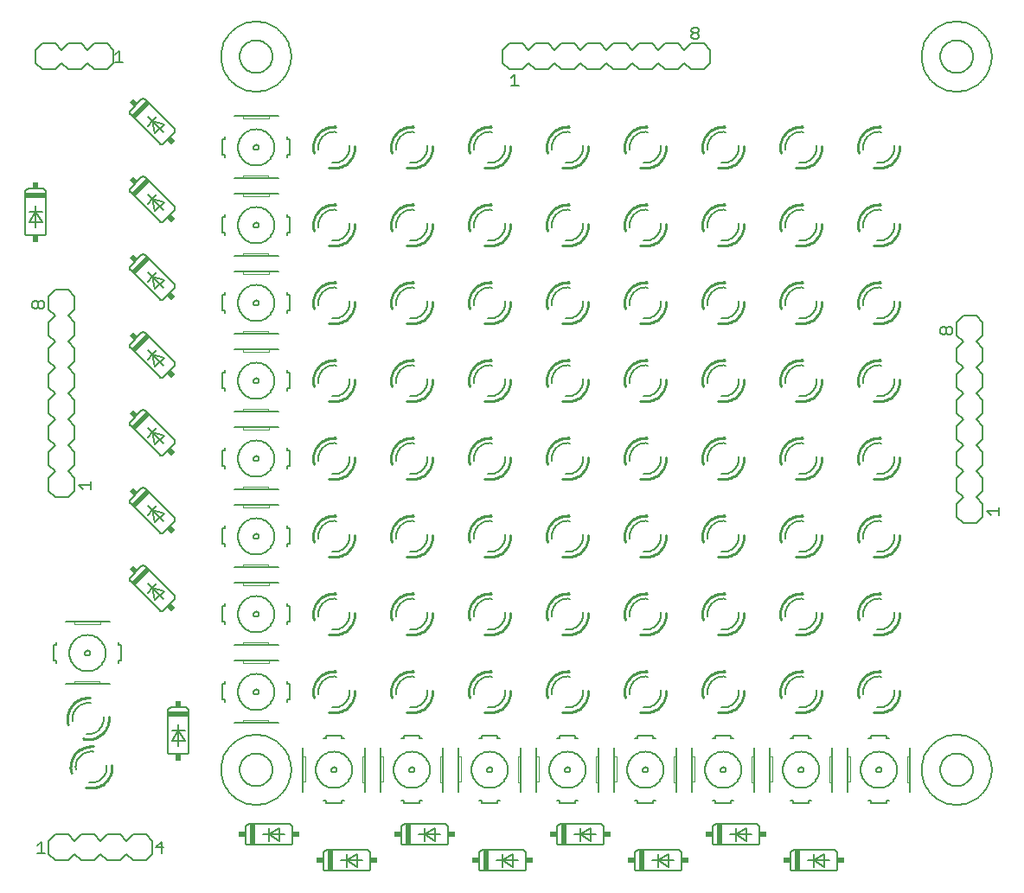
<source format=gto>
G75*
G70*
%OFA0B0*%
%FSLAX24Y24*%
%IPPOS*%
%LPD*%
%AMOC8*
5,1,8,0,0,1.08239X$1,22.5*
%
%ADD10C,0.0060*%
%ADD11C,0.0100*%
%ADD12C,0.0050*%
%ADD13C,0.0020*%
%ADD14C,0.0080*%
%ADD15R,0.0200X0.0800*%
%ADD16R,0.0250X0.0200*%
%ADD17R,0.0800X0.0200*%
%ADD18R,0.0200X0.0250*%
D10*
X001863Y001613D02*
X002113Y001363D01*
X002613Y001363D01*
X002863Y001613D01*
X003113Y001363D01*
X003613Y001363D01*
X003863Y001613D01*
X004113Y001363D01*
X004613Y001363D01*
X004863Y001613D01*
X005113Y001363D01*
X005613Y001363D01*
X005863Y001613D01*
X005863Y002113D01*
X005613Y002363D01*
X005113Y002363D01*
X004863Y002113D01*
X004613Y002363D01*
X004113Y002363D01*
X003863Y002113D01*
X003613Y002363D01*
X003113Y002363D01*
X002863Y002113D01*
X002613Y002363D01*
X002113Y002363D01*
X001863Y002113D01*
X001863Y001613D01*
X003933Y004542D02*
X003964Y004575D01*
X003992Y004611D01*
X004018Y004648D01*
X004041Y004688D01*
X004060Y004729D01*
X004077Y004771D01*
X004090Y004815D01*
X004099Y004859D01*
X004106Y004904D01*
X004109Y004950D01*
X004108Y004995D01*
X004104Y005040D01*
X003085Y005390D02*
X003053Y005356D01*
X003024Y005320D01*
X002999Y005281D01*
X002976Y005241D01*
X002956Y005199D01*
X002940Y005156D01*
X002927Y005111D01*
X002917Y005066D01*
X002911Y005020D01*
X002909Y004974D01*
X002910Y004927D01*
X002915Y004881D01*
X003435Y004371D02*
X003480Y004367D01*
X003525Y004366D01*
X003571Y004369D01*
X003616Y004376D01*
X003660Y004385D01*
X003704Y004398D01*
X003746Y004415D01*
X003787Y004434D01*
X003827Y004457D01*
X003864Y004483D01*
X003900Y004511D01*
X003933Y004542D01*
X003608Y005558D02*
X003561Y005564D01*
X003513Y005566D01*
X003466Y005564D01*
X003418Y005559D01*
X003372Y005550D01*
X003326Y005537D01*
X003281Y005521D01*
X003238Y005501D01*
X003197Y005478D01*
X003157Y005452D01*
X003120Y005423D01*
X003085Y005390D01*
X003812Y006414D02*
X003843Y006447D01*
X003871Y006483D01*
X003897Y006520D01*
X003920Y006560D01*
X003939Y006601D01*
X003956Y006643D01*
X003969Y006687D01*
X003978Y006731D01*
X003985Y006776D01*
X003988Y006822D01*
X003987Y006867D01*
X003983Y006912D01*
X002964Y007262D02*
X002932Y007228D01*
X002903Y007192D01*
X002878Y007153D01*
X002855Y007113D01*
X002835Y007071D01*
X002819Y007028D01*
X002806Y006983D01*
X002796Y006938D01*
X002790Y006892D01*
X002788Y006846D01*
X002789Y006799D01*
X002794Y006753D01*
X003314Y006243D02*
X003359Y006239D01*
X003404Y006238D01*
X003450Y006241D01*
X003495Y006248D01*
X003539Y006257D01*
X003583Y006270D01*
X003625Y006287D01*
X003666Y006306D01*
X003706Y006329D01*
X003743Y006355D01*
X003779Y006383D01*
X003812Y006414D01*
X003487Y007430D02*
X003440Y007436D01*
X003392Y007438D01*
X003345Y007436D01*
X003297Y007431D01*
X003251Y007422D01*
X003205Y007409D01*
X003160Y007393D01*
X003117Y007373D01*
X003076Y007350D01*
X003036Y007324D01*
X002999Y007295D01*
X002964Y007262D01*
X002863Y008163D02*
X002513Y008163D01*
X002863Y008163D02*
X003813Y008163D01*
X004213Y008163D01*
X004563Y008963D02*
X004563Y009063D01*
X004663Y009063D01*
X004663Y009663D01*
X004563Y009663D01*
X004563Y009763D01*
X004213Y010563D02*
X003863Y010563D01*
X002863Y010563D01*
X002513Y010563D01*
X002163Y009763D02*
X002163Y009663D01*
X002063Y009663D01*
X002063Y009063D01*
X002163Y009063D01*
X002163Y008963D01*
X003263Y009363D02*
X003265Y009383D01*
X003271Y009401D01*
X003280Y009419D01*
X003292Y009434D01*
X003307Y009446D01*
X003325Y009455D01*
X003343Y009461D01*
X003363Y009463D01*
X003383Y009461D01*
X003401Y009455D01*
X003419Y009446D01*
X003434Y009434D01*
X003446Y009419D01*
X003455Y009401D01*
X003461Y009383D01*
X003463Y009363D01*
X003461Y009343D01*
X003455Y009325D01*
X003446Y009307D01*
X003434Y009292D01*
X003419Y009280D01*
X003401Y009271D01*
X003383Y009265D01*
X003363Y009263D01*
X003343Y009265D01*
X003325Y009271D01*
X003307Y009280D01*
X003292Y009292D01*
X003280Y009307D01*
X003271Y009325D01*
X003265Y009343D01*
X003263Y009363D01*
X002663Y009363D02*
X002665Y009415D01*
X002671Y009467D01*
X002681Y009519D01*
X002694Y009569D01*
X002711Y009619D01*
X002732Y009667D01*
X002757Y009713D01*
X002785Y009757D01*
X002816Y009799D01*
X002850Y009839D01*
X002887Y009876D01*
X002927Y009910D01*
X002969Y009941D01*
X003013Y009969D01*
X003059Y009994D01*
X003107Y010015D01*
X003157Y010032D01*
X003207Y010045D01*
X003259Y010055D01*
X003311Y010061D01*
X003363Y010063D01*
X003415Y010061D01*
X003467Y010055D01*
X003519Y010045D01*
X003569Y010032D01*
X003619Y010015D01*
X003667Y009994D01*
X003713Y009969D01*
X003757Y009941D01*
X003799Y009910D01*
X003839Y009876D01*
X003876Y009839D01*
X003910Y009799D01*
X003941Y009757D01*
X003969Y009713D01*
X003994Y009667D01*
X004015Y009619D01*
X004032Y009569D01*
X004045Y009519D01*
X004055Y009467D01*
X004061Y009415D01*
X004063Y009363D01*
X004061Y009311D01*
X004055Y009259D01*
X004045Y009207D01*
X004032Y009157D01*
X004015Y009107D01*
X003994Y009059D01*
X003969Y009013D01*
X003941Y008969D01*
X003910Y008927D01*
X003876Y008887D01*
X003839Y008850D01*
X003799Y008816D01*
X003757Y008785D01*
X003713Y008757D01*
X003667Y008732D01*
X003619Y008711D01*
X003569Y008694D01*
X003519Y008681D01*
X003467Y008671D01*
X003415Y008665D01*
X003363Y008663D01*
X003311Y008665D01*
X003259Y008671D01*
X003207Y008681D01*
X003157Y008694D01*
X003107Y008711D01*
X003059Y008732D01*
X003013Y008757D01*
X002969Y008785D01*
X002927Y008816D01*
X002887Y008850D01*
X002850Y008887D01*
X002816Y008927D01*
X002785Y008969D01*
X002757Y009013D01*
X002732Y009059D01*
X002711Y009107D01*
X002694Y009157D01*
X002681Y009207D01*
X002671Y009259D01*
X002665Y009311D01*
X002663Y009363D01*
X005014Y012146D02*
X006146Y011014D01*
X006145Y011014D02*
X006159Y011003D01*
X006174Y010994D01*
X006190Y010988D01*
X006207Y010985D01*
X006225Y010985D01*
X006242Y010988D01*
X006258Y010994D01*
X006273Y011003D01*
X006287Y011014D01*
X006711Y011439D01*
X006712Y011438D02*
X006723Y011452D01*
X006732Y011467D01*
X006738Y011483D01*
X006741Y011500D01*
X006741Y011518D01*
X006738Y011535D01*
X006732Y011551D01*
X006723Y011566D01*
X006712Y011580D01*
X006711Y011580D02*
X005580Y012711D01*
X005580Y012712D02*
X005566Y012723D01*
X005551Y012732D01*
X005535Y012738D01*
X005518Y012741D01*
X005500Y012741D01*
X005483Y012738D01*
X005467Y012732D01*
X005452Y012723D01*
X005438Y012712D01*
X005439Y012711D02*
X005014Y012287D01*
X005003Y012273D01*
X004994Y012258D01*
X004988Y012242D01*
X004985Y012225D01*
X004985Y012207D01*
X004988Y012190D01*
X004994Y012174D01*
X005003Y012159D01*
X005014Y012145D01*
X005686Y012040D02*
X005863Y011863D01*
X005686Y011686D01*
X005863Y011863D02*
X006040Y012040D01*
X005863Y011863D02*
X006322Y011757D01*
X005969Y011403D01*
X005863Y011863D01*
X006287Y011439D01*
X008563Y011163D02*
X008563Y010563D01*
X008663Y010563D01*
X008663Y010463D01*
X008663Y011163D02*
X008663Y011263D01*
X008663Y011163D02*
X008563Y011163D01*
X009013Y012063D02*
X009363Y012063D01*
X010363Y012063D01*
X010713Y012063D01*
X010713Y012663D02*
X010313Y012663D01*
X009363Y012663D01*
X009013Y012663D01*
X008663Y013463D02*
X008663Y013563D01*
X008563Y013563D01*
X008563Y014163D01*
X008663Y014163D01*
X008663Y014263D01*
X009013Y015063D02*
X009363Y015063D01*
X010363Y015063D01*
X010713Y015063D01*
X010713Y015663D02*
X010313Y015663D01*
X009363Y015663D01*
X009013Y015663D01*
X008663Y016463D02*
X008663Y016563D01*
X008563Y016563D01*
X008563Y017163D01*
X008663Y017163D01*
X008663Y017263D01*
X009013Y018063D02*
X009363Y018063D01*
X010363Y018063D01*
X010713Y018063D01*
X010713Y018663D02*
X010313Y018663D01*
X009363Y018663D01*
X009013Y018663D01*
X008663Y019463D02*
X008663Y019563D01*
X008563Y019563D01*
X008563Y020163D01*
X008663Y020163D01*
X008663Y020263D01*
X009013Y021063D02*
X009363Y021063D01*
X010363Y021063D01*
X010713Y021063D01*
X010713Y021663D02*
X010313Y021663D01*
X009363Y021663D01*
X009013Y021663D01*
X008663Y022463D02*
X008663Y022563D01*
X008563Y022563D01*
X008563Y023163D01*
X008663Y023163D01*
X008663Y023263D01*
X009013Y024063D02*
X009363Y024063D01*
X010363Y024063D01*
X010713Y024063D01*
X010713Y024663D02*
X010313Y024663D01*
X009363Y024663D01*
X009013Y024663D01*
X008663Y025463D02*
X008663Y025563D01*
X008563Y025563D01*
X008563Y026163D01*
X008663Y026163D01*
X008663Y026263D01*
X009013Y027063D02*
X009363Y027063D01*
X010363Y027063D01*
X010713Y027063D01*
X010713Y027663D02*
X010313Y027663D01*
X009363Y027663D01*
X009013Y027663D01*
X008663Y028463D02*
X008663Y028563D01*
X008563Y028563D01*
X008563Y029163D01*
X008663Y029163D01*
X008663Y029263D01*
X009013Y030063D02*
X009363Y030063D01*
X010363Y030063D01*
X010713Y030063D01*
X011063Y029263D02*
X011063Y029163D01*
X011163Y029163D01*
X011163Y028563D01*
X011063Y028563D01*
X011063Y028463D01*
X009763Y028863D02*
X009765Y028883D01*
X009771Y028901D01*
X009780Y028919D01*
X009792Y028934D01*
X009807Y028946D01*
X009825Y028955D01*
X009843Y028961D01*
X009863Y028963D01*
X009883Y028961D01*
X009901Y028955D01*
X009919Y028946D01*
X009934Y028934D01*
X009946Y028919D01*
X009955Y028901D01*
X009961Y028883D01*
X009963Y028863D01*
X009961Y028843D01*
X009955Y028825D01*
X009946Y028807D01*
X009934Y028792D01*
X009919Y028780D01*
X009901Y028771D01*
X009883Y028765D01*
X009863Y028763D01*
X009843Y028765D01*
X009825Y028771D01*
X009807Y028780D01*
X009792Y028792D01*
X009780Y028807D01*
X009771Y028825D01*
X009765Y028843D01*
X009763Y028863D01*
X009163Y028863D02*
X009165Y028915D01*
X009171Y028967D01*
X009181Y029019D01*
X009194Y029069D01*
X009211Y029119D01*
X009232Y029167D01*
X009257Y029213D01*
X009285Y029257D01*
X009316Y029299D01*
X009350Y029339D01*
X009387Y029376D01*
X009427Y029410D01*
X009469Y029441D01*
X009513Y029469D01*
X009559Y029494D01*
X009607Y029515D01*
X009657Y029532D01*
X009707Y029545D01*
X009759Y029555D01*
X009811Y029561D01*
X009863Y029563D01*
X009915Y029561D01*
X009967Y029555D01*
X010019Y029545D01*
X010069Y029532D01*
X010119Y029515D01*
X010167Y029494D01*
X010213Y029469D01*
X010257Y029441D01*
X010299Y029410D01*
X010339Y029376D01*
X010376Y029339D01*
X010410Y029299D01*
X010441Y029257D01*
X010469Y029213D01*
X010494Y029167D01*
X010515Y029119D01*
X010532Y029069D01*
X010545Y029019D01*
X010555Y028967D01*
X010561Y028915D01*
X010563Y028863D01*
X010561Y028811D01*
X010555Y028759D01*
X010545Y028707D01*
X010532Y028657D01*
X010515Y028607D01*
X010494Y028559D01*
X010469Y028513D01*
X010441Y028469D01*
X010410Y028427D01*
X010376Y028387D01*
X010339Y028350D01*
X010299Y028316D01*
X010257Y028285D01*
X010213Y028257D01*
X010167Y028232D01*
X010119Y028211D01*
X010069Y028194D01*
X010019Y028181D01*
X009967Y028171D01*
X009915Y028165D01*
X009863Y028163D01*
X009811Y028165D01*
X009759Y028171D01*
X009707Y028181D01*
X009657Y028194D01*
X009607Y028211D01*
X009559Y028232D01*
X009513Y028257D01*
X009469Y028285D01*
X009427Y028316D01*
X009387Y028350D01*
X009350Y028387D01*
X009316Y028427D01*
X009285Y028469D01*
X009257Y028513D01*
X009232Y028559D01*
X009211Y028607D01*
X009194Y028657D01*
X009181Y028707D01*
X009171Y028759D01*
X009165Y028811D01*
X009163Y028863D01*
X006711Y029439D02*
X006287Y029014D01*
X006273Y029003D01*
X006258Y028994D01*
X006242Y028988D01*
X006225Y028985D01*
X006207Y028985D01*
X006190Y028988D01*
X006174Y028994D01*
X006159Y029003D01*
X006145Y029014D01*
X006146Y029014D02*
X005014Y030146D01*
X005014Y030145D02*
X005003Y030159D01*
X004994Y030174D01*
X004988Y030190D01*
X004985Y030207D01*
X004985Y030225D01*
X004988Y030242D01*
X004994Y030258D01*
X005003Y030273D01*
X005014Y030287D01*
X005439Y030711D01*
X005438Y030712D02*
X005452Y030723D01*
X005467Y030732D01*
X005483Y030738D01*
X005500Y030741D01*
X005518Y030741D01*
X005535Y030738D01*
X005551Y030732D01*
X005566Y030723D01*
X005580Y030712D01*
X005580Y030711D02*
X006711Y029580D01*
X006712Y029580D02*
X006723Y029566D01*
X006732Y029551D01*
X006738Y029535D01*
X006741Y029518D01*
X006741Y029500D01*
X006738Y029483D01*
X006732Y029467D01*
X006723Y029452D01*
X006712Y029438D01*
X006287Y029439D02*
X005863Y029863D01*
X005686Y029686D01*
X005863Y029863D02*
X005686Y030040D01*
X005863Y029863D02*
X006040Y030040D01*
X005863Y029863D02*
X006322Y029757D01*
X005969Y029403D01*
X005863Y029863D01*
X005580Y027711D02*
X006711Y026580D01*
X006712Y026580D02*
X006723Y026566D01*
X006732Y026551D01*
X006738Y026535D01*
X006741Y026518D01*
X006741Y026500D01*
X006738Y026483D01*
X006732Y026467D01*
X006723Y026452D01*
X006712Y026438D01*
X006711Y026439D02*
X006287Y026014D01*
X006273Y026003D01*
X006258Y025994D01*
X006242Y025988D01*
X006225Y025985D01*
X006207Y025985D01*
X006190Y025988D01*
X006174Y025994D01*
X006159Y026003D01*
X006145Y026014D01*
X006146Y026014D02*
X005014Y027146D01*
X005014Y027145D02*
X005003Y027159D01*
X004994Y027174D01*
X004988Y027190D01*
X004985Y027207D01*
X004985Y027225D01*
X004988Y027242D01*
X004994Y027258D01*
X005003Y027273D01*
X005014Y027287D01*
X005439Y027711D01*
X005438Y027712D02*
X005452Y027723D01*
X005467Y027732D01*
X005483Y027738D01*
X005500Y027741D01*
X005518Y027741D01*
X005535Y027738D01*
X005551Y027732D01*
X005566Y027723D01*
X005580Y027712D01*
X005686Y027040D02*
X005863Y026863D01*
X005686Y026686D01*
X005863Y026863D02*
X005969Y026403D01*
X006322Y026757D01*
X005863Y026863D01*
X006040Y027040D01*
X005863Y026863D02*
X006287Y026439D01*
X005580Y024711D02*
X006711Y023580D01*
X006712Y023580D02*
X006723Y023566D01*
X006732Y023551D01*
X006738Y023535D01*
X006741Y023518D01*
X006741Y023500D01*
X006738Y023483D01*
X006732Y023467D01*
X006723Y023452D01*
X006712Y023438D01*
X006711Y023439D02*
X006287Y023014D01*
X006273Y023003D01*
X006258Y022994D01*
X006242Y022988D01*
X006225Y022985D01*
X006207Y022985D01*
X006190Y022988D01*
X006174Y022994D01*
X006159Y023003D01*
X006145Y023014D01*
X006146Y023014D02*
X005014Y024146D01*
X005014Y024145D02*
X005003Y024159D01*
X004994Y024174D01*
X004988Y024190D01*
X004985Y024207D01*
X004985Y024225D01*
X004988Y024242D01*
X004994Y024258D01*
X005003Y024273D01*
X005014Y024287D01*
X005439Y024711D01*
X005438Y024712D02*
X005452Y024723D01*
X005467Y024732D01*
X005483Y024738D01*
X005500Y024741D01*
X005518Y024741D01*
X005535Y024738D01*
X005551Y024732D01*
X005566Y024723D01*
X005580Y024712D01*
X005686Y024040D02*
X005863Y023863D01*
X005686Y023686D01*
X005863Y023863D02*
X005969Y023403D01*
X006322Y023757D01*
X005863Y023863D01*
X006040Y024040D01*
X005863Y023863D02*
X006287Y023439D01*
X005580Y021711D02*
X006711Y020580D01*
X006712Y020580D02*
X006723Y020566D01*
X006732Y020551D01*
X006738Y020535D01*
X006741Y020518D01*
X006741Y020500D01*
X006738Y020483D01*
X006732Y020467D01*
X006723Y020452D01*
X006712Y020438D01*
X006711Y020439D02*
X006287Y020014D01*
X006273Y020003D01*
X006258Y019994D01*
X006242Y019988D01*
X006225Y019985D01*
X006207Y019985D01*
X006190Y019988D01*
X006174Y019994D01*
X006159Y020003D01*
X006145Y020014D01*
X006146Y020014D02*
X005014Y021146D01*
X005014Y021145D02*
X005003Y021159D01*
X004994Y021174D01*
X004988Y021190D01*
X004985Y021207D01*
X004985Y021225D01*
X004988Y021242D01*
X004994Y021258D01*
X005003Y021273D01*
X005014Y021287D01*
X005439Y021711D01*
X005438Y021712D02*
X005452Y021723D01*
X005467Y021732D01*
X005483Y021738D01*
X005500Y021741D01*
X005518Y021741D01*
X005535Y021738D01*
X005551Y021732D01*
X005566Y021723D01*
X005580Y021712D01*
X005686Y021040D02*
X005863Y020863D01*
X005686Y020686D01*
X005863Y020863D02*
X005969Y020403D01*
X006322Y020757D01*
X005863Y020863D01*
X006040Y021040D01*
X005863Y020863D02*
X006287Y020439D01*
X005580Y018711D02*
X006711Y017580D01*
X006712Y017580D02*
X006723Y017566D01*
X006732Y017551D01*
X006738Y017535D01*
X006741Y017518D01*
X006741Y017500D01*
X006738Y017483D01*
X006732Y017467D01*
X006723Y017452D01*
X006712Y017438D01*
X006711Y017439D02*
X006287Y017014D01*
X006273Y017003D01*
X006258Y016994D01*
X006242Y016988D01*
X006225Y016985D01*
X006207Y016985D01*
X006190Y016988D01*
X006174Y016994D01*
X006159Y017003D01*
X006145Y017014D01*
X006146Y017014D02*
X005014Y018146D01*
X005014Y018145D02*
X005003Y018159D01*
X004994Y018174D01*
X004988Y018190D01*
X004985Y018207D01*
X004985Y018225D01*
X004988Y018242D01*
X004994Y018258D01*
X005003Y018273D01*
X005014Y018287D01*
X005439Y018711D01*
X005438Y018712D02*
X005452Y018723D01*
X005467Y018732D01*
X005483Y018738D01*
X005500Y018741D01*
X005518Y018741D01*
X005535Y018738D01*
X005551Y018732D01*
X005566Y018723D01*
X005580Y018712D01*
X005686Y018040D02*
X005863Y017863D01*
X005686Y017686D01*
X005863Y017863D02*
X005969Y017403D01*
X006322Y017757D01*
X005863Y017863D01*
X006040Y018040D01*
X005863Y017863D02*
X006287Y017439D01*
X005580Y015711D02*
X006711Y014580D01*
X006712Y014580D02*
X006723Y014566D01*
X006732Y014551D01*
X006738Y014535D01*
X006741Y014518D01*
X006741Y014500D01*
X006738Y014483D01*
X006732Y014467D01*
X006723Y014452D01*
X006712Y014438D01*
X006711Y014439D02*
X006287Y014014D01*
X006273Y014003D01*
X006258Y013994D01*
X006242Y013988D01*
X006225Y013985D01*
X006207Y013985D01*
X006190Y013988D01*
X006174Y013994D01*
X006159Y014003D01*
X006145Y014014D01*
X006146Y014014D02*
X005014Y015146D01*
X005014Y015145D02*
X005003Y015159D01*
X004994Y015174D01*
X004988Y015190D01*
X004985Y015207D01*
X004985Y015225D01*
X004988Y015242D01*
X004994Y015258D01*
X005003Y015273D01*
X005014Y015287D01*
X005439Y015711D01*
X005438Y015712D02*
X005452Y015723D01*
X005467Y015732D01*
X005483Y015738D01*
X005500Y015741D01*
X005518Y015741D01*
X005535Y015738D01*
X005551Y015732D01*
X005566Y015723D01*
X005580Y015712D01*
X005686Y015040D02*
X005863Y014863D01*
X005686Y014686D01*
X005863Y014863D02*
X005969Y014403D01*
X006322Y014757D01*
X005863Y014863D01*
X006040Y015040D01*
X005863Y014863D02*
X006287Y014439D01*
X002863Y015613D02*
X002863Y016113D01*
X002613Y016363D01*
X002863Y016613D01*
X002863Y017113D01*
X002613Y017363D01*
X002863Y017613D01*
X002863Y018113D01*
X002613Y018363D01*
X002863Y018613D01*
X002863Y019113D01*
X002613Y019363D01*
X002863Y019613D01*
X002863Y020113D01*
X002613Y020363D01*
X002863Y020613D01*
X002863Y021113D01*
X002613Y021363D01*
X002863Y021613D01*
X002863Y022113D01*
X002613Y022363D01*
X002863Y022613D01*
X002863Y023113D01*
X002613Y023363D01*
X002113Y023363D01*
X001863Y023113D01*
X001863Y022613D01*
X002113Y022363D01*
X001863Y022113D01*
X001863Y021613D01*
X002113Y021363D01*
X001863Y021113D01*
X001863Y020613D01*
X002113Y020363D01*
X001863Y020113D01*
X001863Y019613D01*
X002113Y019363D01*
X001863Y019113D01*
X001863Y018613D01*
X002113Y018363D01*
X001863Y018113D01*
X001863Y017613D01*
X002113Y017363D01*
X001863Y017113D01*
X001863Y016613D01*
X002113Y016363D01*
X001863Y016113D01*
X001863Y015613D01*
X002113Y015363D01*
X002613Y015363D01*
X002863Y015613D01*
X009013Y009663D02*
X009363Y009663D01*
X010313Y009663D01*
X010713Y009663D01*
X010713Y009063D02*
X010363Y009063D01*
X009363Y009063D01*
X009013Y009063D01*
X008663Y008263D02*
X008663Y008163D01*
X008563Y008163D01*
X008563Y007563D01*
X008663Y007563D01*
X008663Y007463D01*
X009013Y006663D02*
X009363Y006663D01*
X010313Y006663D01*
X010713Y006663D01*
X011063Y007463D02*
X011063Y007563D01*
X011163Y007563D01*
X011163Y008163D01*
X011063Y008163D01*
X011063Y008263D01*
X009763Y007863D02*
X009765Y007883D01*
X009771Y007901D01*
X009780Y007919D01*
X009792Y007934D01*
X009807Y007946D01*
X009825Y007955D01*
X009843Y007961D01*
X009863Y007963D01*
X009883Y007961D01*
X009901Y007955D01*
X009919Y007946D01*
X009934Y007934D01*
X009946Y007919D01*
X009955Y007901D01*
X009961Y007883D01*
X009963Y007863D01*
X009961Y007843D01*
X009955Y007825D01*
X009946Y007807D01*
X009934Y007792D01*
X009919Y007780D01*
X009901Y007771D01*
X009883Y007765D01*
X009863Y007763D01*
X009843Y007765D01*
X009825Y007771D01*
X009807Y007780D01*
X009792Y007792D01*
X009780Y007807D01*
X009771Y007825D01*
X009765Y007843D01*
X009763Y007863D01*
X009163Y007863D02*
X009165Y007915D01*
X009171Y007967D01*
X009181Y008019D01*
X009194Y008069D01*
X009211Y008119D01*
X009232Y008167D01*
X009257Y008213D01*
X009285Y008257D01*
X009316Y008299D01*
X009350Y008339D01*
X009387Y008376D01*
X009427Y008410D01*
X009469Y008441D01*
X009513Y008469D01*
X009559Y008494D01*
X009607Y008515D01*
X009657Y008532D01*
X009707Y008545D01*
X009759Y008555D01*
X009811Y008561D01*
X009863Y008563D01*
X009915Y008561D01*
X009967Y008555D01*
X010019Y008545D01*
X010069Y008532D01*
X010119Y008515D01*
X010167Y008494D01*
X010213Y008469D01*
X010257Y008441D01*
X010299Y008410D01*
X010339Y008376D01*
X010376Y008339D01*
X010410Y008299D01*
X010441Y008257D01*
X010469Y008213D01*
X010494Y008167D01*
X010515Y008119D01*
X010532Y008069D01*
X010545Y008019D01*
X010555Y007967D01*
X010561Y007915D01*
X010563Y007863D01*
X010561Y007811D01*
X010555Y007759D01*
X010545Y007707D01*
X010532Y007657D01*
X010515Y007607D01*
X010494Y007559D01*
X010469Y007513D01*
X010441Y007469D01*
X010410Y007427D01*
X010376Y007387D01*
X010339Y007350D01*
X010299Y007316D01*
X010257Y007285D01*
X010213Y007257D01*
X010167Y007232D01*
X010119Y007211D01*
X010069Y007194D01*
X010019Y007181D01*
X009967Y007171D01*
X009915Y007165D01*
X009863Y007163D01*
X009811Y007165D01*
X009759Y007171D01*
X009707Y007181D01*
X009657Y007194D01*
X009607Y007211D01*
X009559Y007232D01*
X009513Y007257D01*
X009469Y007285D01*
X009427Y007316D01*
X009387Y007350D01*
X009350Y007387D01*
X009316Y007427D01*
X009285Y007469D01*
X009257Y007513D01*
X009232Y007559D01*
X009211Y007607D01*
X009194Y007657D01*
X009181Y007707D01*
X009171Y007759D01*
X009165Y007811D01*
X009163Y007863D01*
X007263Y007163D02*
X007263Y005563D01*
X007261Y005546D01*
X007257Y005529D01*
X007250Y005513D01*
X007240Y005499D01*
X007227Y005486D01*
X007213Y005476D01*
X007197Y005469D01*
X007180Y005465D01*
X007163Y005463D01*
X006563Y005463D01*
X006546Y005465D01*
X006529Y005469D01*
X006513Y005476D01*
X006499Y005486D01*
X006486Y005499D01*
X006476Y005513D01*
X006469Y005529D01*
X006465Y005546D01*
X006463Y005563D01*
X006463Y007163D01*
X006465Y007180D01*
X006469Y007197D01*
X006476Y007213D01*
X006486Y007227D01*
X006499Y007240D01*
X006513Y007250D01*
X006529Y007257D01*
X006546Y007261D01*
X006563Y007263D01*
X007163Y007263D01*
X007180Y007261D01*
X007197Y007257D01*
X007213Y007250D01*
X007227Y007240D01*
X007240Y007227D01*
X007250Y007213D01*
X007257Y007197D01*
X007261Y007180D01*
X007263Y007163D01*
X006863Y006613D02*
X006863Y006363D01*
X006613Y006363D01*
X006863Y006363D02*
X007113Y006363D01*
X006863Y006363D02*
X006613Y005963D01*
X007113Y005963D01*
X006863Y006363D01*
X006863Y005763D01*
X008513Y004863D02*
X008515Y004936D01*
X008521Y005009D01*
X008531Y005081D01*
X008545Y005153D01*
X008562Y005224D01*
X008584Y005294D01*
X008609Y005363D01*
X008638Y005430D01*
X008670Y005495D01*
X008706Y005559D01*
X008746Y005621D01*
X008788Y005680D01*
X008834Y005737D01*
X008883Y005791D01*
X008935Y005843D01*
X008989Y005892D01*
X009046Y005938D01*
X009105Y005980D01*
X009167Y006020D01*
X009231Y006056D01*
X009296Y006088D01*
X009363Y006117D01*
X009432Y006142D01*
X009502Y006164D01*
X009573Y006181D01*
X009645Y006195D01*
X009717Y006205D01*
X009790Y006211D01*
X009863Y006213D01*
X009936Y006211D01*
X010009Y006205D01*
X010081Y006195D01*
X010153Y006181D01*
X010224Y006164D01*
X010294Y006142D01*
X010363Y006117D01*
X010430Y006088D01*
X010495Y006056D01*
X010559Y006020D01*
X010621Y005980D01*
X010680Y005938D01*
X010737Y005892D01*
X010791Y005843D01*
X010843Y005791D01*
X010892Y005737D01*
X010938Y005680D01*
X010980Y005621D01*
X011020Y005559D01*
X011056Y005495D01*
X011088Y005430D01*
X011117Y005363D01*
X011142Y005294D01*
X011164Y005224D01*
X011181Y005153D01*
X011195Y005081D01*
X011205Y005009D01*
X011211Y004936D01*
X011213Y004863D01*
X011211Y004790D01*
X011205Y004717D01*
X011195Y004645D01*
X011181Y004573D01*
X011164Y004502D01*
X011142Y004432D01*
X011117Y004363D01*
X011088Y004296D01*
X011056Y004231D01*
X011020Y004167D01*
X010980Y004105D01*
X010938Y004046D01*
X010892Y003989D01*
X010843Y003935D01*
X010791Y003883D01*
X010737Y003834D01*
X010680Y003788D01*
X010621Y003746D01*
X010559Y003706D01*
X010495Y003670D01*
X010430Y003638D01*
X010363Y003609D01*
X010294Y003584D01*
X010224Y003562D01*
X010153Y003545D01*
X010081Y003531D01*
X010009Y003521D01*
X009936Y003515D01*
X009863Y003513D01*
X009790Y003515D01*
X009717Y003521D01*
X009645Y003531D01*
X009573Y003545D01*
X009502Y003562D01*
X009432Y003584D01*
X009363Y003609D01*
X009296Y003638D01*
X009231Y003670D01*
X009167Y003706D01*
X009105Y003746D01*
X009046Y003788D01*
X008989Y003834D01*
X008935Y003883D01*
X008883Y003935D01*
X008834Y003989D01*
X008788Y004046D01*
X008746Y004105D01*
X008706Y004167D01*
X008670Y004231D01*
X008638Y004296D01*
X008609Y004363D01*
X008584Y004432D01*
X008562Y004502D01*
X008545Y004573D01*
X008531Y004645D01*
X008521Y004717D01*
X008515Y004790D01*
X008513Y004863D01*
X009563Y002763D02*
X011163Y002763D01*
X011180Y002761D01*
X011197Y002757D01*
X011213Y002750D01*
X011227Y002740D01*
X011240Y002727D01*
X011250Y002713D01*
X011257Y002697D01*
X011261Y002680D01*
X011263Y002663D01*
X011263Y002063D01*
X011261Y002046D01*
X011257Y002029D01*
X011250Y002013D01*
X011240Y001999D01*
X011227Y001986D01*
X011213Y001976D01*
X011197Y001969D01*
X011180Y001965D01*
X011163Y001963D01*
X009563Y001963D01*
X009546Y001965D01*
X009529Y001969D01*
X009513Y001976D01*
X009499Y001986D01*
X009486Y001999D01*
X009476Y002013D01*
X009469Y002029D01*
X009465Y002046D01*
X009463Y002063D01*
X009463Y002663D01*
X009465Y002680D01*
X009469Y002697D01*
X009476Y002713D01*
X009486Y002727D01*
X009499Y002740D01*
X009513Y002750D01*
X009529Y002757D01*
X009546Y002761D01*
X009563Y002763D01*
X010113Y002363D02*
X010363Y002363D01*
X010363Y002113D01*
X010363Y002363D02*
X010363Y002613D01*
X010363Y002363D02*
X010763Y002613D01*
X010763Y002113D01*
X010363Y002363D01*
X010963Y002363D01*
X012463Y001663D02*
X012463Y001063D01*
X012465Y001046D01*
X012469Y001029D01*
X012476Y001013D01*
X012486Y000999D01*
X012499Y000986D01*
X012513Y000976D01*
X012529Y000969D01*
X012546Y000965D01*
X012563Y000963D01*
X014163Y000963D01*
X014180Y000965D01*
X014197Y000969D01*
X014213Y000976D01*
X014227Y000986D01*
X014240Y000999D01*
X014250Y001013D01*
X014257Y001029D01*
X014261Y001046D01*
X014263Y001063D01*
X014263Y001663D01*
X014261Y001680D01*
X014257Y001697D01*
X014250Y001713D01*
X014240Y001727D01*
X014227Y001740D01*
X014213Y001750D01*
X014197Y001757D01*
X014180Y001761D01*
X014163Y001763D01*
X012563Y001763D01*
X012546Y001761D01*
X012529Y001757D01*
X012513Y001750D01*
X012499Y001740D01*
X012486Y001727D01*
X012476Y001713D01*
X012469Y001697D01*
X012465Y001680D01*
X012463Y001663D01*
X013113Y001363D02*
X013363Y001363D01*
X013363Y001113D01*
X013363Y001363D02*
X013363Y001613D01*
X013363Y001363D02*
X013763Y001613D01*
X013763Y001113D01*
X013363Y001363D01*
X013963Y001363D01*
X015463Y002063D02*
X015463Y002663D01*
X015465Y002680D01*
X015469Y002697D01*
X015476Y002713D01*
X015486Y002727D01*
X015499Y002740D01*
X015513Y002750D01*
X015529Y002757D01*
X015546Y002761D01*
X015563Y002763D01*
X017163Y002763D01*
X017180Y002761D01*
X017197Y002757D01*
X017213Y002750D01*
X017227Y002740D01*
X017240Y002727D01*
X017250Y002713D01*
X017257Y002697D01*
X017261Y002680D01*
X017263Y002663D01*
X017263Y002063D01*
X017261Y002046D01*
X017257Y002029D01*
X017250Y002013D01*
X017240Y001999D01*
X017227Y001986D01*
X017213Y001976D01*
X017197Y001969D01*
X017180Y001965D01*
X017163Y001963D01*
X015563Y001963D01*
X015546Y001965D01*
X015529Y001969D01*
X015513Y001976D01*
X015499Y001986D01*
X015486Y001999D01*
X015476Y002013D01*
X015469Y002029D01*
X015465Y002046D01*
X015463Y002063D01*
X016113Y002363D02*
X016363Y002363D01*
X016363Y002113D01*
X016363Y002363D02*
X016363Y002613D01*
X016363Y002363D02*
X016763Y002613D01*
X016763Y002113D01*
X016363Y002363D01*
X016963Y002363D01*
X016163Y003563D02*
X015563Y003563D01*
X015563Y003663D01*
X015463Y003663D01*
X016163Y003663D02*
X016263Y003663D01*
X016163Y003663D02*
X016163Y003563D01*
X017063Y004013D02*
X017063Y004363D01*
X017063Y005363D01*
X017063Y005713D01*
X017663Y005713D02*
X017663Y005363D01*
X017663Y004413D01*
X017663Y004013D01*
X018463Y003663D02*
X018563Y003663D01*
X018563Y003563D01*
X019163Y003563D01*
X019163Y003663D01*
X019263Y003663D01*
X020063Y004013D02*
X020063Y004363D01*
X020063Y005363D01*
X020063Y005713D01*
X020663Y005713D02*
X020663Y005363D01*
X020663Y004413D01*
X020663Y004013D01*
X021463Y003663D02*
X021563Y003663D01*
X021563Y003563D01*
X022163Y003563D01*
X022163Y003663D01*
X022263Y003663D01*
X023063Y004013D02*
X023063Y004363D01*
X023063Y005363D01*
X023063Y005713D01*
X023663Y005713D02*
X023663Y005363D01*
X023663Y004413D01*
X023663Y004013D01*
X024463Y003663D02*
X024563Y003663D01*
X024563Y003563D01*
X025163Y003563D01*
X025163Y003663D01*
X025263Y003663D01*
X026063Y004013D02*
X026063Y004363D01*
X026063Y005363D01*
X026063Y005713D01*
X026663Y005713D02*
X026663Y005363D01*
X026663Y004413D01*
X026663Y004013D01*
X027463Y003663D02*
X027563Y003663D01*
X027563Y003563D01*
X028163Y003563D01*
X028163Y003663D01*
X028263Y003663D01*
X029063Y004013D02*
X029063Y004363D01*
X029063Y005363D01*
X029063Y005713D01*
X029663Y005713D02*
X029663Y005363D01*
X029663Y004413D01*
X029663Y004013D01*
X030463Y003663D02*
X030563Y003663D01*
X030563Y003563D01*
X031163Y003563D01*
X031163Y003663D01*
X031263Y003663D01*
X032063Y004013D02*
X032063Y004363D01*
X032063Y005363D01*
X032063Y005713D01*
X032663Y005713D02*
X032663Y005363D01*
X032663Y004413D01*
X032663Y004013D01*
X033463Y003663D02*
X033563Y003663D01*
X033563Y003563D01*
X034163Y003563D01*
X034163Y003663D01*
X034263Y003663D01*
X035063Y004013D02*
X035063Y004363D01*
X035063Y005363D01*
X035063Y005713D01*
X034263Y006063D02*
X034163Y006063D01*
X034163Y006163D01*
X033563Y006163D01*
X033563Y006063D01*
X033463Y006063D01*
X033763Y004863D02*
X033765Y004883D01*
X033771Y004901D01*
X033780Y004919D01*
X033792Y004934D01*
X033807Y004946D01*
X033825Y004955D01*
X033843Y004961D01*
X033863Y004963D01*
X033883Y004961D01*
X033901Y004955D01*
X033919Y004946D01*
X033934Y004934D01*
X033946Y004919D01*
X033955Y004901D01*
X033961Y004883D01*
X033963Y004863D01*
X033961Y004843D01*
X033955Y004825D01*
X033946Y004807D01*
X033934Y004792D01*
X033919Y004780D01*
X033901Y004771D01*
X033883Y004765D01*
X033863Y004763D01*
X033843Y004765D01*
X033825Y004771D01*
X033807Y004780D01*
X033792Y004792D01*
X033780Y004807D01*
X033771Y004825D01*
X033765Y004843D01*
X033763Y004863D01*
X033163Y004863D02*
X033165Y004915D01*
X033171Y004967D01*
X033181Y005019D01*
X033194Y005069D01*
X033211Y005119D01*
X033232Y005167D01*
X033257Y005213D01*
X033285Y005257D01*
X033316Y005299D01*
X033350Y005339D01*
X033387Y005376D01*
X033427Y005410D01*
X033469Y005441D01*
X033513Y005469D01*
X033559Y005494D01*
X033607Y005515D01*
X033657Y005532D01*
X033707Y005545D01*
X033759Y005555D01*
X033811Y005561D01*
X033863Y005563D01*
X033915Y005561D01*
X033967Y005555D01*
X034019Y005545D01*
X034069Y005532D01*
X034119Y005515D01*
X034167Y005494D01*
X034213Y005469D01*
X034257Y005441D01*
X034299Y005410D01*
X034339Y005376D01*
X034376Y005339D01*
X034410Y005299D01*
X034441Y005257D01*
X034469Y005213D01*
X034494Y005167D01*
X034515Y005119D01*
X034532Y005069D01*
X034545Y005019D01*
X034555Y004967D01*
X034561Y004915D01*
X034563Y004863D01*
X034561Y004811D01*
X034555Y004759D01*
X034545Y004707D01*
X034532Y004657D01*
X034515Y004607D01*
X034494Y004559D01*
X034469Y004513D01*
X034441Y004469D01*
X034410Y004427D01*
X034376Y004387D01*
X034339Y004350D01*
X034299Y004316D01*
X034257Y004285D01*
X034213Y004257D01*
X034167Y004232D01*
X034119Y004211D01*
X034069Y004194D01*
X034019Y004181D01*
X033967Y004171D01*
X033915Y004165D01*
X033863Y004163D01*
X033811Y004165D01*
X033759Y004171D01*
X033707Y004181D01*
X033657Y004194D01*
X033607Y004211D01*
X033559Y004232D01*
X033513Y004257D01*
X033469Y004285D01*
X033427Y004316D01*
X033387Y004350D01*
X033350Y004387D01*
X033316Y004427D01*
X033285Y004469D01*
X033257Y004513D01*
X033232Y004559D01*
X033211Y004607D01*
X033194Y004657D01*
X033181Y004707D01*
X033171Y004759D01*
X033165Y004811D01*
X033163Y004863D01*
X031263Y006063D02*
X031163Y006063D01*
X031163Y006163D01*
X030563Y006163D01*
X030563Y006063D01*
X030463Y006063D01*
X030763Y004863D02*
X030765Y004883D01*
X030771Y004901D01*
X030780Y004919D01*
X030792Y004934D01*
X030807Y004946D01*
X030825Y004955D01*
X030843Y004961D01*
X030863Y004963D01*
X030883Y004961D01*
X030901Y004955D01*
X030919Y004946D01*
X030934Y004934D01*
X030946Y004919D01*
X030955Y004901D01*
X030961Y004883D01*
X030963Y004863D01*
X030961Y004843D01*
X030955Y004825D01*
X030946Y004807D01*
X030934Y004792D01*
X030919Y004780D01*
X030901Y004771D01*
X030883Y004765D01*
X030863Y004763D01*
X030843Y004765D01*
X030825Y004771D01*
X030807Y004780D01*
X030792Y004792D01*
X030780Y004807D01*
X030771Y004825D01*
X030765Y004843D01*
X030763Y004863D01*
X030163Y004863D02*
X030165Y004915D01*
X030171Y004967D01*
X030181Y005019D01*
X030194Y005069D01*
X030211Y005119D01*
X030232Y005167D01*
X030257Y005213D01*
X030285Y005257D01*
X030316Y005299D01*
X030350Y005339D01*
X030387Y005376D01*
X030427Y005410D01*
X030469Y005441D01*
X030513Y005469D01*
X030559Y005494D01*
X030607Y005515D01*
X030657Y005532D01*
X030707Y005545D01*
X030759Y005555D01*
X030811Y005561D01*
X030863Y005563D01*
X030915Y005561D01*
X030967Y005555D01*
X031019Y005545D01*
X031069Y005532D01*
X031119Y005515D01*
X031167Y005494D01*
X031213Y005469D01*
X031257Y005441D01*
X031299Y005410D01*
X031339Y005376D01*
X031376Y005339D01*
X031410Y005299D01*
X031441Y005257D01*
X031469Y005213D01*
X031494Y005167D01*
X031515Y005119D01*
X031532Y005069D01*
X031545Y005019D01*
X031555Y004967D01*
X031561Y004915D01*
X031563Y004863D01*
X031561Y004811D01*
X031555Y004759D01*
X031545Y004707D01*
X031532Y004657D01*
X031515Y004607D01*
X031494Y004559D01*
X031469Y004513D01*
X031441Y004469D01*
X031410Y004427D01*
X031376Y004387D01*
X031339Y004350D01*
X031299Y004316D01*
X031257Y004285D01*
X031213Y004257D01*
X031167Y004232D01*
X031119Y004211D01*
X031069Y004194D01*
X031019Y004181D01*
X030967Y004171D01*
X030915Y004165D01*
X030863Y004163D01*
X030811Y004165D01*
X030759Y004171D01*
X030707Y004181D01*
X030657Y004194D01*
X030607Y004211D01*
X030559Y004232D01*
X030513Y004257D01*
X030469Y004285D01*
X030427Y004316D01*
X030387Y004350D01*
X030350Y004387D01*
X030316Y004427D01*
X030285Y004469D01*
X030257Y004513D01*
X030232Y004559D01*
X030211Y004607D01*
X030194Y004657D01*
X030181Y004707D01*
X030171Y004759D01*
X030165Y004811D01*
X030163Y004863D01*
X028263Y006063D02*
X028163Y006063D01*
X028163Y006163D01*
X027563Y006163D01*
X027563Y006063D01*
X027463Y006063D01*
X027763Y004863D02*
X027765Y004883D01*
X027771Y004901D01*
X027780Y004919D01*
X027792Y004934D01*
X027807Y004946D01*
X027825Y004955D01*
X027843Y004961D01*
X027863Y004963D01*
X027883Y004961D01*
X027901Y004955D01*
X027919Y004946D01*
X027934Y004934D01*
X027946Y004919D01*
X027955Y004901D01*
X027961Y004883D01*
X027963Y004863D01*
X027961Y004843D01*
X027955Y004825D01*
X027946Y004807D01*
X027934Y004792D01*
X027919Y004780D01*
X027901Y004771D01*
X027883Y004765D01*
X027863Y004763D01*
X027843Y004765D01*
X027825Y004771D01*
X027807Y004780D01*
X027792Y004792D01*
X027780Y004807D01*
X027771Y004825D01*
X027765Y004843D01*
X027763Y004863D01*
X027163Y004863D02*
X027165Y004915D01*
X027171Y004967D01*
X027181Y005019D01*
X027194Y005069D01*
X027211Y005119D01*
X027232Y005167D01*
X027257Y005213D01*
X027285Y005257D01*
X027316Y005299D01*
X027350Y005339D01*
X027387Y005376D01*
X027427Y005410D01*
X027469Y005441D01*
X027513Y005469D01*
X027559Y005494D01*
X027607Y005515D01*
X027657Y005532D01*
X027707Y005545D01*
X027759Y005555D01*
X027811Y005561D01*
X027863Y005563D01*
X027915Y005561D01*
X027967Y005555D01*
X028019Y005545D01*
X028069Y005532D01*
X028119Y005515D01*
X028167Y005494D01*
X028213Y005469D01*
X028257Y005441D01*
X028299Y005410D01*
X028339Y005376D01*
X028376Y005339D01*
X028410Y005299D01*
X028441Y005257D01*
X028469Y005213D01*
X028494Y005167D01*
X028515Y005119D01*
X028532Y005069D01*
X028545Y005019D01*
X028555Y004967D01*
X028561Y004915D01*
X028563Y004863D01*
X028561Y004811D01*
X028555Y004759D01*
X028545Y004707D01*
X028532Y004657D01*
X028515Y004607D01*
X028494Y004559D01*
X028469Y004513D01*
X028441Y004469D01*
X028410Y004427D01*
X028376Y004387D01*
X028339Y004350D01*
X028299Y004316D01*
X028257Y004285D01*
X028213Y004257D01*
X028167Y004232D01*
X028119Y004211D01*
X028069Y004194D01*
X028019Y004181D01*
X027967Y004171D01*
X027915Y004165D01*
X027863Y004163D01*
X027811Y004165D01*
X027759Y004171D01*
X027707Y004181D01*
X027657Y004194D01*
X027607Y004211D01*
X027559Y004232D01*
X027513Y004257D01*
X027469Y004285D01*
X027427Y004316D01*
X027387Y004350D01*
X027350Y004387D01*
X027316Y004427D01*
X027285Y004469D01*
X027257Y004513D01*
X027232Y004559D01*
X027211Y004607D01*
X027194Y004657D01*
X027181Y004707D01*
X027171Y004759D01*
X027165Y004811D01*
X027163Y004863D01*
X025263Y006063D02*
X025163Y006063D01*
X025163Y006163D01*
X024563Y006163D01*
X024563Y006063D01*
X024463Y006063D01*
X024763Y004863D02*
X024765Y004883D01*
X024771Y004901D01*
X024780Y004919D01*
X024792Y004934D01*
X024807Y004946D01*
X024825Y004955D01*
X024843Y004961D01*
X024863Y004963D01*
X024883Y004961D01*
X024901Y004955D01*
X024919Y004946D01*
X024934Y004934D01*
X024946Y004919D01*
X024955Y004901D01*
X024961Y004883D01*
X024963Y004863D01*
X024961Y004843D01*
X024955Y004825D01*
X024946Y004807D01*
X024934Y004792D01*
X024919Y004780D01*
X024901Y004771D01*
X024883Y004765D01*
X024863Y004763D01*
X024843Y004765D01*
X024825Y004771D01*
X024807Y004780D01*
X024792Y004792D01*
X024780Y004807D01*
X024771Y004825D01*
X024765Y004843D01*
X024763Y004863D01*
X024163Y004863D02*
X024165Y004915D01*
X024171Y004967D01*
X024181Y005019D01*
X024194Y005069D01*
X024211Y005119D01*
X024232Y005167D01*
X024257Y005213D01*
X024285Y005257D01*
X024316Y005299D01*
X024350Y005339D01*
X024387Y005376D01*
X024427Y005410D01*
X024469Y005441D01*
X024513Y005469D01*
X024559Y005494D01*
X024607Y005515D01*
X024657Y005532D01*
X024707Y005545D01*
X024759Y005555D01*
X024811Y005561D01*
X024863Y005563D01*
X024915Y005561D01*
X024967Y005555D01*
X025019Y005545D01*
X025069Y005532D01*
X025119Y005515D01*
X025167Y005494D01*
X025213Y005469D01*
X025257Y005441D01*
X025299Y005410D01*
X025339Y005376D01*
X025376Y005339D01*
X025410Y005299D01*
X025441Y005257D01*
X025469Y005213D01*
X025494Y005167D01*
X025515Y005119D01*
X025532Y005069D01*
X025545Y005019D01*
X025555Y004967D01*
X025561Y004915D01*
X025563Y004863D01*
X025561Y004811D01*
X025555Y004759D01*
X025545Y004707D01*
X025532Y004657D01*
X025515Y004607D01*
X025494Y004559D01*
X025469Y004513D01*
X025441Y004469D01*
X025410Y004427D01*
X025376Y004387D01*
X025339Y004350D01*
X025299Y004316D01*
X025257Y004285D01*
X025213Y004257D01*
X025167Y004232D01*
X025119Y004211D01*
X025069Y004194D01*
X025019Y004181D01*
X024967Y004171D01*
X024915Y004165D01*
X024863Y004163D01*
X024811Y004165D01*
X024759Y004171D01*
X024707Y004181D01*
X024657Y004194D01*
X024607Y004211D01*
X024559Y004232D01*
X024513Y004257D01*
X024469Y004285D01*
X024427Y004316D01*
X024387Y004350D01*
X024350Y004387D01*
X024316Y004427D01*
X024285Y004469D01*
X024257Y004513D01*
X024232Y004559D01*
X024211Y004607D01*
X024194Y004657D01*
X024181Y004707D01*
X024171Y004759D01*
X024165Y004811D01*
X024163Y004863D01*
X022263Y006063D02*
X022163Y006063D01*
X022163Y006163D01*
X021563Y006163D01*
X021563Y006063D01*
X021463Y006063D01*
X021763Y004863D02*
X021765Y004883D01*
X021771Y004901D01*
X021780Y004919D01*
X021792Y004934D01*
X021807Y004946D01*
X021825Y004955D01*
X021843Y004961D01*
X021863Y004963D01*
X021883Y004961D01*
X021901Y004955D01*
X021919Y004946D01*
X021934Y004934D01*
X021946Y004919D01*
X021955Y004901D01*
X021961Y004883D01*
X021963Y004863D01*
X021961Y004843D01*
X021955Y004825D01*
X021946Y004807D01*
X021934Y004792D01*
X021919Y004780D01*
X021901Y004771D01*
X021883Y004765D01*
X021863Y004763D01*
X021843Y004765D01*
X021825Y004771D01*
X021807Y004780D01*
X021792Y004792D01*
X021780Y004807D01*
X021771Y004825D01*
X021765Y004843D01*
X021763Y004863D01*
X021163Y004863D02*
X021165Y004915D01*
X021171Y004967D01*
X021181Y005019D01*
X021194Y005069D01*
X021211Y005119D01*
X021232Y005167D01*
X021257Y005213D01*
X021285Y005257D01*
X021316Y005299D01*
X021350Y005339D01*
X021387Y005376D01*
X021427Y005410D01*
X021469Y005441D01*
X021513Y005469D01*
X021559Y005494D01*
X021607Y005515D01*
X021657Y005532D01*
X021707Y005545D01*
X021759Y005555D01*
X021811Y005561D01*
X021863Y005563D01*
X021915Y005561D01*
X021967Y005555D01*
X022019Y005545D01*
X022069Y005532D01*
X022119Y005515D01*
X022167Y005494D01*
X022213Y005469D01*
X022257Y005441D01*
X022299Y005410D01*
X022339Y005376D01*
X022376Y005339D01*
X022410Y005299D01*
X022441Y005257D01*
X022469Y005213D01*
X022494Y005167D01*
X022515Y005119D01*
X022532Y005069D01*
X022545Y005019D01*
X022555Y004967D01*
X022561Y004915D01*
X022563Y004863D01*
X022561Y004811D01*
X022555Y004759D01*
X022545Y004707D01*
X022532Y004657D01*
X022515Y004607D01*
X022494Y004559D01*
X022469Y004513D01*
X022441Y004469D01*
X022410Y004427D01*
X022376Y004387D01*
X022339Y004350D01*
X022299Y004316D01*
X022257Y004285D01*
X022213Y004257D01*
X022167Y004232D01*
X022119Y004211D01*
X022069Y004194D01*
X022019Y004181D01*
X021967Y004171D01*
X021915Y004165D01*
X021863Y004163D01*
X021811Y004165D01*
X021759Y004171D01*
X021707Y004181D01*
X021657Y004194D01*
X021607Y004211D01*
X021559Y004232D01*
X021513Y004257D01*
X021469Y004285D01*
X021427Y004316D01*
X021387Y004350D01*
X021350Y004387D01*
X021316Y004427D01*
X021285Y004469D01*
X021257Y004513D01*
X021232Y004559D01*
X021211Y004607D01*
X021194Y004657D01*
X021181Y004707D01*
X021171Y004759D01*
X021165Y004811D01*
X021163Y004863D01*
X019263Y006063D02*
X019163Y006063D01*
X019163Y006163D01*
X018563Y006163D01*
X018563Y006063D01*
X018463Y006063D01*
X018763Y004863D02*
X018765Y004883D01*
X018771Y004901D01*
X018780Y004919D01*
X018792Y004934D01*
X018807Y004946D01*
X018825Y004955D01*
X018843Y004961D01*
X018863Y004963D01*
X018883Y004961D01*
X018901Y004955D01*
X018919Y004946D01*
X018934Y004934D01*
X018946Y004919D01*
X018955Y004901D01*
X018961Y004883D01*
X018963Y004863D01*
X018961Y004843D01*
X018955Y004825D01*
X018946Y004807D01*
X018934Y004792D01*
X018919Y004780D01*
X018901Y004771D01*
X018883Y004765D01*
X018863Y004763D01*
X018843Y004765D01*
X018825Y004771D01*
X018807Y004780D01*
X018792Y004792D01*
X018780Y004807D01*
X018771Y004825D01*
X018765Y004843D01*
X018763Y004863D01*
X018163Y004863D02*
X018165Y004915D01*
X018171Y004967D01*
X018181Y005019D01*
X018194Y005069D01*
X018211Y005119D01*
X018232Y005167D01*
X018257Y005213D01*
X018285Y005257D01*
X018316Y005299D01*
X018350Y005339D01*
X018387Y005376D01*
X018427Y005410D01*
X018469Y005441D01*
X018513Y005469D01*
X018559Y005494D01*
X018607Y005515D01*
X018657Y005532D01*
X018707Y005545D01*
X018759Y005555D01*
X018811Y005561D01*
X018863Y005563D01*
X018915Y005561D01*
X018967Y005555D01*
X019019Y005545D01*
X019069Y005532D01*
X019119Y005515D01*
X019167Y005494D01*
X019213Y005469D01*
X019257Y005441D01*
X019299Y005410D01*
X019339Y005376D01*
X019376Y005339D01*
X019410Y005299D01*
X019441Y005257D01*
X019469Y005213D01*
X019494Y005167D01*
X019515Y005119D01*
X019532Y005069D01*
X019545Y005019D01*
X019555Y004967D01*
X019561Y004915D01*
X019563Y004863D01*
X019561Y004811D01*
X019555Y004759D01*
X019545Y004707D01*
X019532Y004657D01*
X019515Y004607D01*
X019494Y004559D01*
X019469Y004513D01*
X019441Y004469D01*
X019410Y004427D01*
X019376Y004387D01*
X019339Y004350D01*
X019299Y004316D01*
X019257Y004285D01*
X019213Y004257D01*
X019167Y004232D01*
X019119Y004211D01*
X019069Y004194D01*
X019019Y004181D01*
X018967Y004171D01*
X018915Y004165D01*
X018863Y004163D01*
X018811Y004165D01*
X018759Y004171D01*
X018707Y004181D01*
X018657Y004194D01*
X018607Y004211D01*
X018559Y004232D01*
X018513Y004257D01*
X018469Y004285D01*
X018427Y004316D01*
X018387Y004350D01*
X018350Y004387D01*
X018316Y004427D01*
X018285Y004469D01*
X018257Y004513D01*
X018232Y004559D01*
X018211Y004607D01*
X018194Y004657D01*
X018181Y004707D01*
X018171Y004759D01*
X018165Y004811D01*
X018163Y004863D01*
X016263Y006063D02*
X016163Y006063D01*
X016163Y006163D01*
X015563Y006163D01*
X015563Y006063D01*
X015463Y006063D01*
X014663Y005713D02*
X014663Y005363D01*
X014663Y004413D01*
X014663Y004013D01*
X014063Y004013D02*
X014063Y004363D01*
X014063Y005363D01*
X014063Y005713D01*
X013263Y006063D02*
X013163Y006063D01*
X013163Y006163D01*
X012563Y006163D01*
X012563Y006063D01*
X012463Y006063D01*
X011663Y005713D02*
X011663Y005363D01*
X011663Y004413D01*
X011663Y004013D01*
X012463Y003663D02*
X012563Y003663D01*
X012563Y003563D01*
X013163Y003563D01*
X013163Y003663D01*
X013263Y003663D01*
X012763Y004863D02*
X012765Y004883D01*
X012771Y004901D01*
X012780Y004919D01*
X012792Y004934D01*
X012807Y004946D01*
X012825Y004955D01*
X012843Y004961D01*
X012863Y004963D01*
X012883Y004961D01*
X012901Y004955D01*
X012919Y004946D01*
X012934Y004934D01*
X012946Y004919D01*
X012955Y004901D01*
X012961Y004883D01*
X012963Y004863D01*
X012961Y004843D01*
X012955Y004825D01*
X012946Y004807D01*
X012934Y004792D01*
X012919Y004780D01*
X012901Y004771D01*
X012883Y004765D01*
X012863Y004763D01*
X012843Y004765D01*
X012825Y004771D01*
X012807Y004780D01*
X012792Y004792D01*
X012780Y004807D01*
X012771Y004825D01*
X012765Y004843D01*
X012763Y004863D01*
X012163Y004863D02*
X012165Y004915D01*
X012171Y004967D01*
X012181Y005019D01*
X012194Y005069D01*
X012211Y005119D01*
X012232Y005167D01*
X012257Y005213D01*
X012285Y005257D01*
X012316Y005299D01*
X012350Y005339D01*
X012387Y005376D01*
X012427Y005410D01*
X012469Y005441D01*
X012513Y005469D01*
X012559Y005494D01*
X012607Y005515D01*
X012657Y005532D01*
X012707Y005545D01*
X012759Y005555D01*
X012811Y005561D01*
X012863Y005563D01*
X012915Y005561D01*
X012967Y005555D01*
X013019Y005545D01*
X013069Y005532D01*
X013119Y005515D01*
X013167Y005494D01*
X013213Y005469D01*
X013257Y005441D01*
X013299Y005410D01*
X013339Y005376D01*
X013376Y005339D01*
X013410Y005299D01*
X013441Y005257D01*
X013469Y005213D01*
X013494Y005167D01*
X013515Y005119D01*
X013532Y005069D01*
X013545Y005019D01*
X013555Y004967D01*
X013561Y004915D01*
X013563Y004863D01*
X013561Y004811D01*
X013555Y004759D01*
X013545Y004707D01*
X013532Y004657D01*
X013515Y004607D01*
X013494Y004559D01*
X013469Y004513D01*
X013441Y004469D01*
X013410Y004427D01*
X013376Y004387D01*
X013339Y004350D01*
X013299Y004316D01*
X013257Y004285D01*
X013213Y004257D01*
X013167Y004232D01*
X013119Y004211D01*
X013069Y004194D01*
X013019Y004181D01*
X012967Y004171D01*
X012915Y004165D01*
X012863Y004163D01*
X012811Y004165D01*
X012759Y004171D01*
X012707Y004181D01*
X012657Y004194D01*
X012607Y004211D01*
X012559Y004232D01*
X012513Y004257D01*
X012469Y004285D01*
X012427Y004316D01*
X012387Y004350D01*
X012350Y004387D01*
X012316Y004427D01*
X012285Y004469D01*
X012257Y004513D01*
X012232Y004559D01*
X012211Y004607D01*
X012194Y004657D01*
X012181Y004707D01*
X012171Y004759D01*
X012165Y004811D01*
X012163Y004863D01*
X012789Y007268D02*
X012834Y007264D01*
X012879Y007263D01*
X012925Y007266D01*
X012970Y007273D01*
X013014Y007282D01*
X013058Y007295D01*
X013100Y007312D01*
X013141Y007331D01*
X013181Y007354D01*
X013218Y007380D01*
X013254Y007408D01*
X013287Y007439D01*
X013318Y007472D01*
X013346Y007508D01*
X013372Y007545D01*
X013395Y007585D01*
X013414Y007626D01*
X013431Y007668D01*
X013444Y007712D01*
X013453Y007756D01*
X013460Y007801D01*
X013463Y007847D01*
X013462Y007892D01*
X013458Y007937D01*
X012439Y008287D02*
X012407Y008253D01*
X012378Y008217D01*
X012353Y008178D01*
X012330Y008138D01*
X012310Y008096D01*
X012294Y008053D01*
X012281Y008008D01*
X012271Y007963D01*
X012265Y007917D01*
X012263Y007871D01*
X012264Y007824D01*
X012269Y007778D01*
X012439Y008287D02*
X012474Y008320D01*
X012511Y008349D01*
X012551Y008375D01*
X012592Y008398D01*
X012635Y008418D01*
X012680Y008434D01*
X012726Y008447D01*
X012772Y008456D01*
X012820Y008461D01*
X012867Y008463D01*
X012915Y008461D01*
X012962Y008455D01*
X011063Y010463D02*
X011063Y010563D01*
X011163Y010563D01*
X011163Y011163D01*
X011063Y011163D01*
X011063Y011263D01*
X009763Y010863D02*
X009765Y010883D01*
X009771Y010901D01*
X009780Y010919D01*
X009792Y010934D01*
X009807Y010946D01*
X009825Y010955D01*
X009843Y010961D01*
X009863Y010963D01*
X009883Y010961D01*
X009901Y010955D01*
X009919Y010946D01*
X009934Y010934D01*
X009946Y010919D01*
X009955Y010901D01*
X009961Y010883D01*
X009963Y010863D01*
X009961Y010843D01*
X009955Y010825D01*
X009946Y010807D01*
X009934Y010792D01*
X009919Y010780D01*
X009901Y010771D01*
X009883Y010765D01*
X009863Y010763D01*
X009843Y010765D01*
X009825Y010771D01*
X009807Y010780D01*
X009792Y010792D01*
X009780Y010807D01*
X009771Y010825D01*
X009765Y010843D01*
X009763Y010863D01*
X009163Y010863D02*
X009165Y010915D01*
X009171Y010967D01*
X009181Y011019D01*
X009194Y011069D01*
X009211Y011119D01*
X009232Y011167D01*
X009257Y011213D01*
X009285Y011257D01*
X009316Y011299D01*
X009350Y011339D01*
X009387Y011376D01*
X009427Y011410D01*
X009469Y011441D01*
X009513Y011469D01*
X009559Y011494D01*
X009607Y011515D01*
X009657Y011532D01*
X009707Y011545D01*
X009759Y011555D01*
X009811Y011561D01*
X009863Y011563D01*
X009915Y011561D01*
X009967Y011555D01*
X010019Y011545D01*
X010069Y011532D01*
X010119Y011515D01*
X010167Y011494D01*
X010213Y011469D01*
X010257Y011441D01*
X010299Y011410D01*
X010339Y011376D01*
X010376Y011339D01*
X010410Y011299D01*
X010441Y011257D01*
X010469Y011213D01*
X010494Y011167D01*
X010515Y011119D01*
X010532Y011069D01*
X010545Y011019D01*
X010555Y010967D01*
X010561Y010915D01*
X010563Y010863D01*
X010561Y010811D01*
X010555Y010759D01*
X010545Y010707D01*
X010532Y010657D01*
X010515Y010607D01*
X010494Y010559D01*
X010469Y010513D01*
X010441Y010469D01*
X010410Y010427D01*
X010376Y010387D01*
X010339Y010350D01*
X010299Y010316D01*
X010257Y010285D01*
X010213Y010257D01*
X010167Y010232D01*
X010119Y010211D01*
X010069Y010194D01*
X010019Y010181D01*
X009967Y010171D01*
X009915Y010165D01*
X009863Y010163D01*
X009811Y010165D01*
X009759Y010171D01*
X009707Y010181D01*
X009657Y010194D01*
X009607Y010211D01*
X009559Y010232D01*
X009513Y010257D01*
X009469Y010285D01*
X009427Y010316D01*
X009387Y010350D01*
X009350Y010387D01*
X009316Y010427D01*
X009285Y010469D01*
X009257Y010513D01*
X009232Y010559D01*
X009211Y010607D01*
X009194Y010657D01*
X009181Y010707D01*
X009171Y010759D01*
X009165Y010811D01*
X009163Y010863D01*
X011063Y013463D02*
X011063Y013563D01*
X011163Y013563D01*
X011163Y014163D01*
X011063Y014163D01*
X011063Y014263D01*
X009763Y013863D02*
X009765Y013883D01*
X009771Y013901D01*
X009780Y013919D01*
X009792Y013934D01*
X009807Y013946D01*
X009825Y013955D01*
X009843Y013961D01*
X009863Y013963D01*
X009883Y013961D01*
X009901Y013955D01*
X009919Y013946D01*
X009934Y013934D01*
X009946Y013919D01*
X009955Y013901D01*
X009961Y013883D01*
X009963Y013863D01*
X009961Y013843D01*
X009955Y013825D01*
X009946Y013807D01*
X009934Y013792D01*
X009919Y013780D01*
X009901Y013771D01*
X009883Y013765D01*
X009863Y013763D01*
X009843Y013765D01*
X009825Y013771D01*
X009807Y013780D01*
X009792Y013792D01*
X009780Y013807D01*
X009771Y013825D01*
X009765Y013843D01*
X009763Y013863D01*
X009163Y013863D02*
X009165Y013915D01*
X009171Y013967D01*
X009181Y014019D01*
X009194Y014069D01*
X009211Y014119D01*
X009232Y014167D01*
X009257Y014213D01*
X009285Y014257D01*
X009316Y014299D01*
X009350Y014339D01*
X009387Y014376D01*
X009427Y014410D01*
X009469Y014441D01*
X009513Y014469D01*
X009559Y014494D01*
X009607Y014515D01*
X009657Y014532D01*
X009707Y014545D01*
X009759Y014555D01*
X009811Y014561D01*
X009863Y014563D01*
X009915Y014561D01*
X009967Y014555D01*
X010019Y014545D01*
X010069Y014532D01*
X010119Y014515D01*
X010167Y014494D01*
X010213Y014469D01*
X010257Y014441D01*
X010299Y014410D01*
X010339Y014376D01*
X010376Y014339D01*
X010410Y014299D01*
X010441Y014257D01*
X010469Y014213D01*
X010494Y014167D01*
X010515Y014119D01*
X010532Y014069D01*
X010545Y014019D01*
X010555Y013967D01*
X010561Y013915D01*
X010563Y013863D01*
X010561Y013811D01*
X010555Y013759D01*
X010545Y013707D01*
X010532Y013657D01*
X010515Y013607D01*
X010494Y013559D01*
X010469Y013513D01*
X010441Y013469D01*
X010410Y013427D01*
X010376Y013387D01*
X010339Y013350D01*
X010299Y013316D01*
X010257Y013285D01*
X010213Y013257D01*
X010167Y013232D01*
X010119Y013211D01*
X010069Y013194D01*
X010019Y013181D01*
X009967Y013171D01*
X009915Y013165D01*
X009863Y013163D01*
X009811Y013165D01*
X009759Y013171D01*
X009707Y013181D01*
X009657Y013194D01*
X009607Y013211D01*
X009559Y013232D01*
X009513Y013257D01*
X009469Y013285D01*
X009427Y013316D01*
X009387Y013350D01*
X009350Y013387D01*
X009316Y013427D01*
X009285Y013469D01*
X009257Y013513D01*
X009232Y013559D01*
X009211Y013607D01*
X009194Y013657D01*
X009181Y013707D01*
X009171Y013759D01*
X009165Y013811D01*
X009163Y013863D01*
X011063Y016463D02*
X011063Y016563D01*
X011163Y016563D01*
X011163Y017163D01*
X011063Y017163D01*
X011063Y017263D01*
X009763Y016863D02*
X009765Y016883D01*
X009771Y016901D01*
X009780Y016919D01*
X009792Y016934D01*
X009807Y016946D01*
X009825Y016955D01*
X009843Y016961D01*
X009863Y016963D01*
X009883Y016961D01*
X009901Y016955D01*
X009919Y016946D01*
X009934Y016934D01*
X009946Y016919D01*
X009955Y016901D01*
X009961Y016883D01*
X009963Y016863D01*
X009961Y016843D01*
X009955Y016825D01*
X009946Y016807D01*
X009934Y016792D01*
X009919Y016780D01*
X009901Y016771D01*
X009883Y016765D01*
X009863Y016763D01*
X009843Y016765D01*
X009825Y016771D01*
X009807Y016780D01*
X009792Y016792D01*
X009780Y016807D01*
X009771Y016825D01*
X009765Y016843D01*
X009763Y016863D01*
X009163Y016863D02*
X009165Y016915D01*
X009171Y016967D01*
X009181Y017019D01*
X009194Y017069D01*
X009211Y017119D01*
X009232Y017167D01*
X009257Y017213D01*
X009285Y017257D01*
X009316Y017299D01*
X009350Y017339D01*
X009387Y017376D01*
X009427Y017410D01*
X009469Y017441D01*
X009513Y017469D01*
X009559Y017494D01*
X009607Y017515D01*
X009657Y017532D01*
X009707Y017545D01*
X009759Y017555D01*
X009811Y017561D01*
X009863Y017563D01*
X009915Y017561D01*
X009967Y017555D01*
X010019Y017545D01*
X010069Y017532D01*
X010119Y017515D01*
X010167Y017494D01*
X010213Y017469D01*
X010257Y017441D01*
X010299Y017410D01*
X010339Y017376D01*
X010376Y017339D01*
X010410Y017299D01*
X010441Y017257D01*
X010469Y017213D01*
X010494Y017167D01*
X010515Y017119D01*
X010532Y017069D01*
X010545Y017019D01*
X010555Y016967D01*
X010561Y016915D01*
X010563Y016863D01*
X010561Y016811D01*
X010555Y016759D01*
X010545Y016707D01*
X010532Y016657D01*
X010515Y016607D01*
X010494Y016559D01*
X010469Y016513D01*
X010441Y016469D01*
X010410Y016427D01*
X010376Y016387D01*
X010339Y016350D01*
X010299Y016316D01*
X010257Y016285D01*
X010213Y016257D01*
X010167Y016232D01*
X010119Y016211D01*
X010069Y016194D01*
X010019Y016181D01*
X009967Y016171D01*
X009915Y016165D01*
X009863Y016163D01*
X009811Y016165D01*
X009759Y016171D01*
X009707Y016181D01*
X009657Y016194D01*
X009607Y016211D01*
X009559Y016232D01*
X009513Y016257D01*
X009469Y016285D01*
X009427Y016316D01*
X009387Y016350D01*
X009350Y016387D01*
X009316Y016427D01*
X009285Y016469D01*
X009257Y016513D01*
X009232Y016559D01*
X009211Y016607D01*
X009194Y016657D01*
X009181Y016707D01*
X009171Y016759D01*
X009165Y016811D01*
X009163Y016863D01*
X011063Y019463D02*
X011063Y019563D01*
X011163Y019563D01*
X011163Y020163D01*
X011063Y020163D01*
X011063Y020263D01*
X009763Y019863D02*
X009765Y019883D01*
X009771Y019901D01*
X009780Y019919D01*
X009792Y019934D01*
X009807Y019946D01*
X009825Y019955D01*
X009843Y019961D01*
X009863Y019963D01*
X009883Y019961D01*
X009901Y019955D01*
X009919Y019946D01*
X009934Y019934D01*
X009946Y019919D01*
X009955Y019901D01*
X009961Y019883D01*
X009963Y019863D01*
X009961Y019843D01*
X009955Y019825D01*
X009946Y019807D01*
X009934Y019792D01*
X009919Y019780D01*
X009901Y019771D01*
X009883Y019765D01*
X009863Y019763D01*
X009843Y019765D01*
X009825Y019771D01*
X009807Y019780D01*
X009792Y019792D01*
X009780Y019807D01*
X009771Y019825D01*
X009765Y019843D01*
X009763Y019863D01*
X009163Y019863D02*
X009165Y019915D01*
X009171Y019967D01*
X009181Y020019D01*
X009194Y020069D01*
X009211Y020119D01*
X009232Y020167D01*
X009257Y020213D01*
X009285Y020257D01*
X009316Y020299D01*
X009350Y020339D01*
X009387Y020376D01*
X009427Y020410D01*
X009469Y020441D01*
X009513Y020469D01*
X009559Y020494D01*
X009607Y020515D01*
X009657Y020532D01*
X009707Y020545D01*
X009759Y020555D01*
X009811Y020561D01*
X009863Y020563D01*
X009915Y020561D01*
X009967Y020555D01*
X010019Y020545D01*
X010069Y020532D01*
X010119Y020515D01*
X010167Y020494D01*
X010213Y020469D01*
X010257Y020441D01*
X010299Y020410D01*
X010339Y020376D01*
X010376Y020339D01*
X010410Y020299D01*
X010441Y020257D01*
X010469Y020213D01*
X010494Y020167D01*
X010515Y020119D01*
X010532Y020069D01*
X010545Y020019D01*
X010555Y019967D01*
X010561Y019915D01*
X010563Y019863D01*
X010561Y019811D01*
X010555Y019759D01*
X010545Y019707D01*
X010532Y019657D01*
X010515Y019607D01*
X010494Y019559D01*
X010469Y019513D01*
X010441Y019469D01*
X010410Y019427D01*
X010376Y019387D01*
X010339Y019350D01*
X010299Y019316D01*
X010257Y019285D01*
X010213Y019257D01*
X010167Y019232D01*
X010119Y019211D01*
X010069Y019194D01*
X010019Y019181D01*
X009967Y019171D01*
X009915Y019165D01*
X009863Y019163D01*
X009811Y019165D01*
X009759Y019171D01*
X009707Y019181D01*
X009657Y019194D01*
X009607Y019211D01*
X009559Y019232D01*
X009513Y019257D01*
X009469Y019285D01*
X009427Y019316D01*
X009387Y019350D01*
X009350Y019387D01*
X009316Y019427D01*
X009285Y019469D01*
X009257Y019513D01*
X009232Y019559D01*
X009211Y019607D01*
X009194Y019657D01*
X009181Y019707D01*
X009171Y019759D01*
X009165Y019811D01*
X009163Y019863D01*
X011063Y022463D02*
X011063Y022563D01*
X011163Y022563D01*
X011163Y023163D01*
X011063Y023163D01*
X011063Y023263D01*
X009763Y022863D02*
X009765Y022883D01*
X009771Y022901D01*
X009780Y022919D01*
X009792Y022934D01*
X009807Y022946D01*
X009825Y022955D01*
X009843Y022961D01*
X009863Y022963D01*
X009883Y022961D01*
X009901Y022955D01*
X009919Y022946D01*
X009934Y022934D01*
X009946Y022919D01*
X009955Y022901D01*
X009961Y022883D01*
X009963Y022863D01*
X009961Y022843D01*
X009955Y022825D01*
X009946Y022807D01*
X009934Y022792D01*
X009919Y022780D01*
X009901Y022771D01*
X009883Y022765D01*
X009863Y022763D01*
X009843Y022765D01*
X009825Y022771D01*
X009807Y022780D01*
X009792Y022792D01*
X009780Y022807D01*
X009771Y022825D01*
X009765Y022843D01*
X009763Y022863D01*
X009163Y022863D02*
X009165Y022915D01*
X009171Y022967D01*
X009181Y023019D01*
X009194Y023069D01*
X009211Y023119D01*
X009232Y023167D01*
X009257Y023213D01*
X009285Y023257D01*
X009316Y023299D01*
X009350Y023339D01*
X009387Y023376D01*
X009427Y023410D01*
X009469Y023441D01*
X009513Y023469D01*
X009559Y023494D01*
X009607Y023515D01*
X009657Y023532D01*
X009707Y023545D01*
X009759Y023555D01*
X009811Y023561D01*
X009863Y023563D01*
X009915Y023561D01*
X009967Y023555D01*
X010019Y023545D01*
X010069Y023532D01*
X010119Y023515D01*
X010167Y023494D01*
X010213Y023469D01*
X010257Y023441D01*
X010299Y023410D01*
X010339Y023376D01*
X010376Y023339D01*
X010410Y023299D01*
X010441Y023257D01*
X010469Y023213D01*
X010494Y023167D01*
X010515Y023119D01*
X010532Y023069D01*
X010545Y023019D01*
X010555Y022967D01*
X010561Y022915D01*
X010563Y022863D01*
X010561Y022811D01*
X010555Y022759D01*
X010545Y022707D01*
X010532Y022657D01*
X010515Y022607D01*
X010494Y022559D01*
X010469Y022513D01*
X010441Y022469D01*
X010410Y022427D01*
X010376Y022387D01*
X010339Y022350D01*
X010299Y022316D01*
X010257Y022285D01*
X010213Y022257D01*
X010167Y022232D01*
X010119Y022211D01*
X010069Y022194D01*
X010019Y022181D01*
X009967Y022171D01*
X009915Y022165D01*
X009863Y022163D01*
X009811Y022165D01*
X009759Y022171D01*
X009707Y022181D01*
X009657Y022194D01*
X009607Y022211D01*
X009559Y022232D01*
X009513Y022257D01*
X009469Y022285D01*
X009427Y022316D01*
X009387Y022350D01*
X009350Y022387D01*
X009316Y022427D01*
X009285Y022469D01*
X009257Y022513D01*
X009232Y022559D01*
X009211Y022607D01*
X009194Y022657D01*
X009181Y022707D01*
X009171Y022759D01*
X009165Y022811D01*
X009163Y022863D01*
X011063Y025463D02*
X011063Y025563D01*
X011163Y025563D01*
X011163Y026163D01*
X011063Y026163D01*
X011063Y026263D01*
X009763Y025863D02*
X009765Y025883D01*
X009771Y025901D01*
X009780Y025919D01*
X009792Y025934D01*
X009807Y025946D01*
X009825Y025955D01*
X009843Y025961D01*
X009863Y025963D01*
X009883Y025961D01*
X009901Y025955D01*
X009919Y025946D01*
X009934Y025934D01*
X009946Y025919D01*
X009955Y025901D01*
X009961Y025883D01*
X009963Y025863D01*
X009961Y025843D01*
X009955Y025825D01*
X009946Y025807D01*
X009934Y025792D01*
X009919Y025780D01*
X009901Y025771D01*
X009883Y025765D01*
X009863Y025763D01*
X009843Y025765D01*
X009825Y025771D01*
X009807Y025780D01*
X009792Y025792D01*
X009780Y025807D01*
X009771Y025825D01*
X009765Y025843D01*
X009763Y025863D01*
X009163Y025863D02*
X009165Y025915D01*
X009171Y025967D01*
X009181Y026019D01*
X009194Y026069D01*
X009211Y026119D01*
X009232Y026167D01*
X009257Y026213D01*
X009285Y026257D01*
X009316Y026299D01*
X009350Y026339D01*
X009387Y026376D01*
X009427Y026410D01*
X009469Y026441D01*
X009513Y026469D01*
X009559Y026494D01*
X009607Y026515D01*
X009657Y026532D01*
X009707Y026545D01*
X009759Y026555D01*
X009811Y026561D01*
X009863Y026563D01*
X009915Y026561D01*
X009967Y026555D01*
X010019Y026545D01*
X010069Y026532D01*
X010119Y026515D01*
X010167Y026494D01*
X010213Y026469D01*
X010257Y026441D01*
X010299Y026410D01*
X010339Y026376D01*
X010376Y026339D01*
X010410Y026299D01*
X010441Y026257D01*
X010469Y026213D01*
X010494Y026167D01*
X010515Y026119D01*
X010532Y026069D01*
X010545Y026019D01*
X010555Y025967D01*
X010561Y025915D01*
X010563Y025863D01*
X010561Y025811D01*
X010555Y025759D01*
X010545Y025707D01*
X010532Y025657D01*
X010515Y025607D01*
X010494Y025559D01*
X010469Y025513D01*
X010441Y025469D01*
X010410Y025427D01*
X010376Y025387D01*
X010339Y025350D01*
X010299Y025316D01*
X010257Y025285D01*
X010213Y025257D01*
X010167Y025232D01*
X010119Y025211D01*
X010069Y025194D01*
X010019Y025181D01*
X009967Y025171D01*
X009915Y025165D01*
X009863Y025163D01*
X009811Y025165D01*
X009759Y025171D01*
X009707Y025181D01*
X009657Y025194D01*
X009607Y025211D01*
X009559Y025232D01*
X009513Y025257D01*
X009469Y025285D01*
X009427Y025316D01*
X009387Y025350D01*
X009350Y025387D01*
X009316Y025427D01*
X009285Y025469D01*
X009257Y025513D01*
X009232Y025559D01*
X009211Y025607D01*
X009194Y025657D01*
X009181Y025707D01*
X009171Y025759D01*
X009165Y025811D01*
X009163Y025863D01*
X012789Y025268D02*
X012834Y025264D01*
X012879Y025263D01*
X012925Y025266D01*
X012970Y025273D01*
X013014Y025282D01*
X013058Y025295D01*
X013100Y025312D01*
X013141Y025331D01*
X013181Y025354D01*
X013218Y025380D01*
X013254Y025408D01*
X013287Y025439D01*
X013318Y025472D01*
X013346Y025508D01*
X013372Y025545D01*
X013395Y025585D01*
X013414Y025626D01*
X013431Y025668D01*
X013444Y025712D01*
X013453Y025756D01*
X013460Y025801D01*
X013463Y025847D01*
X013462Y025892D01*
X013458Y025937D01*
X012439Y026287D02*
X012407Y026253D01*
X012378Y026217D01*
X012353Y026178D01*
X012330Y026138D01*
X012310Y026096D01*
X012294Y026053D01*
X012281Y026008D01*
X012271Y025963D01*
X012265Y025917D01*
X012263Y025871D01*
X012264Y025824D01*
X012269Y025778D01*
X012439Y026287D02*
X012474Y026320D01*
X012511Y026349D01*
X012551Y026375D01*
X012592Y026398D01*
X012635Y026418D01*
X012680Y026434D01*
X012726Y026447D01*
X012772Y026456D01*
X012820Y026461D01*
X012867Y026463D01*
X012915Y026461D01*
X012962Y026455D01*
X013287Y028439D02*
X013318Y028472D01*
X013346Y028508D01*
X013372Y028545D01*
X013395Y028585D01*
X013414Y028626D01*
X013431Y028668D01*
X013444Y028712D01*
X013453Y028756D01*
X013460Y028801D01*
X013463Y028847D01*
X013462Y028892D01*
X013458Y028937D01*
X012439Y029287D02*
X012407Y029253D01*
X012378Y029217D01*
X012353Y029178D01*
X012330Y029138D01*
X012310Y029096D01*
X012294Y029053D01*
X012281Y029008D01*
X012271Y028963D01*
X012265Y028917D01*
X012263Y028871D01*
X012264Y028824D01*
X012269Y028778D01*
X012789Y028268D02*
X012834Y028264D01*
X012879Y028263D01*
X012925Y028266D01*
X012970Y028273D01*
X013014Y028282D01*
X013058Y028295D01*
X013100Y028312D01*
X013141Y028331D01*
X013181Y028354D01*
X013218Y028380D01*
X013254Y028408D01*
X013287Y028439D01*
X012962Y029455D02*
X012915Y029461D01*
X012867Y029463D01*
X012820Y029461D01*
X012772Y029456D01*
X012726Y029447D01*
X012680Y029434D01*
X012635Y029418D01*
X012592Y029398D01*
X012551Y029375D01*
X012511Y029349D01*
X012474Y029320D01*
X012439Y029287D01*
X015789Y028268D02*
X015834Y028264D01*
X015879Y028263D01*
X015925Y028266D01*
X015970Y028273D01*
X016014Y028282D01*
X016058Y028295D01*
X016100Y028312D01*
X016141Y028331D01*
X016181Y028354D01*
X016218Y028380D01*
X016254Y028408D01*
X016287Y028439D01*
X016318Y028472D01*
X016346Y028508D01*
X016372Y028545D01*
X016395Y028585D01*
X016414Y028626D01*
X016431Y028668D01*
X016444Y028712D01*
X016453Y028756D01*
X016460Y028801D01*
X016463Y028847D01*
X016462Y028892D01*
X016458Y028937D01*
X015439Y029287D02*
X015407Y029253D01*
X015378Y029217D01*
X015353Y029178D01*
X015330Y029138D01*
X015310Y029096D01*
X015294Y029053D01*
X015281Y029008D01*
X015271Y028963D01*
X015265Y028917D01*
X015263Y028871D01*
X015264Y028824D01*
X015269Y028778D01*
X015439Y029287D02*
X015474Y029320D01*
X015511Y029349D01*
X015551Y029375D01*
X015592Y029398D01*
X015635Y029418D01*
X015680Y029434D01*
X015726Y029447D01*
X015772Y029456D01*
X015820Y029461D01*
X015867Y029463D01*
X015915Y029461D01*
X015962Y029455D01*
X018789Y028268D02*
X018834Y028264D01*
X018879Y028263D01*
X018925Y028266D01*
X018970Y028273D01*
X019014Y028282D01*
X019058Y028295D01*
X019100Y028312D01*
X019141Y028331D01*
X019181Y028354D01*
X019218Y028380D01*
X019254Y028408D01*
X019287Y028439D01*
X019318Y028472D01*
X019346Y028508D01*
X019372Y028545D01*
X019395Y028585D01*
X019414Y028626D01*
X019431Y028668D01*
X019444Y028712D01*
X019453Y028756D01*
X019460Y028801D01*
X019463Y028847D01*
X019462Y028892D01*
X019458Y028937D01*
X018439Y029287D02*
X018407Y029253D01*
X018378Y029217D01*
X018353Y029178D01*
X018330Y029138D01*
X018310Y029096D01*
X018294Y029053D01*
X018281Y029008D01*
X018271Y028963D01*
X018265Y028917D01*
X018263Y028871D01*
X018264Y028824D01*
X018269Y028778D01*
X018439Y029287D02*
X018474Y029320D01*
X018511Y029349D01*
X018551Y029375D01*
X018592Y029398D01*
X018635Y029418D01*
X018680Y029434D01*
X018726Y029447D01*
X018772Y029456D01*
X018820Y029461D01*
X018867Y029463D01*
X018915Y029461D01*
X018962Y029455D01*
X019613Y031863D02*
X020113Y031863D01*
X020363Y032113D01*
X020613Y031863D01*
X021113Y031863D01*
X021363Y032113D01*
X021613Y031863D01*
X022113Y031863D01*
X022363Y032113D01*
X022613Y031863D01*
X023113Y031863D01*
X023363Y032113D01*
X023613Y031863D01*
X024113Y031863D01*
X024363Y032113D01*
X024613Y031863D01*
X025113Y031863D01*
X025363Y032113D01*
X025613Y031863D01*
X026113Y031863D01*
X026363Y032113D01*
X026613Y031863D01*
X027113Y031863D01*
X027363Y032113D01*
X027363Y032613D01*
X027113Y032863D01*
X026613Y032863D01*
X026363Y032613D01*
X026113Y032863D01*
X025613Y032863D01*
X025363Y032613D01*
X025113Y032863D01*
X024613Y032863D01*
X024363Y032613D01*
X024113Y032863D01*
X023613Y032863D01*
X023363Y032613D01*
X023113Y032863D01*
X022613Y032863D01*
X022363Y032613D01*
X022113Y032863D01*
X021613Y032863D01*
X021363Y032613D01*
X021113Y032863D01*
X020613Y032863D01*
X020363Y032613D01*
X020113Y032863D01*
X019613Y032863D01*
X019363Y032613D01*
X019363Y032113D01*
X019613Y031863D01*
X021789Y028268D02*
X021834Y028264D01*
X021879Y028263D01*
X021925Y028266D01*
X021970Y028273D01*
X022014Y028282D01*
X022058Y028295D01*
X022100Y028312D01*
X022141Y028331D01*
X022181Y028354D01*
X022218Y028380D01*
X022254Y028408D01*
X022287Y028439D01*
X022318Y028472D01*
X022346Y028508D01*
X022372Y028545D01*
X022395Y028585D01*
X022414Y028626D01*
X022431Y028668D01*
X022444Y028712D01*
X022453Y028756D01*
X022460Y028801D01*
X022463Y028847D01*
X022462Y028892D01*
X022458Y028937D01*
X021439Y029287D02*
X021407Y029253D01*
X021378Y029217D01*
X021353Y029178D01*
X021330Y029138D01*
X021310Y029096D01*
X021294Y029053D01*
X021281Y029008D01*
X021271Y028963D01*
X021265Y028917D01*
X021263Y028871D01*
X021264Y028824D01*
X021269Y028778D01*
X021439Y029287D02*
X021474Y029320D01*
X021511Y029349D01*
X021551Y029375D01*
X021592Y029398D01*
X021635Y029418D01*
X021680Y029434D01*
X021726Y029447D01*
X021772Y029456D01*
X021820Y029461D01*
X021867Y029463D01*
X021915Y029461D01*
X021962Y029455D01*
X024789Y028268D02*
X024834Y028264D01*
X024879Y028263D01*
X024925Y028266D01*
X024970Y028273D01*
X025014Y028282D01*
X025058Y028295D01*
X025100Y028312D01*
X025141Y028331D01*
X025181Y028354D01*
X025218Y028380D01*
X025254Y028408D01*
X025287Y028439D01*
X025318Y028472D01*
X025346Y028508D01*
X025372Y028545D01*
X025395Y028585D01*
X025414Y028626D01*
X025431Y028668D01*
X025444Y028712D01*
X025453Y028756D01*
X025460Y028801D01*
X025463Y028847D01*
X025462Y028892D01*
X025458Y028937D01*
X024439Y029287D02*
X024407Y029253D01*
X024378Y029217D01*
X024353Y029178D01*
X024330Y029138D01*
X024310Y029096D01*
X024294Y029053D01*
X024281Y029008D01*
X024271Y028963D01*
X024265Y028917D01*
X024263Y028871D01*
X024264Y028824D01*
X024269Y028778D01*
X024439Y029287D02*
X024474Y029320D01*
X024511Y029349D01*
X024551Y029375D01*
X024592Y029398D01*
X024635Y029418D01*
X024680Y029434D01*
X024726Y029447D01*
X024772Y029456D01*
X024820Y029461D01*
X024867Y029463D01*
X024915Y029461D01*
X024962Y029455D01*
X027789Y028268D02*
X027834Y028264D01*
X027879Y028263D01*
X027925Y028266D01*
X027970Y028273D01*
X028014Y028282D01*
X028058Y028295D01*
X028100Y028312D01*
X028141Y028331D01*
X028181Y028354D01*
X028218Y028380D01*
X028254Y028408D01*
X028287Y028439D01*
X028318Y028472D01*
X028346Y028508D01*
X028372Y028545D01*
X028395Y028585D01*
X028414Y028626D01*
X028431Y028668D01*
X028444Y028712D01*
X028453Y028756D01*
X028460Y028801D01*
X028463Y028847D01*
X028462Y028892D01*
X028458Y028937D01*
X027439Y029287D02*
X027407Y029253D01*
X027378Y029217D01*
X027353Y029178D01*
X027330Y029138D01*
X027310Y029096D01*
X027294Y029053D01*
X027281Y029008D01*
X027271Y028963D01*
X027265Y028917D01*
X027263Y028871D01*
X027264Y028824D01*
X027269Y028778D01*
X027439Y029287D02*
X027474Y029320D01*
X027511Y029349D01*
X027551Y029375D01*
X027592Y029398D01*
X027635Y029418D01*
X027680Y029434D01*
X027726Y029447D01*
X027772Y029456D01*
X027820Y029461D01*
X027867Y029463D01*
X027915Y029461D01*
X027962Y029455D01*
X030789Y028268D02*
X030834Y028264D01*
X030879Y028263D01*
X030925Y028266D01*
X030970Y028273D01*
X031014Y028282D01*
X031058Y028295D01*
X031100Y028312D01*
X031141Y028331D01*
X031181Y028354D01*
X031218Y028380D01*
X031254Y028408D01*
X031287Y028439D01*
X031318Y028472D01*
X031346Y028508D01*
X031372Y028545D01*
X031395Y028585D01*
X031414Y028626D01*
X031431Y028668D01*
X031444Y028712D01*
X031453Y028756D01*
X031460Y028801D01*
X031463Y028847D01*
X031462Y028892D01*
X031458Y028937D01*
X030439Y029287D02*
X030407Y029253D01*
X030378Y029217D01*
X030353Y029178D01*
X030330Y029138D01*
X030310Y029096D01*
X030294Y029053D01*
X030281Y029008D01*
X030271Y028963D01*
X030265Y028917D01*
X030263Y028871D01*
X030264Y028824D01*
X030269Y028778D01*
X030439Y029287D02*
X030474Y029320D01*
X030511Y029349D01*
X030551Y029375D01*
X030592Y029398D01*
X030635Y029418D01*
X030680Y029434D01*
X030726Y029447D01*
X030772Y029456D01*
X030820Y029461D01*
X030867Y029463D01*
X030915Y029461D01*
X030962Y029455D01*
X033789Y028268D02*
X033834Y028264D01*
X033879Y028263D01*
X033925Y028266D01*
X033970Y028273D01*
X034014Y028282D01*
X034058Y028295D01*
X034100Y028312D01*
X034141Y028331D01*
X034181Y028354D01*
X034218Y028380D01*
X034254Y028408D01*
X034287Y028439D01*
X034318Y028472D01*
X034346Y028508D01*
X034372Y028545D01*
X034395Y028585D01*
X034414Y028626D01*
X034431Y028668D01*
X034444Y028712D01*
X034453Y028756D01*
X034460Y028801D01*
X034463Y028847D01*
X034462Y028892D01*
X034458Y028937D01*
X033439Y029287D02*
X033407Y029253D01*
X033378Y029217D01*
X033353Y029178D01*
X033330Y029138D01*
X033310Y029096D01*
X033294Y029053D01*
X033281Y029008D01*
X033271Y028963D01*
X033265Y028917D01*
X033263Y028871D01*
X033264Y028824D01*
X033269Y028778D01*
X033439Y029287D02*
X033474Y029320D01*
X033511Y029349D01*
X033551Y029375D01*
X033592Y029398D01*
X033635Y029418D01*
X033680Y029434D01*
X033726Y029447D01*
X033772Y029456D01*
X033820Y029461D01*
X033867Y029463D01*
X033915Y029461D01*
X033962Y029455D01*
X035513Y032363D02*
X035515Y032436D01*
X035521Y032509D01*
X035531Y032581D01*
X035545Y032653D01*
X035562Y032724D01*
X035584Y032794D01*
X035609Y032863D01*
X035638Y032930D01*
X035670Y032995D01*
X035706Y033059D01*
X035746Y033121D01*
X035788Y033180D01*
X035834Y033237D01*
X035883Y033291D01*
X035935Y033343D01*
X035989Y033392D01*
X036046Y033438D01*
X036105Y033480D01*
X036167Y033520D01*
X036231Y033556D01*
X036296Y033588D01*
X036363Y033617D01*
X036432Y033642D01*
X036502Y033664D01*
X036573Y033681D01*
X036645Y033695D01*
X036717Y033705D01*
X036790Y033711D01*
X036863Y033713D01*
X036936Y033711D01*
X037009Y033705D01*
X037081Y033695D01*
X037153Y033681D01*
X037224Y033664D01*
X037294Y033642D01*
X037363Y033617D01*
X037430Y033588D01*
X037495Y033556D01*
X037559Y033520D01*
X037621Y033480D01*
X037680Y033438D01*
X037737Y033392D01*
X037791Y033343D01*
X037843Y033291D01*
X037892Y033237D01*
X037938Y033180D01*
X037980Y033121D01*
X038020Y033059D01*
X038056Y032995D01*
X038088Y032930D01*
X038117Y032863D01*
X038142Y032794D01*
X038164Y032724D01*
X038181Y032653D01*
X038195Y032581D01*
X038205Y032509D01*
X038211Y032436D01*
X038213Y032363D01*
X038211Y032290D01*
X038205Y032217D01*
X038195Y032145D01*
X038181Y032073D01*
X038164Y032002D01*
X038142Y031932D01*
X038117Y031863D01*
X038088Y031796D01*
X038056Y031731D01*
X038020Y031667D01*
X037980Y031605D01*
X037938Y031546D01*
X037892Y031489D01*
X037843Y031435D01*
X037791Y031383D01*
X037737Y031334D01*
X037680Y031288D01*
X037621Y031246D01*
X037559Y031206D01*
X037495Y031170D01*
X037430Y031138D01*
X037363Y031109D01*
X037294Y031084D01*
X037224Y031062D01*
X037153Y031045D01*
X037081Y031031D01*
X037009Y031021D01*
X036936Y031015D01*
X036863Y031013D01*
X036790Y031015D01*
X036717Y031021D01*
X036645Y031031D01*
X036573Y031045D01*
X036502Y031062D01*
X036432Y031084D01*
X036363Y031109D01*
X036296Y031138D01*
X036231Y031170D01*
X036167Y031206D01*
X036105Y031246D01*
X036046Y031288D01*
X035989Y031334D01*
X035935Y031383D01*
X035883Y031435D01*
X035834Y031489D01*
X035788Y031546D01*
X035746Y031605D01*
X035706Y031667D01*
X035670Y031731D01*
X035638Y031796D01*
X035609Y031863D01*
X035584Y031932D01*
X035562Y032002D01*
X035545Y032073D01*
X035531Y032145D01*
X035521Y032217D01*
X035515Y032290D01*
X035513Y032363D01*
X034287Y025439D02*
X034254Y025408D01*
X034218Y025380D01*
X034181Y025354D01*
X034141Y025331D01*
X034100Y025312D01*
X034058Y025295D01*
X034014Y025282D01*
X033970Y025273D01*
X033925Y025266D01*
X033879Y025263D01*
X033834Y025264D01*
X033789Y025268D01*
X034287Y025439D02*
X034318Y025472D01*
X034346Y025508D01*
X034372Y025545D01*
X034395Y025585D01*
X034414Y025626D01*
X034431Y025668D01*
X034444Y025712D01*
X034453Y025756D01*
X034460Y025801D01*
X034463Y025847D01*
X034462Y025892D01*
X034458Y025937D01*
X033439Y026287D02*
X033407Y026253D01*
X033378Y026217D01*
X033353Y026178D01*
X033330Y026138D01*
X033310Y026096D01*
X033294Y026053D01*
X033281Y026008D01*
X033271Y025963D01*
X033265Y025917D01*
X033263Y025871D01*
X033264Y025824D01*
X033269Y025778D01*
X033439Y026287D02*
X033474Y026320D01*
X033511Y026349D01*
X033551Y026375D01*
X033592Y026398D01*
X033635Y026418D01*
X033680Y026434D01*
X033726Y026447D01*
X033772Y026456D01*
X033820Y026461D01*
X033867Y026463D01*
X033915Y026461D01*
X033962Y026455D01*
X031458Y025937D02*
X031462Y025892D01*
X031463Y025847D01*
X031460Y025801D01*
X031453Y025756D01*
X031444Y025712D01*
X031431Y025668D01*
X031414Y025626D01*
X031395Y025585D01*
X031372Y025545D01*
X031346Y025508D01*
X031318Y025472D01*
X031287Y025439D01*
X030269Y025778D02*
X030264Y025824D01*
X030263Y025871D01*
X030265Y025917D01*
X030271Y025963D01*
X030281Y026008D01*
X030294Y026053D01*
X030310Y026096D01*
X030330Y026138D01*
X030353Y026178D01*
X030378Y026217D01*
X030407Y026253D01*
X030439Y026287D01*
X030789Y025268D02*
X030834Y025264D01*
X030879Y025263D01*
X030925Y025266D01*
X030970Y025273D01*
X031014Y025282D01*
X031058Y025295D01*
X031100Y025312D01*
X031141Y025331D01*
X031181Y025354D01*
X031218Y025380D01*
X031254Y025408D01*
X031287Y025439D01*
X030962Y026455D02*
X030915Y026461D01*
X030867Y026463D01*
X030820Y026461D01*
X030772Y026456D01*
X030726Y026447D01*
X030680Y026434D01*
X030635Y026418D01*
X030592Y026398D01*
X030551Y026375D01*
X030511Y026349D01*
X030474Y026320D01*
X030439Y026287D01*
X028458Y025937D02*
X028462Y025892D01*
X028463Y025847D01*
X028460Y025801D01*
X028453Y025756D01*
X028444Y025712D01*
X028431Y025668D01*
X028414Y025626D01*
X028395Y025585D01*
X028372Y025545D01*
X028346Y025508D01*
X028318Y025472D01*
X028287Y025439D01*
X027269Y025778D02*
X027264Y025824D01*
X027263Y025871D01*
X027265Y025917D01*
X027271Y025963D01*
X027281Y026008D01*
X027294Y026053D01*
X027310Y026096D01*
X027330Y026138D01*
X027353Y026178D01*
X027378Y026217D01*
X027407Y026253D01*
X027439Y026287D01*
X027789Y025268D02*
X027834Y025264D01*
X027879Y025263D01*
X027925Y025266D01*
X027970Y025273D01*
X028014Y025282D01*
X028058Y025295D01*
X028100Y025312D01*
X028141Y025331D01*
X028181Y025354D01*
X028218Y025380D01*
X028254Y025408D01*
X028287Y025439D01*
X027962Y026455D02*
X027915Y026461D01*
X027867Y026463D01*
X027820Y026461D01*
X027772Y026456D01*
X027726Y026447D01*
X027680Y026434D01*
X027635Y026418D01*
X027592Y026398D01*
X027551Y026375D01*
X027511Y026349D01*
X027474Y026320D01*
X027439Y026287D01*
X025458Y025937D02*
X025462Y025892D01*
X025463Y025847D01*
X025460Y025801D01*
X025453Y025756D01*
X025444Y025712D01*
X025431Y025668D01*
X025414Y025626D01*
X025395Y025585D01*
X025372Y025545D01*
X025346Y025508D01*
X025318Y025472D01*
X025287Y025439D01*
X024269Y025778D02*
X024264Y025824D01*
X024263Y025871D01*
X024265Y025917D01*
X024271Y025963D01*
X024281Y026008D01*
X024294Y026053D01*
X024310Y026096D01*
X024330Y026138D01*
X024353Y026178D01*
X024378Y026217D01*
X024407Y026253D01*
X024439Y026287D01*
X024789Y025268D02*
X024834Y025264D01*
X024879Y025263D01*
X024925Y025266D01*
X024970Y025273D01*
X025014Y025282D01*
X025058Y025295D01*
X025100Y025312D01*
X025141Y025331D01*
X025181Y025354D01*
X025218Y025380D01*
X025254Y025408D01*
X025287Y025439D01*
X024962Y026455D02*
X024915Y026461D01*
X024867Y026463D01*
X024820Y026461D01*
X024772Y026456D01*
X024726Y026447D01*
X024680Y026434D01*
X024635Y026418D01*
X024592Y026398D01*
X024551Y026375D01*
X024511Y026349D01*
X024474Y026320D01*
X024439Y026287D01*
X022458Y025937D02*
X022462Y025892D01*
X022463Y025847D01*
X022460Y025801D01*
X022453Y025756D01*
X022444Y025712D01*
X022431Y025668D01*
X022414Y025626D01*
X022395Y025585D01*
X022372Y025545D01*
X022346Y025508D01*
X022318Y025472D01*
X022287Y025439D01*
X021269Y025778D02*
X021264Y025824D01*
X021263Y025871D01*
X021265Y025917D01*
X021271Y025963D01*
X021281Y026008D01*
X021294Y026053D01*
X021310Y026096D01*
X021330Y026138D01*
X021353Y026178D01*
X021378Y026217D01*
X021407Y026253D01*
X021439Y026287D01*
X021789Y025268D02*
X021834Y025264D01*
X021879Y025263D01*
X021925Y025266D01*
X021970Y025273D01*
X022014Y025282D01*
X022058Y025295D01*
X022100Y025312D01*
X022141Y025331D01*
X022181Y025354D01*
X022218Y025380D01*
X022254Y025408D01*
X022287Y025439D01*
X021962Y026455D02*
X021915Y026461D01*
X021867Y026463D01*
X021820Y026461D01*
X021772Y026456D01*
X021726Y026447D01*
X021680Y026434D01*
X021635Y026418D01*
X021592Y026398D01*
X021551Y026375D01*
X021511Y026349D01*
X021474Y026320D01*
X021439Y026287D01*
X019458Y025937D02*
X019462Y025892D01*
X019463Y025847D01*
X019460Y025801D01*
X019453Y025756D01*
X019444Y025712D01*
X019431Y025668D01*
X019414Y025626D01*
X019395Y025585D01*
X019372Y025545D01*
X019346Y025508D01*
X019318Y025472D01*
X019287Y025439D01*
X018269Y025778D02*
X018264Y025824D01*
X018263Y025871D01*
X018265Y025917D01*
X018271Y025963D01*
X018281Y026008D01*
X018294Y026053D01*
X018310Y026096D01*
X018330Y026138D01*
X018353Y026178D01*
X018378Y026217D01*
X018407Y026253D01*
X018439Y026287D01*
X018789Y025268D02*
X018834Y025264D01*
X018879Y025263D01*
X018925Y025266D01*
X018970Y025273D01*
X019014Y025282D01*
X019058Y025295D01*
X019100Y025312D01*
X019141Y025331D01*
X019181Y025354D01*
X019218Y025380D01*
X019254Y025408D01*
X019287Y025439D01*
X018962Y026455D02*
X018915Y026461D01*
X018867Y026463D01*
X018820Y026461D01*
X018772Y026456D01*
X018726Y026447D01*
X018680Y026434D01*
X018635Y026418D01*
X018592Y026398D01*
X018551Y026375D01*
X018511Y026349D01*
X018474Y026320D01*
X018439Y026287D01*
X016458Y025937D02*
X016462Y025892D01*
X016463Y025847D01*
X016460Y025801D01*
X016453Y025756D01*
X016444Y025712D01*
X016431Y025668D01*
X016414Y025626D01*
X016395Y025585D01*
X016372Y025545D01*
X016346Y025508D01*
X016318Y025472D01*
X016287Y025439D01*
X015269Y025778D02*
X015264Y025824D01*
X015263Y025871D01*
X015265Y025917D01*
X015271Y025963D01*
X015281Y026008D01*
X015294Y026053D01*
X015310Y026096D01*
X015330Y026138D01*
X015353Y026178D01*
X015378Y026217D01*
X015407Y026253D01*
X015439Y026287D01*
X015789Y025268D02*
X015834Y025264D01*
X015879Y025263D01*
X015925Y025266D01*
X015970Y025273D01*
X016014Y025282D01*
X016058Y025295D01*
X016100Y025312D01*
X016141Y025331D01*
X016181Y025354D01*
X016218Y025380D01*
X016254Y025408D01*
X016287Y025439D01*
X015962Y026455D02*
X015915Y026461D01*
X015867Y026463D01*
X015820Y026461D01*
X015772Y026456D01*
X015726Y026447D01*
X015680Y026434D01*
X015635Y026418D01*
X015592Y026398D01*
X015551Y026375D01*
X015511Y026349D01*
X015474Y026320D01*
X015439Y026287D01*
X016287Y022439D02*
X016254Y022408D01*
X016218Y022380D01*
X016181Y022354D01*
X016141Y022331D01*
X016100Y022312D01*
X016058Y022295D01*
X016014Y022282D01*
X015970Y022273D01*
X015925Y022266D01*
X015879Y022263D01*
X015834Y022264D01*
X015789Y022268D01*
X016287Y022439D02*
X016318Y022472D01*
X016346Y022508D01*
X016372Y022545D01*
X016395Y022585D01*
X016414Y022626D01*
X016431Y022668D01*
X016444Y022712D01*
X016453Y022756D01*
X016460Y022801D01*
X016463Y022847D01*
X016462Y022892D01*
X016458Y022937D01*
X015439Y023287D02*
X015407Y023253D01*
X015378Y023217D01*
X015353Y023178D01*
X015330Y023138D01*
X015310Y023096D01*
X015294Y023053D01*
X015281Y023008D01*
X015271Y022963D01*
X015265Y022917D01*
X015263Y022871D01*
X015264Y022824D01*
X015269Y022778D01*
X015439Y023287D02*
X015474Y023320D01*
X015511Y023349D01*
X015551Y023375D01*
X015592Y023398D01*
X015635Y023418D01*
X015680Y023434D01*
X015726Y023447D01*
X015772Y023456D01*
X015820Y023461D01*
X015867Y023463D01*
X015915Y023461D01*
X015962Y023455D01*
X018789Y022268D02*
X018834Y022264D01*
X018879Y022263D01*
X018925Y022266D01*
X018970Y022273D01*
X019014Y022282D01*
X019058Y022295D01*
X019100Y022312D01*
X019141Y022331D01*
X019181Y022354D01*
X019218Y022380D01*
X019254Y022408D01*
X019287Y022439D01*
X019318Y022472D01*
X019346Y022508D01*
X019372Y022545D01*
X019395Y022585D01*
X019414Y022626D01*
X019431Y022668D01*
X019444Y022712D01*
X019453Y022756D01*
X019460Y022801D01*
X019463Y022847D01*
X019462Y022892D01*
X019458Y022937D01*
X018439Y023287D02*
X018407Y023253D01*
X018378Y023217D01*
X018353Y023178D01*
X018330Y023138D01*
X018310Y023096D01*
X018294Y023053D01*
X018281Y023008D01*
X018271Y022963D01*
X018265Y022917D01*
X018263Y022871D01*
X018264Y022824D01*
X018269Y022778D01*
X018439Y023287D02*
X018474Y023320D01*
X018511Y023349D01*
X018551Y023375D01*
X018592Y023398D01*
X018635Y023418D01*
X018680Y023434D01*
X018726Y023447D01*
X018772Y023456D01*
X018820Y023461D01*
X018867Y023463D01*
X018915Y023461D01*
X018962Y023455D01*
X021789Y022268D02*
X021834Y022264D01*
X021879Y022263D01*
X021925Y022266D01*
X021970Y022273D01*
X022014Y022282D01*
X022058Y022295D01*
X022100Y022312D01*
X022141Y022331D01*
X022181Y022354D01*
X022218Y022380D01*
X022254Y022408D01*
X022287Y022439D01*
X022318Y022472D01*
X022346Y022508D01*
X022372Y022545D01*
X022395Y022585D01*
X022414Y022626D01*
X022431Y022668D01*
X022444Y022712D01*
X022453Y022756D01*
X022460Y022801D01*
X022463Y022847D01*
X022462Y022892D01*
X022458Y022937D01*
X021439Y023287D02*
X021407Y023253D01*
X021378Y023217D01*
X021353Y023178D01*
X021330Y023138D01*
X021310Y023096D01*
X021294Y023053D01*
X021281Y023008D01*
X021271Y022963D01*
X021265Y022917D01*
X021263Y022871D01*
X021264Y022824D01*
X021269Y022778D01*
X021439Y023287D02*
X021474Y023320D01*
X021511Y023349D01*
X021551Y023375D01*
X021592Y023398D01*
X021635Y023418D01*
X021680Y023434D01*
X021726Y023447D01*
X021772Y023456D01*
X021820Y023461D01*
X021867Y023463D01*
X021915Y023461D01*
X021962Y023455D01*
X024789Y022268D02*
X024834Y022264D01*
X024879Y022263D01*
X024925Y022266D01*
X024970Y022273D01*
X025014Y022282D01*
X025058Y022295D01*
X025100Y022312D01*
X025141Y022331D01*
X025181Y022354D01*
X025218Y022380D01*
X025254Y022408D01*
X025287Y022439D01*
X025318Y022472D01*
X025346Y022508D01*
X025372Y022545D01*
X025395Y022585D01*
X025414Y022626D01*
X025431Y022668D01*
X025444Y022712D01*
X025453Y022756D01*
X025460Y022801D01*
X025463Y022847D01*
X025462Y022892D01*
X025458Y022937D01*
X024439Y023287D02*
X024407Y023253D01*
X024378Y023217D01*
X024353Y023178D01*
X024330Y023138D01*
X024310Y023096D01*
X024294Y023053D01*
X024281Y023008D01*
X024271Y022963D01*
X024265Y022917D01*
X024263Y022871D01*
X024264Y022824D01*
X024269Y022778D01*
X024439Y023287D02*
X024474Y023320D01*
X024511Y023349D01*
X024551Y023375D01*
X024592Y023398D01*
X024635Y023418D01*
X024680Y023434D01*
X024726Y023447D01*
X024772Y023456D01*
X024820Y023461D01*
X024867Y023463D01*
X024915Y023461D01*
X024962Y023455D01*
X027789Y022268D02*
X027834Y022264D01*
X027879Y022263D01*
X027925Y022266D01*
X027970Y022273D01*
X028014Y022282D01*
X028058Y022295D01*
X028100Y022312D01*
X028141Y022331D01*
X028181Y022354D01*
X028218Y022380D01*
X028254Y022408D01*
X028287Y022439D01*
X028318Y022472D01*
X028346Y022508D01*
X028372Y022545D01*
X028395Y022585D01*
X028414Y022626D01*
X028431Y022668D01*
X028444Y022712D01*
X028453Y022756D01*
X028460Y022801D01*
X028463Y022847D01*
X028462Y022892D01*
X028458Y022937D01*
X027439Y023287D02*
X027407Y023253D01*
X027378Y023217D01*
X027353Y023178D01*
X027330Y023138D01*
X027310Y023096D01*
X027294Y023053D01*
X027281Y023008D01*
X027271Y022963D01*
X027265Y022917D01*
X027263Y022871D01*
X027264Y022824D01*
X027269Y022778D01*
X027439Y023287D02*
X027474Y023320D01*
X027511Y023349D01*
X027551Y023375D01*
X027592Y023398D01*
X027635Y023418D01*
X027680Y023434D01*
X027726Y023447D01*
X027772Y023456D01*
X027820Y023461D01*
X027867Y023463D01*
X027915Y023461D01*
X027962Y023455D01*
X030789Y022268D02*
X030834Y022264D01*
X030879Y022263D01*
X030925Y022266D01*
X030970Y022273D01*
X031014Y022282D01*
X031058Y022295D01*
X031100Y022312D01*
X031141Y022331D01*
X031181Y022354D01*
X031218Y022380D01*
X031254Y022408D01*
X031287Y022439D01*
X031318Y022472D01*
X031346Y022508D01*
X031372Y022545D01*
X031395Y022585D01*
X031414Y022626D01*
X031431Y022668D01*
X031444Y022712D01*
X031453Y022756D01*
X031460Y022801D01*
X031463Y022847D01*
X031462Y022892D01*
X031458Y022937D01*
X030439Y023287D02*
X030407Y023253D01*
X030378Y023217D01*
X030353Y023178D01*
X030330Y023138D01*
X030310Y023096D01*
X030294Y023053D01*
X030281Y023008D01*
X030271Y022963D01*
X030265Y022917D01*
X030263Y022871D01*
X030264Y022824D01*
X030269Y022778D01*
X030439Y023287D02*
X030474Y023320D01*
X030511Y023349D01*
X030551Y023375D01*
X030592Y023398D01*
X030635Y023418D01*
X030680Y023434D01*
X030726Y023447D01*
X030772Y023456D01*
X030820Y023461D01*
X030867Y023463D01*
X030915Y023461D01*
X030962Y023455D01*
X033789Y022268D02*
X033834Y022264D01*
X033879Y022263D01*
X033925Y022266D01*
X033970Y022273D01*
X034014Y022282D01*
X034058Y022295D01*
X034100Y022312D01*
X034141Y022331D01*
X034181Y022354D01*
X034218Y022380D01*
X034254Y022408D01*
X034287Y022439D01*
X034318Y022472D01*
X034346Y022508D01*
X034372Y022545D01*
X034395Y022585D01*
X034414Y022626D01*
X034431Y022668D01*
X034444Y022712D01*
X034453Y022756D01*
X034460Y022801D01*
X034463Y022847D01*
X034462Y022892D01*
X034458Y022937D01*
X033439Y023287D02*
X033407Y023253D01*
X033378Y023217D01*
X033353Y023178D01*
X033330Y023138D01*
X033310Y023096D01*
X033294Y023053D01*
X033281Y023008D01*
X033271Y022963D01*
X033265Y022917D01*
X033263Y022871D01*
X033264Y022824D01*
X033269Y022778D01*
X033439Y023287D02*
X033474Y023320D01*
X033511Y023349D01*
X033551Y023375D01*
X033592Y023398D01*
X033635Y023418D01*
X033680Y023434D01*
X033726Y023447D01*
X033772Y023456D01*
X033820Y023461D01*
X033867Y023463D01*
X033915Y023461D01*
X033962Y023455D01*
X036863Y022113D02*
X036863Y021613D01*
X037113Y021363D01*
X036863Y021113D01*
X036863Y020613D01*
X037113Y020363D01*
X036863Y020113D01*
X036863Y019613D01*
X037113Y019363D01*
X036863Y019113D01*
X036863Y018613D01*
X037113Y018363D01*
X036863Y018113D01*
X036863Y017613D01*
X037113Y017363D01*
X036863Y017113D01*
X036863Y016613D01*
X037113Y016363D01*
X036863Y016113D01*
X036863Y015613D01*
X037113Y015363D01*
X036863Y015113D01*
X036863Y014613D01*
X037113Y014363D01*
X037613Y014363D01*
X037863Y014613D01*
X037863Y015113D01*
X037613Y015363D01*
X037863Y015613D01*
X037863Y016113D01*
X037613Y016363D01*
X037863Y016613D01*
X037863Y017113D01*
X037613Y017363D01*
X037863Y017613D01*
X037863Y018113D01*
X037613Y018363D01*
X037863Y018613D01*
X037863Y019113D01*
X037613Y019363D01*
X037863Y019613D01*
X037863Y020113D01*
X037613Y020363D01*
X037863Y020613D01*
X037863Y021113D01*
X037613Y021363D01*
X037863Y021613D01*
X037863Y022113D01*
X037613Y022363D01*
X037113Y022363D01*
X036863Y022113D01*
X033439Y020287D02*
X033407Y020253D01*
X033378Y020217D01*
X033353Y020178D01*
X033330Y020138D01*
X033310Y020096D01*
X033294Y020053D01*
X033281Y020008D01*
X033271Y019963D01*
X033265Y019917D01*
X033263Y019871D01*
X033264Y019824D01*
X033269Y019778D01*
X033789Y019268D02*
X033834Y019264D01*
X033879Y019263D01*
X033925Y019266D01*
X033970Y019273D01*
X034014Y019282D01*
X034058Y019295D01*
X034100Y019312D01*
X034141Y019331D01*
X034181Y019354D01*
X034218Y019380D01*
X034254Y019408D01*
X034287Y019439D01*
X034318Y019472D01*
X034346Y019508D01*
X034372Y019545D01*
X034395Y019585D01*
X034414Y019626D01*
X034431Y019668D01*
X034444Y019712D01*
X034453Y019756D01*
X034460Y019801D01*
X034463Y019847D01*
X034462Y019892D01*
X034458Y019937D01*
X033962Y020455D02*
X033915Y020461D01*
X033867Y020463D01*
X033820Y020461D01*
X033772Y020456D01*
X033726Y020447D01*
X033680Y020434D01*
X033635Y020418D01*
X033592Y020398D01*
X033551Y020375D01*
X033511Y020349D01*
X033474Y020320D01*
X033439Y020287D01*
X031458Y019937D02*
X031462Y019892D01*
X031463Y019847D01*
X031460Y019801D01*
X031453Y019756D01*
X031444Y019712D01*
X031431Y019668D01*
X031414Y019626D01*
X031395Y019585D01*
X031372Y019545D01*
X031346Y019508D01*
X031318Y019472D01*
X031287Y019439D01*
X030269Y019778D02*
X030264Y019824D01*
X030263Y019871D01*
X030265Y019917D01*
X030271Y019963D01*
X030281Y020008D01*
X030294Y020053D01*
X030310Y020096D01*
X030330Y020138D01*
X030353Y020178D01*
X030378Y020217D01*
X030407Y020253D01*
X030439Y020287D01*
X030789Y019268D02*
X030834Y019264D01*
X030879Y019263D01*
X030925Y019266D01*
X030970Y019273D01*
X031014Y019282D01*
X031058Y019295D01*
X031100Y019312D01*
X031141Y019331D01*
X031181Y019354D01*
X031218Y019380D01*
X031254Y019408D01*
X031287Y019439D01*
X030962Y020455D02*
X030915Y020461D01*
X030867Y020463D01*
X030820Y020461D01*
X030772Y020456D01*
X030726Y020447D01*
X030680Y020434D01*
X030635Y020418D01*
X030592Y020398D01*
X030551Y020375D01*
X030511Y020349D01*
X030474Y020320D01*
X030439Y020287D01*
X028458Y019937D02*
X028462Y019892D01*
X028463Y019847D01*
X028460Y019801D01*
X028453Y019756D01*
X028444Y019712D01*
X028431Y019668D01*
X028414Y019626D01*
X028395Y019585D01*
X028372Y019545D01*
X028346Y019508D01*
X028318Y019472D01*
X028287Y019439D01*
X027269Y019778D02*
X027264Y019824D01*
X027263Y019871D01*
X027265Y019917D01*
X027271Y019963D01*
X027281Y020008D01*
X027294Y020053D01*
X027310Y020096D01*
X027330Y020138D01*
X027353Y020178D01*
X027378Y020217D01*
X027407Y020253D01*
X027439Y020287D01*
X027789Y019268D02*
X027834Y019264D01*
X027879Y019263D01*
X027925Y019266D01*
X027970Y019273D01*
X028014Y019282D01*
X028058Y019295D01*
X028100Y019312D01*
X028141Y019331D01*
X028181Y019354D01*
X028218Y019380D01*
X028254Y019408D01*
X028287Y019439D01*
X027962Y020455D02*
X027915Y020461D01*
X027867Y020463D01*
X027820Y020461D01*
X027772Y020456D01*
X027726Y020447D01*
X027680Y020434D01*
X027635Y020418D01*
X027592Y020398D01*
X027551Y020375D01*
X027511Y020349D01*
X027474Y020320D01*
X027439Y020287D01*
X025458Y019937D02*
X025462Y019892D01*
X025463Y019847D01*
X025460Y019801D01*
X025453Y019756D01*
X025444Y019712D01*
X025431Y019668D01*
X025414Y019626D01*
X025395Y019585D01*
X025372Y019545D01*
X025346Y019508D01*
X025318Y019472D01*
X025287Y019439D01*
X024269Y019778D02*
X024264Y019824D01*
X024263Y019871D01*
X024265Y019917D01*
X024271Y019963D01*
X024281Y020008D01*
X024294Y020053D01*
X024310Y020096D01*
X024330Y020138D01*
X024353Y020178D01*
X024378Y020217D01*
X024407Y020253D01*
X024439Y020287D01*
X024789Y019268D02*
X024834Y019264D01*
X024879Y019263D01*
X024925Y019266D01*
X024970Y019273D01*
X025014Y019282D01*
X025058Y019295D01*
X025100Y019312D01*
X025141Y019331D01*
X025181Y019354D01*
X025218Y019380D01*
X025254Y019408D01*
X025287Y019439D01*
X024962Y020455D02*
X024915Y020461D01*
X024867Y020463D01*
X024820Y020461D01*
X024772Y020456D01*
X024726Y020447D01*
X024680Y020434D01*
X024635Y020418D01*
X024592Y020398D01*
X024551Y020375D01*
X024511Y020349D01*
X024474Y020320D01*
X024439Y020287D01*
X022458Y019937D02*
X022462Y019892D01*
X022463Y019847D01*
X022460Y019801D01*
X022453Y019756D01*
X022444Y019712D01*
X022431Y019668D01*
X022414Y019626D01*
X022395Y019585D01*
X022372Y019545D01*
X022346Y019508D01*
X022318Y019472D01*
X022287Y019439D01*
X021269Y019778D02*
X021264Y019824D01*
X021263Y019871D01*
X021265Y019917D01*
X021271Y019963D01*
X021281Y020008D01*
X021294Y020053D01*
X021310Y020096D01*
X021330Y020138D01*
X021353Y020178D01*
X021378Y020217D01*
X021407Y020253D01*
X021439Y020287D01*
X021789Y019268D02*
X021834Y019264D01*
X021879Y019263D01*
X021925Y019266D01*
X021970Y019273D01*
X022014Y019282D01*
X022058Y019295D01*
X022100Y019312D01*
X022141Y019331D01*
X022181Y019354D01*
X022218Y019380D01*
X022254Y019408D01*
X022287Y019439D01*
X021962Y020455D02*
X021915Y020461D01*
X021867Y020463D01*
X021820Y020461D01*
X021772Y020456D01*
X021726Y020447D01*
X021680Y020434D01*
X021635Y020418D01*
X021592Y020398D01*
X021551Y020375D01*
X021511Y020349D01*
X021474Y020320D01*
X021439Y020287D01*
X019458Y019937D02*
X019462Y019892D01*
X019463Y019847D01*
X019460Y019801D01*
X019453Y019756D01*
X019444Y019712D01*
X019431Y019668D01*
X019414Y019626D01*
X019395Y019585D01*
X019372Y019545D01*
X019346Y019508D01*
X019318Y019472D01*
X019287Y019439D01*
X018269Y019778D02*
X018264Y019824D01*
X018263Y019871D01*
X018265Y019917D01*
X018271Y019963D01*
X018281Y020008D01*
X018294Y020053D01*
X018310Y020096D01*
X018330Y020138D01*
X018353Y020178D01*
X018378Y020217D01*
X018407Y020253D01*
X018439Y020287D01*
X018789Y019268D02*
X018834Y019264D01*
X018879Y019263D01*
X018925Y019266D01*
X018970Y019273D01*
X019014Y019282D01*
X019058Y019295D01*
X019100Y019312D01*
X019141Y019331D01*
X019181Y019354D01*
X019218Y019380D01*
X019254Y019408D01*
X019287Y019439D01*
X018962Y020455D02*
X018915Y020461D01*
X018867Y020463D01*
X018820Y020461D01*
X018772Y020456D01*
X018726Y020447D01*
X018680Y020434D01*
X018635Y020418D01*
X018592Y020398D01*
X018551Y020375D01*
X018511Y020349D01*
X018474Y020320D01*
X018439Y020287D01*
X016458Y019937D02*
X016462Y019892D01*
X016463Y019847D01*
X016460Y019801D01*
X016453Y019756D01*
X016444Y019712D01*
X016431Y019668D01*
X016414Y019626D01*
X016395Y019585D01*
X016372Y019545D01*
X016346Y019508D01*
X016318Y019472D01*
X016287Y019439D01*
X015269Y019778D02*
X015264Y019824D01*
X015263Y019871D01*
X015265Y019917D01*
X015271Y019963D01*
X015281Y020008D01*
X015294Y020053D01*
X015310Y020096D01*
X015330Y020138D01*
X015353Y020178D01*
X015378Y020217D01*
X015407Y020253D01*
X015439Y020287D01*
X015789Y019268D02*
X015834Y019264D01*
X015879Y019263D01*
X015925Y019266D01*
X015970Y019273D01*
X016014Y019282D01*
X016058Y019295D01*
X016100Y019312D01*
X016141Y019331D01*
X016181Y019354D01*
X016218Y019380D01*
X016254Y019408D01*
X016287Y019439D01*
X015962Y020455D02*
X015915Y020461D01*
X015867Y020463D01*
X015820Y020461D01*
X015772Y020456D01*
X015726Y020447D01*
X015680Y020434D01*
X015635Y020418D01*
X015592Y020398D01*
X015551Y020375D01*
X015511Y020349D01*
X015474Y020320D01*
X015439Y020287D01*
X013458Y019937D02*
X013462Y019892D01*
X013463Y019847D01*
X013460Y019801D01*
X013453Y019756D01*
X013444Y019712D01*
X013431Y019668D01*
X013414Y019626D01*
X013395Y019585D01*
X013372Y019545D01*
X013346Y019508D01*
X013318Y019472D01*
X013287Y019439D01*
X012269Y019778D02*
X012264Y019824D01*
X012263Y019871D01*
X012265Y019917D01*
X012271Y019963D01*
X012281Y020008D01*
X012294Y020053D01*
X012310Y020096D01*
X012330Y020138D01*
X012353Y020178D01*
X012378Y020217D01*
X012407Y020253D01*
X012439Y020287D01*
X012789Y019268D02*
X012834Y019264D01*
X012879Y019263D01*
X012925Y019266D01*
X012970Y019273D01*
X013014Y019282D01*
X013058Y019295D01*
X013100Y019312D01*
X013141Y019331D01*
X013181Y019354D01*
X013218Y019380D01*
X013254Y019408D01*
X013287Y019439D01*
X012962Y020455D02*
X012915Y020461D01*
X012867Y020463D01*
X012820Y020461D01*
X012772Y020456D01*
X012726Y020447D01*
X012680Y020434D01*
X012635Y020418D01*
X012592Y020398D01*
X012551Y020375D01*
X012511Y020349D01*
X012474Y020320D01*
X012439Y020287D01*
X013287Y022439D02*
X013318Y022472D01*
X013346Y022508D01*
X013372Y022545D01*
X013395Y022585D01*
X013414Y022626D01*
X013431Y022668D01*
X013444Y022712D01*
X013453Y022756D01*
X013460Y022801D01*
X013463Y022847D01*
X013462Y022892D01*
X013458Y022937D01*
X012439Y023287D02*
X012407Y023253D01*
X012378Y023217D01*
X012353Y023178D01*
X012330Y023138D01*
X012310Y023096D01*
X012294Y023053D01*
X012281Y023008D01*
X012271Y022963D01*
X012265Y022917D01*
X012263Y022871D01*
X012264Y022824D01*
X012269Y022778D01*
X012789Y022268D02*
X012834Y022264D01*
X012879Y022263D01*
X012925Y022266D01*
X012970Y022273D01*
X013014Y022282D01*
X013058Y022295D01*
X013100Y022312D01*
X013141Y022331D01*
X013181Y022354D01*
X013218Y022380D01*
X013254Y022408D01*
X013287Y022439D01*
X012962Y023455D02*
X012915Y023461D01*
X012867Y023463D01*
X012820Y023461D01*
X012772Y023456D01*
X012726Y023447D01*
X012680Y023434D01*
X012635Y023418D01*
X012592Y023398D01*
X012551Y023375D01*
X012511Y023349D01*
X012474Y023320D01*
X012439Y023287D01*
X013287Y016439D02*
X013254Y016408D01*
X013218Y016380D01*
X013181Y016354D01*
X013141Y016331D01*
X013100Y016312D01*
X013058Y016295D01*
X013014Y016282D01*
X012970Y016273D01*
X012925Y016266D01*
X012879Y016263D01*
X012834Y016264D01*
X012789Y016268D01*
X013287Y016439D02*
X013318Y016472D01*
X013346Y016508D01*
X013372Y016545D01*
X013395Y016585D01*
X013414Y016626D01*
X013431Y016668D01*
X013444Y016712D01*
X013453Y016756D01*
X013460Y016801D01*
X013463Y016847D01*
X013462Y016892D01*
X013458Y016937D01*
X012439Y017287D02*
X012407Y017253D01*
X012378Y017217D01*
X012353Y017178D01*
X012330Y017138D01*
X012310Y017096D01*
X012294Y017053D01*
X012281Y017008D01*
X012271Y016963D01*
X012265Y016917D01*
X012263Y016871D01*
X012264Y016824D01*
X012269Y016778D01*
X012439Y017287D02*
X012474Y017320D01*
X012511Y017349D01*
X012551Y017375D01*
X012592Y017398D01*
X012635Y017418D01*
X012680Y017434D01*
X012726Y017447D01*
X012772Y017456D01*
X012820Y017461D01*
X012867Y017463D01*
X012915Y017461D01*
X012962Y017455D01*
X015789Y016268D02*
X015834Y016264D01*
X015879Y016263D01*
X015925Y016266D01*
X015970Y016273D01*
X016014Y016282D01*
X016058Y016295D01*
X016100Y016312D01*
X016141Y016331D01*
X016181Y016354D01*
X016218Y016380D01*
X016254Y016408D01*
X016287Y016439D01*
X016318Y016472D01*
X016346Y016508D01*
X016372Y016545D01*
X016395Y016585D01*
X016414Y016626D01*
X016431Y016668D01*
X016444Y016712D01*
X016453Y016756D01*
X016460Y016801D01*
X016463Y016847D01*
X016462Y016892D01*
X016458Y016937D01*
X015439Y017287D02*
X015407Y017253D01*
X015378Y017217D01*
X015353Y017178D01*
X015330Y017138D01*
X015310Y017096D01*
X015294Y017053D01*
X015281Y017008D01*
X015271Y016963D01*
X015265Y016917D01*
X015263Y016871D01*
X015264Y016824D01*
X015269Y016778D01*
X015439Y017287D02*
X015474Y017320D01*
X015511Y017349D01*
X015551Y017375D01*
X015592Y017398D01*
X015635Y017418D01*
X015680Y017434D01*
X015726Y017447D01*
X015772Y017456D01*
X015820Y017461D01*
X015867Y017463D01*
X015915Y017461D01*
X015962Y017455D01*
X018789Y016268D02*
X018834Y016264D01*
X018879Y016263D01*
X018925Y016266D01*
X018970Y016273D01*
X019014Y016282D01*
X019058Y016295D01*
X019100Y016312D01*
X019141Y016331D01*
X019181Y016354D01*
X019218Y016380D01*
X019254Y016408D01*
X019287Y016439D01*
X019318Y016472D01*
X019346Y016508D01*
X019372Y016545D01*
X019395Y016585D01*
X019414Y016626D01*
X019431Y016668D01*
X019444Y016712D01*
X019453Y016756D01*
X019460Y016801D01*
X019463Y016847D01*
X019462Y016892D01*
X019458Y016937D01*
X018439Y017287D02*
X018407Y017253D01*
X018378Y017217D01*
X018353Y017178D01*
X018330Y017138D01*
X018310Y017096D01*
X018294Y017053D01*
X018281Y017008D01*
X018271Y016963D01*
X018265Y016917D01*
X018263Y016871D01*
X018264Y016824D01*
X018269Y016778D01*
X018439Y017287D02*
X018474Y017320D01*
X018511Y017349D01*
X018551Y017375D01*
X018592Y017398D01*
X018635Y017418D01*
X018680Y017434D01*
X018726Y017447D01*
X018772Y017456D01*
X018820Y017461D01*
X018867Y017463D01*
X018915Y017461D01*
X018962Y017455D01*
X021789Y016268D02*
X021834Y016264D01*
X021879Y016263D01*
X021925Y016266D01*
X021970Y016273D01*
X022014Y016282D01*
X022058Y016295D01*
X022100Y016312D01*
X022141Y016331D01*
X022181Y016354D01*
X022218Y016380D01*
X022254Y016408D01*
X022287Y016439D01*
X022318Y016472D01*
X022346Y016508D01*
X022372Y016545D01*
X022395Y016585D01*
X022414Y016626D01*
X022431Y016668D01*
X022444Y016712D01*
X022453Y016756D01*
X022460Y016801D01*
X022463Y016847D01*
X022462Y016892D01*
X022458Y016937D01*
X021439Y017287D02*
X021407Y017253D01*
X021378Y017217D01*
X021353Y017178D01*
X021330Y017138D01*
X021310Y017096D01*
X021294Y017053D01*
X021281Y017008D01*
X021271Y016963D01*
X021265Y016917D01*
X021263Y016871D01*
X021264Y016824D01*
X021269Y016778D01*
X021439Y017287D02*
X021474Y017320D01*
X021511Y017349D01*
X021551Y017375D01*
X021592Y017398D01*
X021635Y017418D01*
X021680Y017434D01*
X021726Y017447D01*
X021772Y017456D01*
X021820Y017461D01*
X021867Y017463D01*
X021915Y017461D01*
X021962Y017455D01*
X024789Y016268D02*
X024834Y016264D01*
X024879Y016263D01*
X024925Y016266D01*
X024970Y016273D01*
X025014Y016282D01*
X025058Y016295D01*
X025100Y016312D01*
X025141Y016331D01*
X025181Y016354D01*
X025218Y016380D01*
X025254Y016408D01*
X025287Y016439D01*
X025318Y016472D01*
X025346Y016508D01*
X025372Y016545D01*
X025395Y016585D01*
X025414Y016626D01*
X025431Y016668D01*
X025444Y016712D01*
X025453Y016756D01*
X025460Y016801D01*
X025463Y016847D01*
X025462Y016892D01*
X025458Y016937D01*
X024439Y017287D02*
X024407Y017253D01*
X024378Y017217D01*
X024353Y017178D01*
X024330Y017138D01*
X024310Y017096D01*
X024294Y017053D01*
X024281Y017008D01*
X024271Y016963D01*
X024265Y016917D01*
X024263Y016871D01*
X024264Y016824D01*
X024269Y016778D01*
X024439Y017287D02*
X024474Y017320D01*
X024511Y017349D01*
X024551Y017375D01*
X024592Y017398D01*
X024635Y017418D01*
X024680Y017434D01*
X024726Y017447D01*
X024772Y017456D01*
X024820Y017461D01*
X024867Y017463D01*
X024915Y017461D01*
X024962Y017455D01*
X027789Y016268D02*
X027834Y016264D01*
X027879Y016263D01*
X027925Y016266D01*
X027970Y016273D01*
X028014Y016282D01*
X028058Y016295D01*
X028100Y016312D01*
X028141Y016331D01*
X028181Y016354D01*
X028218Y016380D01*
X028254Y016408D01*
X028287Y016439D01*
X028318Y016472D01*
X028346Y016508D01*
X028372Y016545D01*
X028395Y016585D01*
X028414Y016626D01*
X028431Y016668D01*
X028444Y016712D01*
X028453Y016756D01*
X028460Y016801D01*
X028463Y016847D01*
X028462Y016892D01*
X028458Y016937D01*
X027439Y017287D02*
X027407Y017253D01*
X027378Y017217D01*
X027353Y017178D01*
X027330Y017138D01*
X027310Y017096D01*
X027294Y017053D01*
X027281Y017008D01*
X027271Y016963D01*
X027265Y016917D01*
X027263Y016871D01*
X027264Y016824D01*
X027269Y016778D01*
X027439Y017287D02*
X027474Y017320D01*
X027511Y017349D01*
X027551Y017375D01*
X027592Y017398D01*
X027635Y017418D01*
X027680Y017434D01*
X027726Y017447D01*
X027772Y017456D01*
X027820Y017461D01*
X027867Y017463D01*
X027915Y017461D01*
X027962Y017455D01*
X030789Y016268D02*
X030834Y016264D01*
X030879Y016263D01*
X030925Y016266D01*
X030970Y016273D01*
X031014Y016282D01*
X031058Y016295D01*
X031100Y016312D01*
X031141Y016331D01*
X031181Y016354D01*
X031218Y016380D01*
X031254Y016408D01*
X031287Y016439D01*
X031318Y016472D01*
X031346Y016508D01*
X031372Y016545D01*
X031395Y016585D01*
X031414Y016626D01*
X031431Y016668D01*
X031444Y016712D01*
X031453Y016756D01*
X031460Y016801D01*
X031463Y016847D01*
X031462Y016892D01*
X031458Y016937D01*
X030439Y017287D02*
X030407Y017253D01*
X030378Y017217D01*
X030353Y017178D01*
X030330Y017138D01*
X030310Y017096D01*
X030294Y017053D01*
X030281Y017008D01*
X030271Y016963D01*
X030265Y016917D01*
X030263Y016871D01*
X030264Y016824D01*
X030269Y016778D01*
X030439Y017287D02*
X030474Y017320D01*
X030511Y017349D01*
X030551Y017375D01*
X030592Y017398D01*
X030635Y017418D01*
X030680Y017434D01*
X030726Y017447D01*
X030772Y017456D01*
X030820Y017461D01*
X030867Y017463D01*
X030915Y017461D01*
X030962Y017455D01*
X033789Y016268D02*
X033834Y016264D01*
X033879Y016263D01*
X033925Y016266D01*
X033970Y016273D01*
X034014Y016282D01*
X034058Y016295D01*
X034100Y016312D01*
X034141Y016331D01*
X034181Y016354D01*
X034218Y016380D01*
X034254Y016408D01*
X034287Y016439D01*
X034318Y016472D01*
X034346Y016508D01*
X034372Y016545D01*
X034395Y016585D01*
X034414Y016626D01*
X034431Y016668D01*
X034444Y016712D01*
X034453Y016756D01*
X034460Y016801D01*
X034463Y016847D01*
X034462Y016892D01*
X034458Y016937D01*
X033439Y017287D02*
X033407Y017253D01*
X033378Y017217D01*
X033353Y017178D01*
X033330Y017138D01*
X033310Y017096D01*
X033294Y017053D01*
X033281Y017008D01*
X033271Y016963D01*
X033265Y016917D01*
X033263Y016871D01*
X033264Y016824D01*
X033269Y016778D01*
X033439Y017287D02*
X033474Y017320D01*
X033511Y017349D01*
X033551Y017375D01*
X033592Y017398D01*
X033635Y017418D01*
X033680Y017434D01*
X033726Y017447D01*
X033772Y017456D01*
X033820Y017461D01*
X033867Y017463D01*
X033915Y017461D01*
X033962Y017455D01*
X034287Y013439D02*
X034254Y013408D01*
X034218Y013380D01*
X034181Y013354D01*
X034141Y013331D01*
X034100Y013312D01*
X034058Y013295D01*
X034014Y013282D01*
X033970Y013273D01*
X033925Y013266D01*
X033879Y013263D01*
X033834Y013264D01*
X033789Y013268D01*
X034287Y013439D02*
X034318Y013472D01*
X034346Y013508D01*
X034372Y013545D01*
X034395Y013585D01*
X034414Y013626D01*
X034431Y013668D01*
X034444Y013712D01*
X034453Y013756D01*
X034460Y013801D01*
X034463Y013847D01*
X034462Y013892D01*
X034458Y013937D01*
X033439Y014287D02*
X033407Y014253D01*
X033378Y014217D01*
X033353Y014178D01*
X033330Y014138D01*
X033310Y014096D01*
X033294Y014053D01*
X033281Y014008D01*
X033271Y013963D01*
X033265Y013917D01*
X033263Y013871D01*
X033264Y013824D01*
X033269Y013778D01*
X033439Y014287D02*
X033474Y014320D01*
X033511Y014349D01*
X033551Y014375D01*
X033592Y014398D01*
X033635Y014418D01*
X033680Y014434D01*
X033726Y014447D01*
X033772Y014456D01*
X033820Y014461D01*
X033867Y014463D01*
X033915Y014461D01*
X033962Y014455D01*
X031458Y013937D02*
X031462Y013892D01*
X031463Y013847D01*
X031460Y013801D01*
X031453Y013756D01*
X031444Y013712D01*
X031431Y013668D01*
X031414Y013626D01*
X031395Y013585D01*
X031372Y013545D01*
X031346Y013508D01*
X031318Y013472D01*
X031287Y013439D01*
X030269Y013778D02*
X030264Y013824D01*
X030263Y013871D01*
X030265Y013917D01*
X030271Y013963D01*
X030281Y014008D01*
X030294Y014053D01*
X030310Y014096D01*
X030330Y014138D01*
X030353Y014178D01*
X030378Y014217D01*
X030407Y014253D01*
X030439Y014287D01*
X030789Y013268D02*
X030834Y013264D01*
X030879Y013263D01*
X030925Y013266D01*
X030970Y013273D01*
X031014Y013282D01*
X031058Y013295D01*
X031100Y013312D01*
X031141Y013331D01*
X031181Y013354D01*
X031218Y013380D01*
X031254Y013408D01*
X031287Y013439D01*
X030962Y014455D02*
X030915Y014461D01*
X030867Y014463D01*
X030820Y014461D01*
X030772Y014456D01*
X030726Y014447D01*
X030680Y014434D01*
X030635Y014418D01*
X030592Y014398D01*
X030551Y014375D01*
X030511Y014349D01*
X030474Y014320D01*
X030439Y014287D01*
X028458Y013937D02*
X028462Y013892D01*
X028463Y013847D01*
X028460Y013801D01*
X028453Y013756D01*
X028444Y013712D01*
X028431Y013668D01*
X028414Y013626D01*
X028395Y013585D01*
X028372Y013545D01*
X028346Y013508D01*
X028318Y013472D01*
X028287Y013439D01*
X027269Y013778D02*
X027264Y013824D01*
X027263Y013871D01*
X027265Y013917D01*
X027271Y013963D01*
X027281Y014008D01*
X027294Y014053D01*
X027310Y014096D01*
X027330Y014138D01*
X027353Y014178D01*
X027378Y014217D01*
X027407Y014253D01*
X027439Y014287D01*
X027789Y013268D02*
X027834Y013264D01*
X027879Y013263D01*
X027925Y013266D01*
X027970Y013273D01*
X028014Y013282D01*
X028058Y013295D01*
X028100Y013312D01*
X028141Y013331D01*
X028181Y013354D01*
X028218Y013380D01*
X028254Y013408D01*
X028287Y013439D01*
X027962Y014455D02*
X027915Y014461D01*
X027867Y014463D01*
X027820Y014461D01*
X027772Y014456D01*
X027726Y014447D01*
X027680Y014434D01*
X027635Y014418D01*
X027592Y014398D01*
X027551Y014375D01*
X027511Y014349D01*
X027474Y014320D01*
X027439Y014287D01*
X025458Y013937D02*
X025462Y013892D01*
X025463Y013847D01*
X025460Y013801D01*
X025453Y013756D01*
X025444Y013712D01*
X025431Y013668D01*
X025414Y013626D01*
X025395Y013585D01*
X025372Y013545D01*
X025346Y013508D01*
X025318Y013472D01*
X025287Y013439D01*
X024269Y013778D02*
X024264Y013824D01*
X024263Y013871D01*
X024265Y013917D01*
X024271Y013963D01*
X024281Y014008D01*
X024294Y014053D01*
X024310Y014096D01*
X024330Y014138D01*
X024353Y014178D01*
X024378Y014217D01*
X024407Y014253D01*
X024439Y014287D01*
X024789Y013268D02*
X024834Y013264D01*
X024879Y013263D01*
X024925Y013266D01*
X024970Y013273D01*
X025014Y013282D01*
X025058Y013295D01*
X025100Y013312D01*
X025141Y013331D01*
X025181Y013354D01*
X025218Y013380D01*
X025254Y013408D01*
X025287Y013439D01*
X024962Y014455D02*
X024915Y014461D01*
X024867Y014463D01*
X024820Y014461D01*
X024772Y014456D01*
X024726Y014447D01*
X024680Y014434D01*
X024635Y014418D01*
X024592Y014398D01*
X024551Y014375D01*
X024511Y014349D01*
X024474Y014320D01*
X024439Y014287D01*
X022458Y013937D02*
X022462Y013892D01*
X022463Y013847D01*
X022460Y013801D01*
X022453Y013756D01*
X022444Y013712D01*
X022431Y013668D01*
X022414Y013626D01*
X022395Y013585D01*
X022372Y013545D01*
X022346Y013508D01*
X022318Y013472D01*
X022287Y013439D01*
X021269Y013778D02*
X021264Y013824D01*
X021263Y013871D01*
X021265Y013917D01*
X021271Y013963D01*
X021281Y014008D01*
X021294Y014053D01*
X021310Y014096D01*
X021330Y014138D01*
X021353Y014178D01*
X021378Y014217D01*
X021407Y014253D01*
X021439Y014287D01*
X021789Y013268D02*
X021834Y013264D01*
X021879Y013263D01*
X021925Y013266D01*
X021970Y013273D01*
X022014Y013282D01*
X022058Y013295D01*
X022100Y013312D01*
X022141Y013331D01*
X022181Y013354D01*
X022218Y013380D01*
X022254Y013408D01*
X022287Y013439D01*
X021962Y014455D02*
X021915Y014461D01*
X021867Y014463D01*
X021820Y014461D01*
X021772Y014456D01*
X021726Y014447D01*
X021680Y014434D01*
X021635Y014418D01*
X021592Y014398D01*
X021551Y014375D01*
X021511Y014349D01*
X021474Y014320D01*
X021439Y014287D01*
X019458Y013937D02*
X019462Y013892D01*
X019463Y013847D01*
X019460Y013801D01*
X019453Y013756D01*
X019444Y013712D01*
X019431Y013668D01*
X019414Y013626D01*
X019395Y013585D01*
X019372Y013545D01*
X019346Y013508D01*
X019318Y013472D01*
X019287Y013439D01*
X018269Y013778D02*
X018264Y013824D01*
X018263Y013871D01*
X018265Y013917D01*
X018271Y013963D01*
X018281Y014008D01*
X018294Y014053D01*
X018310Y014096D01*
X018330Y014138D01*
X018353Y014178D01*
X018378Y014217D01*
X018407Y014253D01*
X018439Y014287D01*
X018789Y013268D02*
X018834Y013264D01*
X018879Y013263D01*
X018925Y013266D01*
X018970Y013273D01*
X019014Y013282D01*
X019058Y013295D01*
X019100Y013312D01*
X019141Y013331D01*
X019181Y013354D01*
X019218Y013380D01*
X019254Y013408D01*
X019287Y013439D01*
X018962Y014455D02*
X018915Y014461D01*
X018867Y014463D01*
X018820Y014461D01*
X018772Y014456D01*
X018726Y014447D01*
X018680Y014434D01*
X018635Y014418D01*
X018592Y014398D01*
X018551Y014375D01*
X018511Y014349D01*
X018474Y014320D01*
X018439Y014287D01*
X016458Y013937D02*
X016462Y013892D01*
X016463Y013847D01*
X016460Y013801D01*
X016453Y013756D01*
X016444Y013712D01*
X016431Y013668D01*
X016414Y013626D01*
X016395Y013585D01*
X016372Y013545D01*
X016346Y013508D01*
X016318Y013472D01*
X016287Y013439D01*
X015269Y013778D02*
X015264Y013824D01*
X015263Y013871D01*
X015265Y013917D01*
X015271Y013963D01*
X015281Y014008D01*
X015294Y014053D01*
X015310Y014096D01*
X015330Y014138D01*
X015353Y014178D01*
X015378Y014217D01*
X015407Y014253D01*
X015439Y014287D01*
X015789Y013268D02*
X015834Y013264D01*
X015879Y013263D01*
X015925Y013266D01*
X015970Y013273D01*
X016014Y013282D01*
X016058Y013295D01*
X016100Y013312D01*
X016141Y013331D01*
X016181Y013354D01*
X016218Y013380D01*
X016254Y013408D01*
X016287Y013439D01*
X015962Y014455D02*
X015915Y014461D01*
X015867Y014463D01*
X015820Y014461D01*
X015772Y014456D01*
X015726Y014447D01*
X015680Y014434D01*
X015635Y014418D01*
X015592Y014398D01*
X015551Y014375D01*
X015511Y014349D01*
X015474Y014320D01*
X015439Y014287D01*
X013458Y013937D02*
X013462Y013892D01*
X013463Y013847D01*
X013460Y013801D01*
X013453Y013756D01*
X013444Y013712D01*
X013431Y013668D01*
X013414Y013626D01*
X013395Y013585D01*
X013372Y013545D01*
X013346Y013508D01*
X013318Y013472D01*
X013287Y013439D01*
X012269Y013778D02*
X012264Y013824D01*
X012263Y013871D01*
X012265Y013917D01*
X012271Y013963D01*
X012281Y014008D01*
X012294Y014053D01*
X012310Y014096D01*
X012330Y014138D01*
X012353Y014178D01*
X012378Y014217D01*
X012407Y014253D01*
X012439Y014287D01*
X012789Y013268D02*
X012834Y013264D01*
X012879Y013263D01*
X012925Y013266D01*
X012970Y013273D01*
X013014Y013282D01*
X013058Y013295D01*
X013100Y013312D01*
X013141Y013331D01*
X013181Y013354D01*
X013218Y013380D01*
X013254Y013408D01*
X013287Y013439D01*
X012962Y014455D02*
X012915Y014461D01*
X012867Y014463D01*
X012820Y014461D01*
X012772Y014456D01*
X012726Y014447D01*
X012680Y014434D01*
X012635Y014418D01*
X012592Y014398D01*
X012551Y014375D01*
X012511Y014349D01*
X012474Y014320D01*
X012439Y014287D01*
X013287Y010439D02*
X013254Y010408D01*
X013218Y010380D01*
X013181Y010354D01*
X013141Y010331D01*
X013100Y010312D01*
X013058Y010295D01*
X013014Y010282D01*
X012970Y010273D01*
X012925Y010266D01*
X012879Y010263D01*
X012834Y010264D01*
X012789Y010268D01*
X013287Y010439D02*
X013318Y010472D01*
X013346Y010508D01*
X013372Y010545D01*
X013395Y010585D01*
X013414Y010626D01*
X013431Y010668D01*
X013444Y010712D01*
X013453Y010756D01*
X013460Y010801D01*
X013463Y010847D01*
X013462Y010892D01*
X013458Y010937D01*
X012439Y011287D02*
X012407Y011253D01*
X012378Y011217D01*
X012353Y011178D01*
X012330Y011138D01*
X012310Y011096D01*
X012294Y011053D01*
X012281Y011008D01*
X012271Y010963D01*
X012265Y010917D01*
X012263Y010871D01*
X012264Y010824D01*
X012269Y010778D01*
X012439Y011287D02*
X012474Y011320D01*
X012511Y011349D01*
X012551Y011375D01*
X012592Y011398D01*
X012635Y011418D01*
X012680Y011434D01*
X012726Y011447D01*
X012772Y011456D01*
X012820Y011461D01*
X012867Y011463D01*
X012915Y011461D01*
X012962Y011455D01*
X015789Y010268D02*
X015834Y010264D01*
X015879Y010263D01*
X015925Y010266D01*
X015970Y010273D01*
X016014Y010282D01*
X016058Y010295D01*
X016100Y010312D01*
X016141Y010331D01*
X016181Y010354D01*
X016218Y010380D01*
X016254Y010408D01*
X016287Y010439D01*
X016318Y010472D01*
X016346Y010508D01*
X016372Y010545D01*
X016395Y010585D01*
X016414Y010626D01*
X016431Y010668D01*
X016444Y010712D01*
X016453Y010756D01*
X016460Y010801D01*
X016463Y010847D01*
X016462Y010892D01*
X016458Y010937D01*
X015439Y011287D02*
X015407Y011253D01*
X015378Y011217D01*
X015353Y011178D01*
X015330Y011138D01*
X015310Y011096D01*
X015294Y011053D01*
X015281Y011008D01*
X015271Y010963D01*
X015265Y010917D01*
X015263Y010871D01*
X015264Y010824D01*
X015269Y010778D01*
X015439Y011287D02*
X015474Y011320D01*
X015511Y011349D01*
X015551Y011375D01*
X015592Y011398D01*
X015635Y011418D01*
X015680Y011434D01*
X015726Y011447D01*
X015772Y011456D01*
X015820Y011461D01*
X015867Y011463D01*
X015915Y011461D01*
X015962Y011455D01*
X018789Y010268D02*
X018834Y010264D01*
X018879Y010263D01*
X018925Y010266D01*
X018970Y010273D01*
X019014Y010282D01*
X019058Y010295D01*
X019100Y010312D01*
X019141Y010331D01*
X019181Y010354D01*
X019218Y010380D01*
X019254Y010408D01*
X019287Y010439D01*
X019318Y010472D01*
X019346Y010508D01*
X019372Y010545D01*
X019395Y010585D01*
X019414Y010626D01*
X019431Y010668D01*
X019444Y010712D01*
X019453Y010756D01*
X019460Y010801D01*
X019463Y010847D01*
X019462Y010892D01*
X019458Y010937D01*
X018439Y011287D02*
X018407Y011253D01*
X018378Y011217D01*
X018353Y011178D01*
X018330Y011138D01*
X018310Y011096D01*
X018294Y011053D01*
X018281Y011008D01*
X018271Y010963D01*
X018265Y010917D01*
X018263Y010871D01*
X018264Y010824D01*
X018269Y010778D01*
X018439Y011287D02*
X018474Y011320D01*
X018511Y011349D01*
X018551Y011375D01*
X018592Y011398D01*
X018635Y011418D01*
X018680Y011434D01*
X018726Y011447D01*
X018772Y011456D01*
X018820Y011461D01*
X018867Y011463D01*
X018915Y011461D01*
X018962Y011455D01*
X021789Y010268D02*
X021834Y010264D01*
X021879Y010263D01*
X021925Y010266D01*
X021970Y010273D01*
X022014Y010282D01*
X022058Y010295D01*
X022100Y010312D01*
X022141Y010331D01*
X022181Y010354D01*
X022218Y010380D01*
X022254Y010408D01*
X022287Y010439D01*
X022318Y010472D01*
X022346Y010508D01*
X022372Y010545D01*
X022395Y010585D01*
X022414Y010626D01*
X022431Y010668D01*
X022444Y010712D01*
X022453Y010756D01*
X022460Y010801D01*
X022463Y010847D01*
X022462Y010892D01*
X022458Y010937D01*
X021439Y011287D02*
X021407Y011253D01*
X021378Y011217D01*
X021353Y011178D01*
X021330Y011138D01*
X021310Y011096D01*
X021294Y011053D01*
X021281Y011008D01*
X021271Y010963D01*
X021265Y010917D01*
X021263Y010871D01*
X021264Y010824D01*
X021269Y010778D01*
X021439Y011287D02*
X021474Y011320D01*
X021511Y011349D01*
X021551Y011375D01*
X021592Y011398D01*
X021635Y011418D01*
X021680Y011434D01*
X021726Y011447D01*
X021772Y011456D01*
X021820Y011461D01*
X021867Y011463D01*
X021915Y011461D01*
X021962Y011455D01*
X024789Y010268D02*
X024834Y010264D01*
X024879Y010263D01*
X024925Y010266D01*
X024970Y010273D01*
X025014Y010282D01*
X025058Y010295D01*
X025100Y010312D01*
X025141Y010331D01*
X025181Y010354D01*
X025218Y010380D01*
X025254Y010408D01*
X025287Y010439D01*
X025318Y010472D01*
X025346Y010508D01*
X025372Y010545D01*
X025395Y010585D01*
X025414Y010626D01*
X025431Y010668D01*
X025444Y010712D01*
X025453Y010756D01*
X025460Y010801D01*
X025463Y010847D01*
X025462Y010892D01*
X025458Y010937D01*
X024439Y011287D02*
X024407Y011253D01*
X024378Y011217D01*
X024353Y011178D01*
X024330Y011138D01*
X024310Y011096D01*
X024294Y011053D01*
X024281Y011008D01*
X024271Y010963D01*
X024265Y010917D01*
X024263Y010871D01*
X024264Y010824D01*
X024269Y010778D01*
X024439Y011287D02*
X024474Y011320D01*
X024511Y011349D01*
X024551Y011375D01*
X024592Y011398D01*
X024635Y011418D01*
X024680Y011434D01*
X024726Y011447D01*
X024772Y011456D01*
X024820Y011461D01*
X024867Y011463D01*
X024915Y011461D01*
X024962Y011455D01*
X027789Y010268D02*
X027834Y010264D01*
X027879Y010263D01*
X027925Y010266D01*
X027970Y010273D01*
X028014Y010282D01*
X028058Y010295D01*
X028100Y010312D01*
X028141Y010331D01*
X028181Y010354D01*
X028218Y010380D01*
X028254Y010408D01*
X028287Y010439D01*
X028318Y010472D01*
X028346Y010508D01*
X028372Y010545D01*
X028395Y010585D01*
X028414Y010626D01*
X028431Y010668D01*
X028444Y010712D01*
X028453Y010756D01*
X028460Y010801D01*
X028463Y010847D01*
X028462Y010892D01*
X028458Y010937D01*
X027439Y011287D02*
X027407Y011253D01*
X027378Y011217D01*
X027353Y011178D01*
X027330Y011138D01*
X027310Y011096D01*
X027294Y011053D01*
X027281Y011008D01*
X027271Y010963D01*
X027265Y010917D01*
X027263Y010871D01*
X027264Y010824D01*
X027269Y010778D01*
X027439Y011287D02*
X027474Y011320D01*
X027511Y011349D01*
X027551Y011375D01*
X027592Y011398D01*
X027635Y011418D01*
X027680Y011434D01*
X027726Y011447D01*
X027772Y011456D01*
X027820Y011461D01*
X027867Y011463D01*
X027915Y011461D01*
X027962Y011455D01*
X030789Y010268D02*
X030834Y010264D01*
X030879Y010263D01*
X030925Y010266D01*
X030970Y010273D01*
X031014Y010282D01*
X031058Y010295D01*
X031100Y010312D01*
X031141Y010331D01*
X031181Y010354D01*
X031218Y010380D01*
X031254Y010408D01*
X031287Y010439D01*
X031318Y010472D01*
X031346Y010508D01*
X031372Y010545D01*
X031395Y010585D01*
X031414Y010626D01*
X031431Y010668D01*
X031444Y010712D01*
X031453Y010756D01*
X031460Y010801D01*
X031463Y010847D01*
X031462Y010892D01*
X031458Y010937D01*
X030439Y011287D02*
X030407Y011253D01*
X030378Y011217D01*
X030353Y011178D01*
X030330Y011138D01*
X030310Y011096D01*
X030294Y011053D01*
X030281Y011008D01*
X030271Y010963D01*
X030265Y010917D01*
X030263Y010871D01*
X030264Y010824D01*
X030269Y010778D01*
X030439Y011287D02*
X030474Y011320D01*
X030511Y011349D01*
X030551Y011375D01*
X030592Y011398D01*
X030635Y011418D01*
X030680Y011434D01*
X030726Y011447D01*
X030772Y011456D01*
X030820Y011461D01*
X030867Y011463D01*
X030915Y011461D01*
X030962Y011455D01*
X033789Y010268D02*
X033834Y010264D01*
X033879Y010263D01*
X033925Y010266D01*
X033970Y010273D01*
X034014Y010282D01*
X034058Y010295D01*
X034100Y010312D01*
X034141Y010331D01*
X034181Y010354D01*
X034218Y010380D01*
X034254Y010408D01*
X034287Y010439D01*
X034318Y010472D01*
X034346Y010508D01*
X034372Y010545D01*
X034395Y010585D01*
X034414Y010626D01*
X034431Y010668D01*
X034444Y010712D01*
X034453Y010756D01*
X034460Y010801D01*
X034463Y010847D01*
X034462Y010892D01*
X034458Y010937D01*
X033439Y011287D02*
X033407Y011253D01*
X033378Y011217D01*
X033353Y011178D01*
X033330Y011138D01*
X033310Y011096D01*
X033294Y011053D01*
X033281Y011008D01*
X033271Y010963D01*
X033265Y010917D01*
X033263Y010871D01*
X033264Y010824D01*
X033269Y010778D01*
X033439Y011287D02*
X033474Y011320D01*
X033511Y011349D01*
X033551Y011375D01*
X033592Y011398D01*
X033635Y011418D01*
X033680Y011434D01*
X033726Y011447D01*
X033772Y011456D01*
X033820Y011461D01*
X033867Y011463D01*
X033915Y011461D01*
X033962Y011455D01*
X034287Y007439D02*
X034254Y007408D01*
X034218Y007380D01*
X034181Y007354D01*
X034141Y007331D01*
X034100Y007312D01*
X034058Y007295D01*
X034014Y007282D01*
X033970Y007273D01*
X033925Y007266D01*
X033879Y007263D01*
X033834Y007264D01*
X033789Y007268D01*
X034287Y007439D02*
X034318Y007472D01*
X034346Y007508D01*
X034372Y007545D01*
X034395Y007585D01*
X034414Y007626D01*
X034431Y007668D01*
X034444Y007712D01*
X034453Y007756D01*
X034460Y007801D01*
X034463Y007847D01*
X034462Y007892D01*
X034458Y007937D01*
X033439Y008287D02*
X033407Y008253D01*
X033378Y008217D01*
X033353Y008178D01*
X033330Y008138D01*
X033310Y008096D01*
X033294Y008053D01*
X033281Y008008D01*
X033271Y007963D01*
X033265Y007917D01*
X033263Y007871D01*
X033264Y007824D01*
X033269Y007778D01*
X033439Y008287D02*
X033474Y008320D01*
X033511Y008349D01*
X033551Y008375D01*
X033592Y008398D01*
X033635Y008418D01*
X033680Y008434D01*
X033726Y008447D01*
X033772Y008456D01*
X033820Y008461D01*
X033867Y008463D01*
X033915Y008461D01*
X033962Y008455D01*
X031458Y007937D02*
X031462Y007892D01*
X031463Y007847D01*
X031460Y007801D01*
X031453Y007756D01*
X031444Y007712D01*
X031431Y007668D01*
X031414Y007626D01*
X031395Y007585D01*
X031372Y007545D01*
X031346Y007508D01*
X031318Y007472D01*
X031287Y007439D01*
X030269Y007778D02*
X030264Y007824D01*
X030263Y007871D01*
X030265Y007917D01*
X030271Y007963D01*
X030281Y008008D01*
X030294Y008053D01*
X030310Y008096D01*
X030330Y008138D01*
X030353Y008178D01*
X030378Y008217D01*
X030407Y008253D01*
X030439Y008287D01*
X030789Y007268D02*
X030834Y007264D01*
X030879Y007263D01*
X030925Y007266D01*
X030970Y007273D01*
X031014Y007282D01*
X031058Y007295D01*
X031100Y007312D01*
X031141Y007331D01*
X031181Y007354D01*
X031218Y007380D01*
X031254Y007408D01*
X031287Y007439D01*
X030962Y008455D02*
X030915Y008461D01*
X030867Y008463D01*
X030820Y008461D01*
X030772Y008456D01*
X030726Y008447D01*
X030680Y008434D01*
X030635Y008418D01*
X030592Y008398D01*
X030551Y008375D01*
X030511Y008349D01*
X030474Y008320D01*
X030439Y008287D01*
X028458Y007937D02*
X028462Y007892D01*
X028463Y007847D01*
X028460Y007801D01*
X028453Y007756D01*
X028444Y007712D01*
X028431Y007668D01*
X028414Y007626D01*
X028395Y007585D01*
X028372Y007545D01*
X028346Y007508D01*
X028318Y007472D01*
X028287Y007439D01*
X027269Y007778D02*
X027264Y007824D01*
X027263Y007871D01*
X027265Y007917D01*
X027271Y007963D01*
X027281Y008008D01*
X027294Y008053D01*
X027310Y008096D01*
X027330Y008138D01*
X027353Y008178D01*
X027378Y008217D01*
X027407Y008253D01*
X027439Y008287D01*
X027789Y007268D02*
X027834Y007264D01*
X027879Y007263D01*
X027925Y007266D01*
X027970Y007273D01*
X028014Y007282D01*
X028058Y007295D01*
X028100Y007312D01*
X028141Y007331D01*
X028181Y007354D01*
X028218Y007380D01*
X028254Y007408D01*
X028287Y007439D01*
X027962Y008455D02*
X027915Y008461D01*
X027867Y008463D01*
X027820Y008461D01*
X027772Y008456D01*
X027726Y008447D01*
X027680Y008434D01*
X027635Y008418D01*
X027592Y008398D01*
X027551Y008375D01*
X027511Y008349D01*
X027474Y008320D01*
X027439Y008287D01*
X025458Y007937D02*
X025462Y007892D01*
X025463Y007847D01*
X025460Y007801D01*
X025453Y007756D01*
X025444Y007712D01*
X025431Y007668D01*
X025414Y007626D01*
X025395Y007585D01*
X025372Y007545D01*
X025346Y007508D01*
X025318Y007472D01*
X025287Y007439D01*
X024269Y007778D02*
X024264Y007824D01*
X024263Y007871D01*
X024265Y007917D01*
X024271Y007963D01*
X024281Y008008D01*
X024294Y008053D01*
X024310Y008096D01*
X024330Y008138D01*
X024353Y008178D01*
X024378Y008217D01*
X024407Y008253D01*
X024439Y008287D01*
X024789Y007268D02*
X024834Y007264D01*
X024879Y007263D01*
X024925Y007266D01*
X024970Y007273D01*
X025014Y007282D01*
X025058Y007295D01*
X025100Y007312D01*
X025141Y007331D01*
X025181Y007354D01*
X025218Y007380D01*
X025254Y007408D01*
X025287Y007439D01*
X024962Y008455D02*
X024915Y008461D01*
X024867Y008463D01*
X024820Y008461D01*
X024772Y008456D01*
X024726Y008447D01*
X024680Y008434D01*
X024635Y008418D01*
X024592Y008398D01*
X024551Y008375D01*
X024511Y008349D01*
X024474Y008320D01*
X024439Y008287D01*
X022458Y007937D02*
X022462Y007892D01*
X022463Y007847D01*
X022460Y007801D01*
X022453Y007756D01*
X022444Y007712D01*
X022431Y007668D01*
X022414Y007626D01*
X022395Y007585D01*
X022372Y007545D01*
X022346Y007508D01*
X022318Y007472D01*
X022287Y007439D01*
X021269Y007778D02*
X021264Y007824D01*
X021263Y007871D01*
X021265Y007917D01*
X021271Y007963D01*
X021281Y008008D01*
X021294Y008053D01*
X021310Y008096D01*
X021330Y008138D01*
X021353Y008178D01*
X021378Y008217D01*
X021407Y008253D01*
X021439Y008287D01*
X021789Y007268D02*
X021834Y007264D01*
X021879Y007263D01*
X021925Y007266D01*
X021970Y007273D01*
X022014Y007282D01*
X022058Y007295D01*
X022100Y007312D01*
X022141Y007331D01*
X022181Y007354D01*
X022218Y007380D01*
X022254Y007408D01*
X022287Y007439D01*
X021962Y008455D02*
X021915Y008461D01*
X021867Y008463D01*
X021820Y008461D01*
X021772Y008456D01*
X021726Y008447D01*
X021680Y008434D01*
X021635Y008418D01*
X021592Y008398D01*
X021551Y008375D01*
X021511Y008349D01*
X021474Y008320D01*
X021439Y008287D01*
X019458Y007937D02*
X019462Y007892D01*
X019463Y007847D01*
X019460Y007801D01*
X019453Y007756D01*
X019444Y007712D01*
X019431Y007668D01*
X019414Y007626D01*
X019395Y007585D01*
X019372Y007545D01*
X019346Y007508D01*
X019318Y007472D01*
X019287Y007439D01*
X018269Y007778D02*
X018264Y007824D01*
X018263Y007871D01*
X018265Y007917D01*
X018271Y007963D01*
X018281Y008008D01*
X018294Y008053D01*
X018310Y008096D01*
X018330Y008138D01*
X018353Y008178D01*
X018378Y008217D01*
X018407Y008253D01*
X018439Y008287D01*
X018789Y007268D02*
X018834Y007264D01*
X018879Y007263D01*
X018925Y007266D01*
X018970Y007273D01*
X019014Y007282D01*
X019058Y007295D01*
X019100Y007312D01*
X019141Y007331D01*
X019181Y007354D01*
X019218Y007380D01*
X019254Y007408D01*
X019287Y007439D01*
X018962Y008455D02*
X018915Y008461D01*
X018867Y008463D01*
X018820Y008461D01*
X018772Y008456D01*
X018726Y008447D01*
X018680Y008434D01*
X018635Y008418D01*
X018592Y008398D01*
X018551Y008375D01*
X018511Y008349D01*
X018474Y008320D01*
X018439Y008287D01*
X016458Y007937D02*
X016462Y007892D01*
X016463Y007847D01*
X016460Y007801D01*
X016453Y007756D01*
X016444Y007712D01*
X016431Y007668D01*
X016414Y007626D01*
X016395Y007585D01*
X016372Y007545D01*
X016346Y007508D01*
X016318Y007472D01*
X016287Y007439D01*
X015269Y007778D02*
X015264Y007824D01*
X015263Y007871D01*
X015265Y007917D01*
X015271Y007963D01*
X015281Y008008D01*
X015294Y008053D01*
X015310Y008096D01*
X015330Y008138D01*
X015353Y008178D01*
X015378Y008217D01*
X015407Y008253D01*
X015439Y008287D01*
X015789Y007268D02*
X015834Y007264D01*
X015879Y007263D01*
X015925Y007266D01*
X015970Y007273D01*
X016014Y007282D01*
X016058Y007295D01*
X016100Y007312D01*
X016141Y007331D01*
X016181Y007354D01*
X016218Y007380D01*
X016254Y007408D01*
X016287Y007439D01*
X015962Y008455D02*
X015915Y008461D01*
X015867Y008463D01*
X015820Y008461D01*
X015772Y008456D01*
X015726Y008447D01*
X015680Y008434D01*
X015635Y008418D01*
X015592Y008398D01*
X015551Y008375D01*
X015511Y008349D01*
X015474Y008320D01*
X015439Y008287D01*
X015763Y004863D02*
X015765Y004883D01*
X015771Y004901D01*
X015780Y004919D01*
X015792Y004934D01*
X015807Y004946D01*
X015825Y004955D01*
X015843Y004961D01*
X015863Y004963D01*
X015883Y004961D01*
X015901Y004955D01*
X015919Y004946D01*
X015934Y004934D01*
X015946Y004919D01*
X015955Y004901D01*
X015961Y004883D01*
X015963Y004863D01*
X015961Y004843D01*
X015955Y004825D01*
X015946Y004807D01*
X015934Y004792D01*
X015919Y004780D01*
X015901Y004771D01*
X015883Y004765D01*
X015863Y004763D01*
X015843Y004765D01*
X015825Y004771D01*
X015807Y004780D01*
X015792Y004792D01*
X015780Y004807D01*
X015771Y004825D01*
X015765Y004843D01*
X015763Y004863D01*
X015163Y004863D02*
X015165Y004915D01*
X015171Y004967D01*
X015181Y005019D01*
X015194Y005069D01*
X015211Y005119D01*
X015232Y005167D01*
X015257Y005213D01*
X015285Y005257D01*
X015316Y005299D01*
X015350Y005339D01*
X015387Y005376D01*
X015427Y005410D01*
X015469Y005441D01*
X015513Y005469D01*
X015559Y005494D01*
X015607Y005515D01*
X015657Y005532D01*
X015707Y005545D01*
X015759Y005555D01*
X015811Y005561D01*
X015863Y005563D01*
X015915Y005561D01*
X015967Y005555D01*
X016019Y005545D01*
X016069Y005532D01*
X016119Y005515D01*
X016167Y005494D01*
X016213Y005469D01*
X016257Y005441D01*
X016299Y005410D01*
X016339Y005376D01*
X016376Y005339D01*
X016410Y005299D01*
X016441Y005257D01*
X016469Y005213D01*
X016494Y005167D01*
X016515Y005119D01*
X016532Y005069D01*
X016545Y005019D01*
X016555Y004967D01*
X016561Y004915D01*
X016563Y004863D01*
X016561Y004811D01*
X016555Y004759D01*
X016545Y004707D01*
X016532Y004657D01*
X016515Y004607D01*
X016494Y004559D01*
X016469Y004513D01*
X016441Y004469D01*
X016410Y004427D01*
X016376Y004387D01*
X016339Y004350D01*
X016299Y004316D01*
X016257Y004285D01*
X016213Y004257D01*
X016167Y004232D01*
X016119Y004211D01*
X016069Y004194D01*
X016019Y004181D01*
X015967Y004171D01*
X015915Y004165D01*
X015863Y004163D01*
X015811Y004165D01*
X015759Y004171D01*
X015707Y004181D01*
X015657Y004194D01*
X015607Y004211D01*
X015559Y004232D01*
X015513Y004257D01*
X015469Y004285D01*
X015427Y004316D01*
X015387Y004350D01*
X015350Y004387D01*
X015316Y004427D01*
X015285Y004469D01*
X015257Y004513D01*
X015232Y004559D01*
X015211Y004607D01*
X015194Y004657D01*
X015181Y004707D01*
X015171Y004759D01*
X015165Y004811D01*
X015163Y004863D01*
X018563Y001763D02*
X020163Y001763D01*
X020180Y001761D01*
X020197Y001757D01*
X020213Y001750D01*
X020227Y001740D01*
X020240Y001727D01*
X020250Y001713D01*
X020257Y001697D01*
X020261Y001680D01*
X020263Y001663D01*
X020263Y001063D01*
X020261Y001046D01*
X020257Y001029D01*
X020250Y001013D01*
X020240Y000999D01*
X020227Y000986D01*
X020213Y000976D01*
X020197Y000969D01*
X020180Y000965D01*
X020163Y000963D01*
X018563Y000963D01*
X018546Y000965D01*
X018529Y000969D01*
X018513Y000976D01*
X018499Y000986D01*
X018486Y000999D01*
X018476Y001013D01*
X018469Y001029D01*
X018465Y001046D01*
X018463Y001063D01*
X018463Y001663D01*
X018465Y001680D01*
X018469Y001697D01*
X018476Y001713D01*
X018486Y001727D01*
X018499Y001740D01*
X018513Y001750D01*
X018529Y001757D01*
X018546Y001761D01*
X018563Y001763D01*
X019113Y001363D02*
X019363Y001363D01*
X019363Y001113D01*
X019363Y001363D02*
X019363Y001613D01*
X019363Y001363D02*
X019763Y001613D01*
X019763Y001113D01*
X019363Y001363D01*
X019963Y001363D01*
X021463Y002063D02*
X021463Y002663D01*
X021465Y002680D01*
X021469Y002697D01*
X021476Y002713D01*
X021486Y002727D01*
X021499Y002740D01*
X021513Y002750D01*
X021529Y002757D01*
X021546Y002761D01*
X021563Y002763D01*
X023163Y002763D01*
X023180Y002761D01*
X023197Y002757D01*
X023213Y002750D01*
X023227Y002740D01*
X023240Y002727D01*
X023250Y002713D01*
X023257Y002697D01*
X023261Y002680D01*
X023263Y002663D01*
X023263Y002063D01*
X023261Y002046D01*
X023257Y002029D01*
X023250Y002013D01*
X023240Y001999D01*
X023227Y001986D01*
X023213Y001976D01*
X023197Y001969D01*
X023180Y001965D01*
X023163Y001963D01*
X021563Y001963D01*
X021546Y001965D01*
X021529Y001969D01*
X021513Y001976D01*
X021499Y001986D01*
X021486Y001999D01*
X021476Y002013D01*
X021469Y002029D01*
X021465Y002046D01*
X021463Y002063D01*
X022113Y002363D02*
X022363Y002363D01*
X022363Y002113D01*
X022363Y002363D02*
X022363Y002613D01*
X022363Y002363D02*
X022763Y002613D01*
X022763Y002113D01*
X022363Y002363D01*
X022963Y002363D01*
X024463Y001663D02*
X024463Y001063D01*
X024465Y001046D01*
X024469Y001029D01*
X024476Y001013D01*
X024486Y000999D01*
X024499Y000986D01*
X024513Y000976D01*
X024529Y000969D01*
X024546Y000965D01*
X024563Y000963D01*
X026163Y000963D01*
X026180Y000965D01*
X026197Y000969D01*
X026213Y000976D01*
X026227Y000986D01*
X026240Y000999D01*
X026250Y001013D01*
X026257Y001029D01*
X026261Y001046D01*
X026263Y001063D01*
X026263Y001663D01*
X026261Y001680D01*
X026257Y001697D01*
X026250Y001713D01*
X026240Y001727D01*
X026227Y001740D01*
X026213Y001750D01*
X026197Y001757D01*
X026180Y001761D01*
X026163Y001763D01*
X024563Y001763D01*
X024546Y001761D01*
X024529Y001757D01*
X024513Y001750D01*
X024499Y001740D01*
X024486Y001727D01*
X024476Y001713D01*
X024469Y001697D01*
X024465Y001680D01*
X024463Y001663D01*
X025113Y001363D02*
X025363Y001363D01*
X025363Y001113D01*
X025363Y001363D02*
X025363Y001613D01*
X025363Y001363D02*
X025763Y001613D01*
X025763Y001113D01*
X025363Y001363D01*
X025963Y001363D01*
X027463Y002063D02*
X027463Y002663D01*
X027465Y002680D01*
X027469Y002697D01*
X027476Y002713D01*
X027486Y002727D01*
X027499Y002740D01*
X027513Y002750D01*
X027529Y002757D01*
X027546Y002761D01*
X027563Y002763D01*
X029163Y002763D01*
X029180Y002761D01*
X029197Y002757D01*
X029213Y002750D01*
X029227Y002740D01*
X029240Y002727D01*
X029250Y002713D01*
X029257Y002697D01*
X029261Y002680D01*
X029263Y002663D01*
X029263Y002063D01*
X029261Y002046D01*
X029257Y002029D01*
X029250Y002013D01*
X029240Y001999D01*
X029227Y001986D01*
X029213Y001976D01*
X029197Y001969D01*
X029180Y001965D01*
X029163Y001963D01*
X027563Y001963D01*
X027546Y001965D01*
X027529Y001969D01*
X027513Y001976D01*
X027499Y001986D01*
X027486Y001999D01*
X027476Y002013D01*
X027469Y002029D01*
X027465Y002046D01*
X027463Y002063D01*
X028113Y002363D02*
X028363Y002363D01*
X028363Y002113D01*
X028363Y002363D02*
X028363Y002613D01*
X028363Y002363D02*
X028763Y002613D01*
X028763Y002113D01*
X028363Y002363D01*
X028963Y002363D01*
X030463Y001663D02*
X030463Y001063D01*
X030465Y001046D01*
X030469Y001029D01*
X030476Y001013D01*
X030486Y000999D01*
X030499Y000986D01*
X030513Y000976D01*
X030529Y000969D01*
X030546Y000965D01*
X030563Y000963D01*
X032163Y000963D01*
X032180Y000965D01*
X032197Y000969D01*
X032213Y000976D01*
X032227Y000986D01*
X032240Y000999D01*
X032250Y001013D01*
X032257Y001029D01*
X032261Y001046D01*
X032263Y001063D01*
X032263Y001663D01*
X032261Y001680D01*
X032257Y001697D01*
X032250Y001713D01*
X032240Y001727D01*
X032227Y001740D01*
X032213Y001750D01*
X032197Y001757D01*
X032180Y001761D01*
X032163Y001763D01*
X030563Y001763D01*
X030546Y001761D01*
X030529Y001757D01*
X030513Y001750D01*
X030499Y001740D01*
X030486Y001727D01*
X030476Y001713D01*
X030469Y001697D01*
X030465Y001680D01*
X030463Y001663D01*
X031113Y001363D02*
X031363Y001363D01*
X031363Y001113D01*
X031363Y001363D02*
X031363Y001613D01*
X031363Y001363D02*
X031763Y001613D01*
X031763Y001113D01*
X031363Y001363D01*
X031963Y001363D01*
X035513Y004863D02*
X035515Y004936D01*
X035521Y005009D01*
X035531Y005081D01*
X035545Y005153D01*
X035562Y005224D01*
X035584Y005294D01*
X035609Y005363D01*
X035638Y005430D01*
X035670Y005495D01*
X035706Y005559D01*
X035746Y005621D01*
X035788Y005680D01*
X035834Y005737D01*
X035883Y005791D01*
X035935Y005843D01*
X035989Y005892D01*
X036046Y005938D01*
X036105Y005980D01*
X036167Y006020D01*
X036231Y006056D01*
X036296Y006088D01*
X036363Y006117D01*
X036432Y006142D01*
X036502Y006164D01*
X036573Y006181D01*
X036645Y006195D01*
X036717Y006205D01*
X036790Y006211D01*
X036863Y006213D01*
X036936Y006211D01*
X037009Y006205D01*
X037081Y006195D01*
X037153Y006181D01*
X037224Y006164D01*
X037294Y006142D01*
X037363Y006117D01*
X037430Y006088D01*
X037495Y006056D01*
X037559Y006020D01*
X037621Y005980D01*
X037680Y005938D01*
X037737Y005892D01*
X037791Y005843D01*
X037843Y005791D01*
X037892Y005737D01*
X037938Y005680D01*
X037980Y005621D01*
X038020Y005559D01*
X038056Y005495D01*
X038088Y005430D01*
X038117Y005363D01*
X038142Y005294D01*
X038164Y005224D01*
X038181Y005153D01*
X038195Y005081D01*
X038205Y005009D01*
X038211Y004936D01*
X038213Y004863D01*
X038211Y004790D01*
X038205Y004717D01*
X038195Y004645D01*
X038181Y004573D01*
X038164Y004502D01*
X038142Y004432D01*
X038117Y004363D01*
X038088Y004296D01*
X038056Y004231D01*
X038020Y004167D01*
X037980Y004105D01*
X037938Y004046D01*
X037892Y003989D01*
X037843Y003935D01*
X037791Y003883D01*
X037737Y003834D01*
X037680Y003788D01*
X037621Y003746D01*
X037559Y003706D01*
X037495Y003670D01*
X037430Y003638D01*
X037363Y003609D01*
X037294Y003584D01*
X037224Y003562D01*
X037153Y003545D01*
X037081Y003531D01*
X037009Y003521D01*
X036936Y003515D01*
X036863Y003513D01*
X036790Y003515D01*
X036717Y003521D01*
X036645Y003531D01*
X036573Y003545D01*
X036502Y003562D01*
X036432Y003584D01*
X036363Y003609D01*
X036296Y003638D01*
X036231Y003670D01*
X036167Y003706D01*
X036105Y003746D01*
X036046Y003788D01*
X035989Y003834D01*
X035935Y003883D01*
X035883Y003935D01*
X035834Y003989D01*
X035788Y004046D01*
X035746Y004105D01*
X035706Y004167D01*
X035670Y004231D01*
X035638Y004296D01*
X035609Y004363D01*
X035584Y004432D01*
X035562Y004502D01*
X035545Y004573D01*
X035531Y004645D01*
X035521Y004717D01*
X035515Y004790D01*
X035513Y004863D01*
X008513Y032363D02*
X008515Y032436D01*
X008521Y032509D01*
X008531Y032581D01*
X008545Y032653D01*
X008562Y032724D01*
X008584Y032794D01*
X008609Y032863D01*
X008638Y032930D01*
X008670Y032995D01*
X008706Y033059D01*
X008746Y033121D01*
X008788Y033180D01*
X008834Y033237D01*
X008883Y033291D01*
X008935Y033343D01*
X008989Y033392D01*
X009046Y033438D01*
X009105Y033480D01*
X009167Y033520D01*
X009231Y033556D01*
X009296Y033588D01*
X009363Y033617D01*
X009432Y033642D01*
X009502Y033664D01*
X009573Y033681D01*
X009645Y033695D01*
X009717Y033705D01*
X009790Y033711D01*
X009863Y033713D01*
X009936Y033711D01*
X010009Y033705D01*
X010081Y033695D01*
X010153Y033681D01*
X010224Y033664D01*
X010294Y033642D01*
X010363Y033617D01*
X010430Y033588D01*
X010495Y033556D01*
X010559Y033520D01*
X010621Y033480D01*
X010680Y033438D01*
X010737Y033392D01*
X010791Y033343D01*
X010843Y033291D01*
X010892Y033237D01*
X010938Y033180D01*
X010980Y033121D01*
X011020Y033059D01*
X011056Y032995D01*
X011088Y032930D01*
X011117Y032863D01*
X011142Y032794D01*
X011164Y032724D01*
X011181Y032653D01*
X011195Y032581D01*
X011205Y032509D01*
X011211Y032436D01*
X011213Y032363D01*
X011211Y032290D01*
X011205Y032217D01*
X011195Y032145D01*
X011181Y032073D01*
X011164Y032002D01*
X011142Y031932D01*
X011117Y031863D01*
X011088Y031796D01*
X011056Y031731D01*
X011020Y031667D01*
X010980Y031605D01*
X010938Y031546D01*
X010892Y031489D01*
X010843Y031435D01*
X010791Y031383D01*
X010737Y031334D01*
X010680Y031288D01*
X010621Y031246D01*
X010559Y031206D01*
X010495Y031170D01*
X010430Y031138D01*
X010363Y031109D01*
X010294Y031084D01*
X010224Y031062D01*
X010153Y031045D01*
X010081Y031031D01*
X010009Y031021D01*
X009936Y031015D01*
X009863Y031013D01*
X009790Y031015D01*
X009717Y031021D01*
X009645Y031031D01*
X009573Y031045D01*
X009502Y031062D01*
X009432Y031084D01*
X009363Y031109D01*
X009296Y031138D01*
X009231Y031170D01*
X009167Y031206D01*
X009105Y031246D01*
X009046Y031288D01*
X008989Y031334D01*
X008935Y031383D01*
X008883Y031435D01*
X008834Y031489D01*
X008788Y031546D01*
X008746Y031605D01*
X008706Y031667D01*
X008670Y031731D01*
X008638Y031796D01*
X008609Y031863D01*
X008584Y031932D01*
X008562Y032002D01*
X008545Y032073D01*
X008531Y032145D01*
X008521Y032217D01*
X008515Y032290D01*
X008513Y032363D01*
X004363Y032113D02*
X004363Y032613D01*
X004113Y032863D01*
X003613Y032863D01*
X003363Y032613D01*
X003113Y032863D01*
X002613Y032863D01*
X002363Y032613D01*
X002113Y032863D01*
X001613Y032863D01*
X001363Y032613D01*
X001363Y032113D01*
X001613Y031863D01*
X002113Y031863D01*
X002363Y032113D01*
X002613Y031863D01*
X003113Y031863D01*
X003363Y032113D01*
X003613Y031863D01*
X004113Y031863D01*
X004363Y032113D01*
X001663Y027263D02*
X001063Y027263D01*
X001046Y027261D01*
X001029Y027257D01*
X001013Y027250D01*
X000999Y027240D01*
X000986Y027227D01*
X000976Y027213D01*
X000969Y027197D01*
X000965Y027180D01*
X000963Y027163D01*
X000963Y025563D01*
X000965Y025546D01*
X000969Y025529D01*
X000976Y025513D01*
X000986Y025499D01*
X000999Y025486D01*
X001013Y025476D01*
X001029Y025469D01*
X001046Y025465D01*
X001063Y025463D01*
X001663Y025463D01*
X001680Y025465D01*
X001697Y025469D01*
X001713Y025476D01*
X001727Y025486D01*
X001740Y025499D01*
X001750Y025513D01*
X001757Y025529D01*
X001761Y025546D01*
X001763Y025563D01*
X001763Y027163D01*
X001761Y027180D01*
X001757Y027197D01*
X001750Y027213D01*
X001740Y027227D01*
X001727Y027240D01*
X001713Y027250D01*
X001697Y027257D01*
X001680Y027261D01*
X001663Y027263D01*
X001363Y026613D02*
X001363Y026363D01*
X001113Y026363D01*
X001363Y026363D02*
X001113Y025963D01*
X001613Y025963D01*
X001363Y026363D01*
X001613Y026363D01*
X001363Y026363D02*
X001363Y025763D01*
D11*
X012653Y025091D02*
X012707Y025078D01*
X012762Y025069D01*
X012818Y025064D01*
X012874Y025063D01*
X012930Y025066D01*
X012986Y025073D01*
X013041Y025083D01*
X013095Y025097D01*
X013148Y025116D01*
X013200Y025137D01*
X013250Y025163D01*
X013298Y025192D01*
X013344Y025224D01*
X013388Y025259D01*
X013429Y025297D01*
X013465Y025336D01*
X013499Y025378D01*
X013530Y025421D01*
X013558Y025467D01*
X013583Y025514D01*
X013605Y025563D01*
X013623Y025613D01*
X013638Y025664D01*
X013649Y025717D01*
X013658Y025769D01*
X013662Y025823D01*
X013663Y025876D01*
X013660Y025929D01*
X012297Y026429D02*
X012260Y026389D01*
X012226Y026347D01*
X012195Y026303D01*
X012167Y026257D01*
X012142Y026209D01*
X012120Y026160D01*
X012102Y026109D01*
X012087Y026057D01*
X012076Y026004D01*
X012068Y025951D01*
X012064Y025897D01*
X012063Y025843D01*
X012066Y025789D01*
X012073Y025735D01*
X012084Y025682D01*
X012098Y025630D01*
X012297Y026429D02*
X012337Y026465D01*
X012378Y026500D01*
X012422Y026531D01*
X012468Y026559D01*
X012516Y026584D01*
X012565Y026606D01*
X012616Y026624D01*
X012668Y026639D01*
X012721Y026650D01*
X012774Y026658D01*
X012828Y026662D01*
X012882Y026663D01*
X012935Y026660D01*
X012653Y028091D02*
X012707Y028078D01*
X012762Y028069D01*
X012818Y028064D01*
X012874Y028063D01*
X012930Y028066D01*
X012986Y028073D01*
X013041Y028083D01*
X013095Y028097D01*
X013148Y028116D01*
X013200Y028137D01*
X013250Y028163D01*
X013298Y028192D01*
X013344Y028224D01*
X013388Y028259D01*
X013429Y028297D01*
X013465Y028336D01*
X013499Y028378D01*
X013530Y028421D01*
X013558Y028467D01*
X013583Y028514D01*
X013605Y028563D01*
X013623Y028613D01*
X013638Y028664D01*
X013649Y028717D01*
X013658Y028769D01*
X013662Y028823D01*
X013663Y028876D01*
X013660Y028929D01*
X012297Y029429D02*
X012260Y029389D01*
X012226Y029347D01*
X012195Y029303D01*
X012167Y029257D01*
X012142Y029209D01*
X012120Y029160D01*
X012102Y029109D01*
X012087Y029057D01*
X012076Y029004D01*
X012068Y028951D01*
X012064Y028897D01*
X012063Y028843D01*
X012066Y028789D01*
X012073Y028735D01*
X012084Y028682D01*
X012098Y028630D01*
X012297Y029429D02*
X012337Y029465D01*
X012378Y029500D01*
X012422Y029531D01*
X012468Y029559D01*
X012516Y029584D01*
X012565Y029606D01*
X012616Y029624D01*
X012668Y029639D01*
X012721Y029650D01*
X012774Y029658D01*
X012828Y029662D01*
X012882Y029663D01*
X012935Y029660D01*
X015653Y028091D02*
X015707Y028078D01*
X015762Y028069D01*
X015818Y028064D01*
X015874Y028063D01*
X015930Y028066D01*
X015986Y028073D01*
X016041Y028083D01*
X016095Y028097D01*
X016148Y028116D01*
X016200Y028137D01*
X016250Y028163D01*
X016298Y028192D01*
X016344Y028224D01*
X016388Y028259D01*
X016429Y028297D01*
X016465Y028336D01*
X016499Y028378D01*
X016530Y028421D01*
X016558Y028467D01*
X016583Y028514D01*
X016605Y028563D01*
X016623Y028613D01*
X016638Y028664D01*
X016649Y028717D01*
X016658Y028769D01*
X016662Y028823D01*
X016663Y028876D01*
X016660Y028929D01*
X015297Y029429D02*
X015260Y029389D01*
X015226Y029347D01*
X015195Y029303D01*
X015167Y029257D01*
X015142Y029209D01*
X015120Y029160D01*
X015102Y029109D01*
X015087Y029057D01*
X015076Y029004D01*
X015068Y028951D01*
X015064Y028897D01*
X015063Y028843D01*
X015066Y028789D01*
X015073Y028735D01*
X015084Y028682D01*
X015098Y028630D01*
X015297Y029429D02*
X015337Y029465D01*
X015378Y029500D01*
X015422Y029531D01*
X015468Y029559D01*
X015516Y029584D01*
X015565Y029606D01*
X015616Y029624D01*
X015668Y029639D01*
X015721Y029650D01*
X015774Y029658D01*
X015828Y029662D01*
X015882Y029663D01*
X015935Y029660D01*
X018653Y028091D02*
X018707Y028078D01*
X018762Y028069D01*
X018818Y028064D01*
X018874Y028063D01*
X018930Y028066D01*
X018986Y028073D01*
X019041Y028083D01*
X019095Y028097D01*
X019148Y028116D01*
X019200Y028137D01*
X019250Y028163D01*
X019298Y028192D01*
X019344Y028224D01*
X019388Y028259D01*
X019429Y028297D01*
X019465Y028336D01*
X019499Y028378D01*
X019530Y028421D01*
X019558Y028467D01*
X019583Y028514D01*
X019605Y028563D01*
X019623Y028613D01*
X019638Y028664D01*
X019649Y028717D01*
X019658Y028769D01*
X019662Y028823D01*
X019663Y028876D01*
X019660Y028929D01*
X018297Y029429D02*
X018260Y029389D01*
X018226Y029347D01*
X018195Y029303D01*
X018167Y029257D01*
X018142Y029209D01*
X018120Y029160D01*
X018102Y029109D01*
X018087Y029057D01*
X018076Y029004D01*
X018068Y028951D01*
X018064Y028897D01*
X018063Y028843D01*
X018066Y028789D01*
X018073Y028735D01*
X018084Y028682D01*
X018098Y028630D01*
X018297Y029429D02*
X018337Y029465D01*
X018378Y029500D01*
X018422Y029531D01*
X018468Y029559D01*
X018516Y029584D01*
X018565Y029606D01*
X018616Y029624D01*
X018668Y029639D01*
X018721Y029650D01*
X018774Y029658D01*
X018828Y029662D01*
X018882Y029663D01*
X018935Y029660D01*
X021653Y028091D02*
X021707Y028078D01*
X021762Y028069D01*
X021818Y028064D01*
X021874Y028063D01*
X021930Y028066D01*
X021986Y028073D01*
X022041Y028083D01*
X022095Y028097D01*
X022148Y028116D01*
X022200Y028137D01*
X022250Y028163D01*
X022298Y028192D01*
X022344Y028224D01*
X022388Y028259D01*
X022429Y028297D01*
X022465Y028336D01*
X022499Y028378D01*
X022530Y028421D01*
X022558Y028467D01*
X022583Y028514D01*
X022605Y028563D01*
X022623Y028613D01*
X022638Y028664D01*
X022649Y028717D01*
X022658Y028769D01*
X022662Y028823D01*
X022663Y028876D01*
X022660Y028929D01*
X021297Y029429D02*
X021260Y029389D01*
X021226Y029347D01*
X021195Y029303D01*
X021167Y029257D01*
X021142Y029209D01*
X021120Y029160D01*
X021102Y029109D01*
X021087Y029057D01*
X021076Y029004D01*
X021068Y028951D01*
X021064Y028897D01*
X021063Y028843D01*
X021066Y028789D01*
X021073Y028735D01*
X021084Y028682D01*
X021098Y028630D01*
X021297Y029429D02*
X021337Y029465D01*
X021378Y029500D01*
X021422Y029531D01*
X021468Y029559D01*
X021516Y029584D01*
X021565Y029606D01*
X021616Y029624D01*
X021668Y029639D01*
X021721Y029650D01*
X021774Y029658D01*
X021828Y029662D01*
X021882Y029663D01*
X021935Y029660D01*
X024653Y028091D02*
X024707Y028078D01*
X024762Y028069D01*
X024818Y028064D01*
X024874Y028063D01*
X024930Y028066D01*
X024986Y028073D01*
X025041Y028083D01*
X025095Y028097D01*
X025148Y028116D01*
X025200Y028137D01*
X025250Y028163D01*
X025298Y028192D01*
X025344Y028224D01*
X025388Y028259D01*
X025429Y028297D01*
X025465Y028336D01*
X025499Y028378D01*
X025530Y028421D01*
X025558Y028467D01*
X025583Y028514D01*
X025605Y028563D01*
X025623Y028613D01*
X025638Y028664D01*
X025649Y028717D01*
X025658Y028769D01*
X025662Y028823D01*
X025663Y028876D01*
X025660Y028929D01*
X024297Y029429D02*
X024260Y029389D01*
X024226Y029347D01*
X024195Y029303D01*
X024167Y029257D01*
X024142Y029209D01*
X024120Y029160D01*
X024102Y029109D01*
X024087Y029057D01*
X024076Y029004D01*
X024068Y028951D01*
X024064Y028897D01*
X024063Y028843D01*
X024066Y028789D01*
X024073Y028735D01*
X024084Y028682D01*
X024098Y028630D01*
X024297Y029429D02*
X024337Y029465D01*
X024378Y029500D01*
X024422Y029531D01*
X024468Y029559D01*
X024516Y029584D01*
X024565Y029606D01*
X024616Y029624D01*
X024668Y029639D01*
X024721Y029650D01*
X024774Y029658D01*
X024828Y029662D01*
X024882Y029663D01*
X024935Y029660D01*
X027653Y028091D02*
X027707Y028078D01*
X027762Y028069D01*
X027818Y028064D01*
X027874Y028063D01*
X027930Y028066D01*
X027986Y028073D01*
X028041Y028083D01*
X028095Y028097D01*
X028148Y028116D01*
X028200Y028137D01*
X028250Y028163D01*
X028298Y028192D01*
X028344Y028224D01*
X028388Y028259D01*
X028429Y028297D01*
X028465Y028336D01*
X028499Y028378D01*
X028530Y028421D01*
X028558Y028467D01*
X028583Y028514D01*
X028605Y028563D01*
X028623Y028613D01*
X028638Y028664D01*
X028649Y028717D01*
X028658Y028769D01*
X028662Y028823D01*
X028663Y028876D01*
X028660Y028929D01*
X027297Y029429D02*
X027260Y029389D01*
X027226Y029347D01*
X027195Y029303D01*
X027167Y029257D01*
X027142Y029209D01*
X027120Y029160D01*
X027102Y029109D01*
X027087Y029057D01*
X027076Y029004D01*
X027068Y028951D01*
X027064Y028897D01*
X027063Y028843D01*
X027066Y028789D01*
X027073Y028735D01*
X027084Y028682D01*
X027098Y028630D01*
X027297Y029429D02*
X027337Y029465D01*
X027378Y029500D01*
X027422Y029531D01*
X027468Y029559D01*
X027516Y029584D01*
X027565Y029606D01*
X027616Y029624D01*
X027668Y029639D01*
X027721Y029650D01*
X027774Y029658D01*
X027828Y029662D01*
X027882Y029663D01*
X027935Y029660D01*
X030653Y028091D02*
X030707Y028078D01*
X030762Y028069D01*
X030818Y028064D01*
X030874Y028063D01*
X030930Y028066D01*
X030986Y028073D01*
X031041Y028083D01*
X031095Y028097D01*
X031148Y028116D01*
X031200Y028137D01*
X031250Y028163D01*
X031298Y028192D01*
X031344Y028224D01*
X031388Y028259D01*
X031429Y028297D01*
X031465Y028336D01*
X031499Y028378D01*
X031530Y028421D01*
X031558Y028467D01*
X031583Y028514D01*
X031605Y028563D01*
X031623Y028613D01*
X031638Y028664D01*
X031649Y028717D01*
X031658Y028769D01*
X031662Y028823D01*
X031663Y028876D01*
X031660Y028929D01*
X030297Y029429D02*
X030260Y029389D01*
X030226Y029347D01*
X030195Y029303D01*
X030167Y029257D01*
X030142Y029209D01*
X030120Y029160D01*
X030102Y029109D01*
X030087Y029057D01*
X030076Y029004D01*
X030068Y028951D01*
X030064Y028897D01*
X030063Y028843D01*
X030066Y028789D01*
X030073Y028735D01*
X030084Y028682D01*
X030098Y028630D01*
X030297Y029429D02*
X030337Y029465D01*
X030378Y029500D01*
X030422Y029531D01*
X030468Y029559D01*
X030516Y029584D01*
X030565Y029606D01*
X030616Y029624D01*
X030668Y029639D01*
X030721Y029650D01*
X030774Y029658D01*
X030828Y029662D01*
X030882Y029663D01*
X030935Y029660D01*
X033653Y028091D02*
X033707Y028078D01*
X033762Y028069D01*
X033818Y028064D01*
X033874Y028063D01*
X033930Y028066D01*
X033986Y028073D01*
X034041Y028083D01*
X034095Y028097D01*
X034148Y028116D01*
X034200Y028137D01*
X034250Y028163D01*
X034298Y028192D01*
X034344Y028224D01*
X034388Y028259D01*
X034429Y028297D01*
X034465Y028336D01*
X034499Y028378D01*
X034530Y028421D01*
X034558Y028467D01*
X034583Y028514D01*
X034605Y028563D01*
X034623Y028613D01*
X034638Y028664D01*
X034649Y028717D01*
X034658Y028769D01*
X034662Y028823D01*
X034663Y028876D01*
X034660Y028929D01*
X033297Y029429D02*
X033260Y029389D01*
X033226Y029347D01*
X033195Y029303D01*
X033167Y029257D01*
X033142Y029209D01*
X033120Y029160D01*
X033102Y029109D01*
X033087Y029057D01*
X033076Y029004D01*
X033068Y028951D01*
X033064Y028897D01*
X033063Y028843D01*
X033066Y028789D01*
X033073Y028735D01*
X033084Y028682D01*
X033098Y028630D01*
X033297Y029429D02*
X033337Y029465D01*
X033378Y029500D01*
X033422Y029531D01*
X033468Y029559D01*
X033516Y029584D01*
X033565Y029606D01*
X033616Y029624D01*
X033668Y029639D01*
X033721Y029650D01*
X033774Y029658D01*
X033828Y029662D01*
X033882Y029663D01*
X033935Y029660D01*
X034660Y025929D02*
X034663Y025876D01*
X034662Y025823D01*
X034658Y025769D01*
X034649Y025717D01*
X034638Y025664D01*
X034623Y025613D01*
X034605Y025563D01*
X034583Y025514D01*
X034558Y025467D01*
X034530Y025421D01*
X034499Y025378D01*
X034465Y025336D01*
X034429Y025297D01*
X034388Y025259D01*
X034344Y025224D01*
X034298Y025192D01*
X034250Y025163D01*
X034200Y025137D01*
X034148Y025116D01*
X034095Y025097D01*
X034041Y025083D01*
X033986Y025073D01*
X033930Y025066D01*
X033874Y025063D01*
X033818Y025064D01*
X033762Y025069D01*
X033707Y025078D01*
X033653Y025091D01*
X033098Y025630D02*
X033084Y025682D01*
X033073Y025735D01*
X033066Y025789D01*
X033063Y025843D01*
X033064Y025897D01*
X033068Y025951D01*
X033076Y026004D01*
X033087Y026057D01*
X033102Y026109D01*
X033120Y026160D01*
X033142Y026209D01*
X033167Y026257D01*
X033195Y026303D01*
X033226Y026347D01*
X033260Y026389D01*
X033297Y026429D01*
X033337Y026465D01*
X033378Y026500D01*
X033422Y026531D01*
X033468Y026559D01*
X033516Y026584D01*
X033565Y026606D01*
X033616Y026624D01*
X033668Y026639D01*
X033721Y026650D01*
X033774Y026658D01*
X033828Y026662D01*
X033882Y026663D01*
X033935Y026660D01*
X031660Y025929D02*
X031663Y025876D01*
X031662Y025823D01*
X031658Y025769D01*
X031649Y025717D01*
X031638Y025664D01*
X031623Y025613D01*
X031605Y025563D01*
X031583Y025514D01*
X031558Y025467D01*
X031530Y025421D01*
X031499Y025378D01*
X031465Y025336D01*
X031429Y025297D01*
X031388Y025259D01*
X031344Y025224D01*
X031298Y025192D01*
X031250Y025163D01*
X031200Y025137D01*
X031148Y025116D01*
X031095Y025097D01*
X031041Y025083D01*
X030986Y025073D01*
X030930Y025066D01*
X030874Y025063D01*
X030818Y025064D01*
X030762Y025069D01*
X030707Y025078D01*
X030653Y025091D01*
X030098Y025630D02*
X030084Y025682D01*
X030073Y025735D01*
X030066Y025789D01*
X030063Y025843D01*
X030064Y025897D01*
X030068Y025951D01*
X030076Y026004D01*
X030087Y026057D01*
X030102Y026109D01*
X030120Y026160D01*
X030142Y026209D01*
X030167Y026257D01*
X030195Y026303D01*
X030226Y026347D01*
X030260Y026389D01*
X030297Y026429D01*
X030337Y026465D01*
X030378Y026500D01*
X030422Y026531D01*
X030468Y026559D01*
X030516Y026584D01*
X030565Y026606D01*
X030616Y026624D01*
X030668Y026639D01*
X030721Y026650D01*
X030774Y026658D01*
X030828Y026662D01*
X030882Y026663D01*
X030935Y026660D01*
X028660Y025929D02*
X028663Y025876D01*
X028662Y025823D01*
X028658Y025769D01*
X028649Y025717D01*
X028638Y025664D01*
X028623Y025613D01*
X028605Y025563D01*
X028583Y025514D01*
X028558Y025467D01*
X028530Y025421D01*
X028499Y025378D01*
X028465Y025336D01*
X028429Y025297D01*
X028388Y025259D01*
X028344Y025224D01*
X028298Y025192D01*
X028250Y025163D01*
X028200Y025137D01*
X028148Y025116D01*
X028095Y025097D01*
X028041Y025083D01*
X027986Y025073D01*
X027930Y025066D01*
X027874Y025063D01*
X027818Y025064D01*
X027762Y025069D01*
X027707Y025078D01*
X027653Y025091D01*
X027098Y025630D02*
X027084Y025682D01*
X027073Y025735D01*
X027066Y025789D01*
X027063Y025843D01*
X027064Y025897D01*
X027068Y025951D01*
X027076Y026004D01*
X027087Y026057D01*
X027102Y026109D01*
X027120Y026160D01*
X027142Y026209D01*
X027167Y026257D01*
X027195Y026303D01*
X027226Y026347D01*
X027260Y026389D01*
X027297Y026429D01*
X027337Y026465D01*
X027378Y026500D01*
X027422Y026531D01*
X027468Y026559D01*
X027516Y026584D01*
X027565Y026606D01*
X027616Y026624D01*
X027668Y026639D01*
X027721Y026650D01*
X027774Y026658D01*
X027828Y026662D01*
X027882Y026663D01*
X027935Y026660D01*
X025660Y025929D02*
X025663Y025876D01*
X025662Y025823D01*
X025658Y025769D01*
X025649Y025717D01*
X025638Y025664D01*
X025623Y025613D01*
X025605Y025563D01*
X025583Y025514D01*
X025558Y025467D01*
X025530Y025421D01*
X025499Y025378D01*
X025465Y025336D01*
X025429Y025297D01*
X025388Y025259D01*
X025344Y025224D01*
X025298Y025192D01*
X025250Y025163D01*
X025200Y025137D01*
X025148Y025116D01*
X025095Y025097D01*
X025041Y025083D01*
X024986Y025073D01*
X024930Y025066D01*
X024874Y025063D01*
X024818Y025064D01*
X024762Y025069D01*
X024707Y025078D01*
X024653Y025091D01*
X024098Y025630D02*
X024084Y025682D01*
X024073Y025735D01*
X024066Y025789D01*
X024063Y025843D01*
X024064Y025897D01*
X024068Y025951D01*
X024076Y026004D01*
X024087Y026057D01*
X024102Y026109D01*
X024120Y026160D01*
X024142Y026209D01*
X024167Y026257D01*
X024195Y026303D01*
X024226Y026347D01*
X024260Y026389D01*
X024297Y026429D01*
X024337Y026465D01*
X024378Y026500D01*
X024422Y026531D01*
X024468Y026559D01*
X024516Y026584D01*
X024565Y026606D01*
X024616Y026624D01*
X024668Y026639D01*
X024721Y026650D01*
X024774Y026658D01*
X024828Y026662D01*
X024882Y026663D01*
X024935Y026660D01*
X022660Y025929D02*
X022663Y025876D01*
X022662Y025823D01*
X022658Y025769D01*
X022649Y025717D01*
X022638Y025664D01*
X022623Y025613D01*
X022605Y025563D01*
X022583Y025514D01*
X022558Y025467D01*
X022530Y025421D01*
X022499Y025378D01*
X022465Y025336D01*
X022429Y025297D01*
X022388Y025259D01*
X022344Y025224D01*
X022298Y025192D01*
X022250Y025163D01*
X022200Y025137D01*
X022148Y025116D01*
X022095Y025097D01*
X022041Y025083D01*
X021986Y025073D01*
X021930Y025066D01*
X021874Y025063D01*
X021818Y025064D01*
X021762Y025069D01*
X021707Y025078D01*
X021653Y025091D01*
X021098Y025630D02*
X021084Y025682D01*
X021073Y025735D01*
X021066Y025789D01*
X021063Y025843D01*
X021064Y025897D01*
X021068Y025951D01*
X021076Y026004D01*
X021087Y026057D01*
X021102Y026109D01*
X021120Y026160D01*
X021142Y026209D01*
X021167Y026257D01*
X021195Y026303D01*
X021226Y026347D01*
X021260Y026389D01*
X021297Y026429D01*
X021337Y026465D01*
X021378Y026500D01*
X021422Y026531D01*
X021468Y026559D01*
X021516Y026584D01*
X021565Y026606D01*
X021616Y026624D01*
X021668Y026639D01*
X021721Y026650D01*
X021774Y026658D01*
X021828Y026662D01*
X021882Y026663D01*
X021935Y026660D01*
X019660Y025929D02*
X019663Y025876D01*
X019662Y025823D01*
X019658Y025769D01*
X019649Y025717D01*
X019638Y025664D01*
X019623Y025613D01*
X019605Y025563D01*
X019583Y025514D01*
X019558Y025467D01*
X019530Y025421D01*
X019499Y025378D01*
X019465Y025336D01*
X019429Y025297D01*
X019388Y025259D01*
X019344Y025224D01*
X019298Y025192D01*
X019250Y025163D01*
X019200Y025137D01*
X019148Y025116D01*
X019095Y025097D01*
X019041Y025083D01*
X018986Y025073D01*
X018930Y025066D01*
X018874Y025063D01*
X018818Y025064D01*
X018762Y025069D01*
X018707Y025078D01*
X018653Y025091D01*
X018098Y025630D02*
X018084Y025682D01*
X018073Y025735D01*
X018066Y025789D01*
X018063Y025843D01*
X018064Y025897D01*
X018068Y025951D01*
X018076Y026004D01*
X018087Y026057D01*
X018102Y026109D01*
X018120Y026160D01*
X018142Y026209D01*
X018167Y026257D01*
X018195Y026303D01*
X018226Y026347D01*
X018260Y026389D01*
X018297Y026429D01*
X018337Y026465D01*
X018378Y026500D01*
X018422Y026531D01*
X018468Y026559D01*
X018516Y026584D01*
X018565Y026606D01*
X018616Y026624D01*
X018668Y026639D01*
X018721Y026650D01*
X018774Y026658D01*
X018828Y026662D01*
X018882Y026663D01*
X018935Y026660D01*
X016660Y025929D02*
X016663Y025876D01*
X016662Y025823D01*
X016658Y025769D01*
X016649Y025717D01*
X016638Y025664D01*
X016623Y025613D01*
X016605Y025563D01*
X016583Y025514D01*
X016558Y025467D01*
X016530Y025421D01*
X016499Y025378D01*
X016465Y025336D01*
X016429Y025297D01*
X016388Y025259D01*
X016344Y025224D01*
X016298Y025192D01*
X016250Y025163D01*
X016200Y025137D01*
X016148Y025116D01*
X016095Y025097D01*
X016041Y025083D01*
X015986Y025073D01*
X015930Y025066D01*
X015874Y025063D01*
X015818Y025064D01*
X015762Y025069D01*
X015707Y025078D01*
X015653Y025091D01*
X015098Y025630D02*
X015084Y025682D01*
X015073Y025735D01*
X015066Y025789D01*
X015063Y025843D01*
X015064Y025897D01*
X015068Y025951D01*
X015076Y026004D01*
X015087Y026057D01*
X015102Y026109D01*
X015120Y026160D01*
X015142Y026209D01*
X015167Y026257D01*
X015195Y026303D01*
X015226Y026347D01*
X015260Y026389D01*
X015297Y026429D01*
X015337Y026465D01*
X015378Y026500D01*
X015422Y026531D01*
X015468Y026559D01*
X015516Y026584D01*
X015565Y026606D01*
X015616Y026624D01*
X015668Y026639D01*
X015721Y026650D01*
X015774Y026658D01*
X015828Y026662D01*
X015882Y026663D01*
X015935Y026660D01*
X016660Y022929D02*
X016663Y022876D01*
X016662Y022823D01*
X016658Y022769D01*
X016649Y022717D01*
X016638Y022664D01*
X016623Y022613D01*
X016605Y022563D01*
X016583Y022514D01*
X016558Y022467D01*
X016530Y022421D01*
X016499Y022378D01*
X016465Y022336D01*
X016429Y022297D01*
X016388Y022259D01*
X016344Y022224D01*
X016298Y022192D01*
X016250Y022163D01*
X016200Y022137D01*
X016148Y022116D01*
X016095Y022097D01*
X016041Y022083D01*
X015986Y022073D01*
X015930Y022066D01*
X015874Y022063D01*
X015818Y022064D01*
X015762Y022069D01*
X015707Y022078D01*
X015653Y022091D01*
X015098Y022630D02*
X015084Y022682D01*
X015073Y022735D01*
X015066Y022789D01*
X015063Y022843D01*
X015064Y022897D01*
X015068Y022951D01*
X015076Y023004D01*
X015087Y023057D01*
X015102Y023109D01*
X015120Y023160D01*
X015142Y023209D01*
X015167Y023257D01*
X015195Y023303D01*
X015226Y023347D01*
X015260Y023389D01*
X015297Y023429D01*
X015337Y023465D01*
X015378Y023500D01*
X015422Y023531D01*
X015468Y023559D01*
X015516Y023584D01*
X015565Y023606D01*
X015616Y023624D01*
X015668Y023639D01*
X015721Y023650D01*
X015774Y023658D01*
X015828Y023662D01*
X015882Y023663D01*
X015935Y023660D01*
X018653Y022091D02*
X018707Y022078D01*
X018762Y022069D01*
X018818Y022064D01*
X018874Y022063D01*
X018930Y022066D01*
X018986Y022073D01*
X019041Y022083D01*
X019095Y022097D01*
X019148Y022116D01*
X019200Y022137D01*
X019250Y022163D01*
X019298Y022192D01*
X019344Y022224D01*
X019388Y022259D01*
X019429Y022297D01*
X019465Y022336D01*
X019499Y022378D01*
X019530Y022421D01*
X019558Y022467D01*
X019583Y022514D01*
X019605Y022563D01*
X019623Y022613D01*
X019638Y022664D01*
X019649Y022717D01*
X019658Y022769D01*
X019662Y022823D01*
X019663Y022876D01*
X019660Y022929D01*
X018297Y023429D02*
X018260Y023389D01*
X018226Y023347D01*
X018195Y023303D01*
X018167Y023257D01*
X018142Y023209D01*
X018120Y023160D01*
X018102Y023109D01*
X018087Y023057D01*
X018076Y023004D01*
X018068Y022951D01*
X018064Y022897D01*
X018063Y022843D01*
X018066Y022789D01*
X018073Y022735D01*
X018084Y022682D01*
X018098Y022630D01*
X018297Y023429D02*
X018337Y023465D01*
X018378Y023500D01*
X018422Y023531D01*
X018468Y023559D01*
X018516Y023584D01*
X018565Y023606D01*
X018616Y023624D01*
X018668Y023639D01*
X018721Y023650D01*
X018774Y023658D01*
X018828Y023662D01*
X018882Y023663D01*
X018935Y023660D01*
X021653Y022091D02*
X021707Y022078D01*
X021762Y022069D01*
X021818Y022064D01*
X021874Y022063D01*
X021930Y022066D01*
X021986Y022073D01*
X022041Y022083D01*
X022095Y022097D01*
X022148Y022116D01*
X022200Y022137D01*
X022250Y022163D01*
X022298Y022192D01*
X022344Y022224D01*
X022388Y022259D01*
X022429Y022297D01*
X022465Y022336D01*
X022499Y022378D01*
X022530Y022421D01*
X022558Y022467D01*
X022583Y022514D01*
X022605Y022563D01*
X022623Y022613D01*
X022638Y022664D01*
X022649Y022717D01*
X022658Y022769D01*
X022662Y022823D01*
X022663Y022876D01*
X022660Y022929D01*
X021297Y023429D02*
X021260Y023389D01*
X021226Y023347D01*
X021195Y023303D01*
X021167Y023257D01*
X021142Y023209D01*
X021120Y023160D01*
X021102Y023109D01*
X021087Y023057D01*
X021076Y023004D01*
X021068Y022951D01*
X021064Y022897D01*
X021063Y022843D01*
X021066Y022789D01*
X021073Y022735D01*
X021084Y022682D01*
X021098Y022630D01*
X021297Y023429D02*
X021337Y023465D01*
X021378Y023500D01*
X021422Y023531D01*
X021468Y023559D01*
X021516Y023584D01*
X021565Y023606D01*
X021616Y023624D01*
X021668Y023639D01*
X021721Y023650D01*
X021774Y023658D01*
X021828Y023662D01*
X021882Y023663D01*
X021935Y023660D01*
X024653Y022091D02*
X024707Y022078D01*
X024762Y022069D01*
X024818Y022064D01*
X024874Y022063D01*
X024930Y022066D01*
X024986Y022073D01*
X025041Y022083D01*
X025095Y022097D01*
X025148Y022116D01*
X025200Y022137D01*
X025250Y022163D01*
X025298Y022192D01*
X025344Y022224D01*
X025388Y022259D01*
X025429Y022297D01*
X025465Y022336D01*
X025499Y022378D01*
X025530Y022421D01*
X025558Y022467D01*
X025583Y022514D01*
X025605Y022563D01*
X025623Y022613D01*
X025638Y022664D01*
X025649Y022717D01*
X025658Y022769D01*
X025662Y022823D01*
X025663Y022876D01*
X025660Y022929D01*
X024297Y023429D02*
X024260Y023389D01*
X024226Y023347D01*
X024195Y023303D01*
X024167Y023257D01*
X024142Y023209D01*
X024120Y023160D01*
X024102Y023109D01*
X024087Y023057D01*
X024076Y023004D01*
X024068Y022951D01*
X024064Y022897D01*
X024063Y022843D01*
X024066Y022789D01*
X024073Y022735D01*
X024084Y022682D01*
X024098Y022630D01*
X024297Y023429D02*
X024337Y023465D01*
X024378Y023500D01*
X024422Y023531D01*
X024468Y023559D01*
X024516Y023584D01*
X024565Y023606D01*
X024616Y023624D01*
X024668Y023639D01*
X024721Y023650D01*
X024774Y023658D01*
X024828Y023662D01*
X024882Y023663D01*
X024935Y023660D01*
X027653Y022091D02*
X027707Y022078D01*
X027762Y022069D01*
X027818Y022064D01*
X027874Y022063D01*
X027930Y022066D01*
X027986Y022073D01*
X028041Y022083D01*
X028095Y022097D01*
X028148Y022116D01*
X028200Y022137D01*
X028250Y022163D01*
X028298Y022192D01*
X028344Y022224D01*
X028388Y022259D01*
X028429Y022297D01*
X028465Y022336D01*
X028499Y022378D01*
X028530Y022421D01*
X028558Y022467D01*
X028583Y022514D01*
X028605Y022563D01*
X028623Y022613D01*
X028638Y022664D01*
X028649Y022717D01*
X028658Y022769D01*
X028662Y022823D01*
X028663Y022876D01*
X028660Y022929D01*
X027297Y023429D02*
X027260Y023389D01*
X027226Y023347D01*
X027195Y023303D01*
X027167Y023257D01*
X027142Y023209D01*
X027120Y023160D01*
X027102Y023109D01*
X027087Y023057D01*
X027076Y023004D01*
X027068Y022951D01*
X027064Y022897D01*
X027063Y022843D01*
X027066Y022789D01*
X027073Y022735D01*
X027084Y022682D01*
X027098Y022630D01*
X027297Y023429D02*
X027337Y023465D01*
X027378Y023500D01*
X027422Y023531D01*
X027468Y023559D01*
X027516Y023584D01*
X027565Y023606D01*
X027616Y023624D01*
X027668Y023639D01*
X027721Y023650D01*
X027774Y023658D01*
X027828Y023662D01*
X027882Y023663D01*
X027935Y023660D01*
X030653Y022091D02*
X030707Y022078D01*
X030762Y022069D01*
X030818Y022064D01*
X030874Y022063D01*
X030930Y022066D01*
X030986Y022073D01*
X031041Y022083D01*
X031095Y022097D01*
X031148Y022116D01*
X031200Y022137D01*
X031250Y022163D01*
X031298Y022192D01*
X031344Y022224D01*
X031388Y022259D01*
X031429Y022297D01*
X031465Y022336D01*
X031499Y022378D01*
X031530Y022421D01*
X031558Y022467D01*
X031583Y022514D01*
X031605Y022563D01*
X031623Y022613D01*
X031638Y022664D01*
X031649Y022717D01*
X031658Y022769D01*
X031662Y022823D01*
X031663Y022876D01*
X031660Y022929D01*
X030297Y023429D02*
X030260Y023389D01*
X030226Y023347D01*
X030195Y023303D01*
X030167Y023257D01*
X030142Y023209D01*
X030120Y023160D01*
X030102Y023109D01*
X030087Y023057D01*
X030076Y023004D01*
X030068Y022951D01*
X030064Y022897D01*
X030063Y022843D01*
X030066Y022789D01*
X030073Y022735D01*
X030084Y022682D01*
X030098Y022630D01*
X030297Y023429D02*
X030337Y023465D01*
X030378Y023500D01*
X030422Y023531D01*
X030468Y023559D01*
X030516Y023584D01*
X030565Y023606D01*
X030616Y023624D01*
X030668Y023639D01*
X030721Y023650D01*
X030774Y023658D01*
X030828Y023662D01*
X030882Y023663D01*
X030935Y023660D01*
X033653Y022091D02*
X033707Y022078D01*
X033762Y022069D01*
X033818Y022064D01*
X033874Y022063D01*
X033930Y022066D01*
X033986Y022073D01*
X034041Y022083D01*
X034095Y022097D01*
X034148Y022116D01*
X034200Y022137D01*
X034250Y022163D01*
X034298Y022192D01*
X034344Y022224D01*
X034388Y022259D01*
X034429Y022297D01*
X034465Y022336D01*
X034499Y022378D01*
X034530Y022421D01*
X034558Y022467D01*
X034583Y022514D01*
X034605Y022563D01*
X034623Y022613D01*
X034638Y022664D01*
X034649Y022717D01*
X034658Y022769D01*
X034662Y022823D01*
X034663Y022876D01*
X034660Y022929D01*
X033297Y023429D02*
X033260Y023389D01*
X033226Y023347D01*
X033195Y023303D01*
X033167Y023257D01*
X033142Y023209D01*
X033120Y023160D01*
X033102Y023109D01*
X033087Y023057D01*
X033076Y023004D01*
X033068Y022951D01*
X033064Y022897D01*
X033063Y022843D01*
X033066Y022789D01*
X033073Y022735D01*
X033084Y022682D01*
X033098Y022630D01*
X033297Y023429D02*
X033337Y023465D01*
X033378Y023500D01*
X033422Y023531D01*
X033468Y023559D01*
X033516Y023584D01*
X033565Y023606D01*
X033616Y023624D01*
X033668Y023639D01*
X033721Y023650D01*
X033774Y023658D01*
X033828Y023662D01*
X033882Y023663D01*
X033935Y023660D01*
X034660Y019929D02*
X034663Y019876D01*
X034662Y019823D01*
X034658Y019769D01*
X034649Y019717D01*
X034638Y019664D01*
X034623Y019613D01*
X034605Y019563D01*
X034583Y019514D01*
X034558Y019467D01*
X034530Y019421D01*
X034499Y019378D01*
X034465Y019336D01*
X034429Y019297D01*
X034388Y019259D01*
X034344Y019224D01*
X034298Y019192D01*
X034250Y019163D01*
X034200Y019137D01*
X034148Y019116D01*
X034095Y019097D01*
X034041Y019083D01*
X033986Y019073D01*
X033930Y019066D01*
X033874Y019063D01*
X033818Y019064D01*
X033762Y019069D01*
X033707Y019078D01*
X033653Y019091D01*
X033098Y019630D02*
X033084Y019682D01*
X033073Y019735D01*
X033066Y019789D01*
X033063Y019843D01*
X033064Y019897D01*
X033068Y019951D01*
X033076Y020004D01*
X033087Y020057D01*
X033102Y020109D01*
X033120Y020160D01*
X033142Y020209D01*
X033167Y020257D01*
X033195Y020303D01*
X033226Y020347D01*
X033260Y020389D01*
X033297Y020429D01*
X033337Y020465D01*
X033378Y020500D01*
X033422Y020531D01*
X033468Y020559D01*
X033516Y020584D01*
X033565Y020606D01*
X033616Y020624D01*
X033668Y020639D01*
X033721Y020650D01*
X033774Y020658D01*
X033828Y020662D01*
X033882Y020663D01*
X033935Y020660D01*
X031660Y019929D02*
X031663Y019876D01*
X031662Y019823D01*
X031658Y019769D01*
X031649Y019717D01*
X031638Y019664D01*
X031623Y019613D01*
X031605Y019563D01*
X031583Y019514D01*
X031558Y019467D01*
X031530Y019421D01*
X031499Y019378D01*
X031465Y019336D01*
X031429Y019297D01*
X031388Y019259D01*
X031344Y019224D01*
X031298Y019192D01*
X031250Y019163D01*
X031200Y019137D01*
X031148Y019116D01*
X031095Y019097D01*
X031041Y019083D01*
X030986Y019073D01*
X030930Y019066D01*
X030874Y019063D01*
X030818Y019064D01*
X030762Y019069D01*
X030707Y019078D01*
X030653Y019091D01*
X030098Y019630D02*
X030084Y019682D01*
X030073Y019735D01*
X030066Y019789D01*
X030063Y019843D01*
X030064Y019897D01*
X030068Y019951D01*
X030076Y020004D01*
X030087Y020057D01*
X030102Y020109D01*
X030120Y020160D01*
X030142Y020209D01*
X030167Y020257D01*
X030195Y020303D01*
X030226Y020347D01*
X030260Y020389D01*
X030297Y020429D01*
X030337Y020465D01*
X030378Y020500D01*
X030422Y020531D01*
X030468Y020559D01*
X030516Y020584D01*
X030565Y020606D01*
X030616Y020624D01*
X030668Y020639D01*
X030721Y020650D01*
X030774Y020658D01*
X030828Y020662D01*
X030882Y020663D01*
X030935Y020660D01*
X028660Y019929D02*
X028663Y019876D01*
X028662Y019823D01*
X028658Y019769D01*
X028649Y019717D01*
X028638Y019664D01*
X028623Y019613D01*
X028605Y019563D01*
X028583Y019514D01*
X028558Y019467D01*
X028530Y019421D01*
X028499Y019378D01*
X028465Y019336D01*
X028429Y019297D01*
X028388Y019259D01*
X028344Y019224D01*
X028298Y019192D01*
X028250Y019163D01*
X028200Y019137D01*
X028148Y019116D01*
X028095Y019097D01*
X028041Y019083D01*
X027986Y019073D01*
X027930Y019066D01*
X027874Y019063D01*
X027818Y019064D01*
X027762Y019069D01*
X027707Y019078D01*
X027653Y019091D01*
X027098Y019630D02*
X027084Y019682D01*
X027073Y019735D01*
X027066Y019789D01*
X027063Y019843D01*
X027064Y019897D01*
X027068Y019951D01*
X027076Y020004D01*
X027087Y020057D01*
X027102Y020109D01*
X027120Y020160D01*
X027142Y020209D01*
X027167Y020257D01*
X027195Y020303D01*
X027226Y020347D01*
X027260Y020389D01*
X027297Y020429D01*
X027337Y020465D01*
X027378Y020500D01*
X027422Y020531D01*
X027468Y020559D01*
X027516Y020584D01*
X027565Y020606D01*
X027616Y020624D01*
X027668Y020639D01*
X027721Y020650D01*
X027774Y020658D01*
X027828Y020662D01*
X027882Y020663D01*
X027935Y020660D01*
X025660Y019929D02*
X025663Y019876D01*
X025662Y019823D01*
X025658Y019769D01*
X025649Y019717D01*
X025638Y019664D01*
X025623Y019613D01*
X025605Y019563D01*
X025583Y019514D01*
X025558Y019467D01*
X025530Y019421D01*
X025499Y019378D01*
X025465Y019336D01*
X025429Y019297D01*
X025388Y019259D01*
X025344Y019224D01*
X025298Y019192D01*
X025250Y019163D01*
X025200Y019137D01*
X025148Y019116D01*
X025095Y019097D01*
X025041Y019083D01*
X024986Y019073D01*
X024930Y019066D01*
X024874Y019063D01*
X024818Y019064D01*
X024762Y019069D01*
X024707Y019078D01*
X024653Y019091D01*
X024098Y019630D02*
X024084Y019682D01*
X024073Y019735D01*
X024066Y019789D01*
X024063Y019843D01*
X024064Y019897D01*
X024068Y019951D01*
X024076Y020004D01*
X024087Y020057D01*
X024102Y020109D01*
X024120Y020160D01*
X024142Y020209D01*
X024167Y020257D01*
X024195Y020303D01*
X024226Y020347D01*
X024260Y020389D01*
X024297Y020429D01*
X024337Y020465D01*
X024378Y020500D01*
X024422Y020531D01*
X024468Y020559D01*
X024516Y020584D01*
X024565Y020606D01*
X024616Y020624D01*
X024668Y020639D01*
X024721Y020650D01*
X024774Y020658D01*
X024828Y020662D01*
X024882Y020663D01*
X024935Y020660D01*
X022660Y019929D02*
X022663Y019876D01*
X022662Y019823D01*
X022658Y019769D01*
X022649Y019717D01*
X022638Y019664D01*
X022623Y019613D01*
X022605Y019563D01*
X022583Y019514D01*
X022558Y019467D01*
X022530Y019421D01*
X022499Y019378D01*
X022465Y019336D01*
X022429Y019297D01*
X022388Y019259D01*
X022344Y019224D01*
X022298Y019192D01*
X022250Y019163D01*
X022200Y019137D01*
X022148Y019116D01*
X022095Y019097D01*
X022041Y019083D01*
X021986Y019073D01*
X021930Y019066D01*
X021874Y019063D01*
X021818Y019064D01*
X021762Y019069D01*
X021707Y019078D01*
X021653Y019091D01*
X021098Y019630D02*
X021084Y019682D01*
X021073Y019735D01*
X021066Y019789D01*
X021063Y019843D01*
X021064Y019897D01*
X021068Y019951D01*
X021076Y020004D01*
X021087Y020057D01*
X021102Y020109D01*
X021120Y020160D01*
X021142Y020209D01*
X021167Y020257D01*
X021195Y020303D01*
X021226Y020347D01*
X021260Y020389D01*
X021297Y020429D01*
X021337Y020465D01*
X021378Y020500D01*
X021422Y020531D01*
X021468Y020559D01*
X021516Y020584D01*
X021565Y020606D01*
X021616Y020624D01*
X021668Y020639D01*
X021721Y020650D01*
X021774Y020658D01*
X021828Y020662D01*
X021882Y020663D01*
X021935Y020660D01*
X019660Y019929D02*
X019663Y019876D01*
X019662Y019823D01*
X019658Y019769D01*
X019649Y019717D01*
X019638Y019664D01*
X019623Y019613D01*
X019605Y019563D01*
X019583Y019514D01*
X019558Y019467D01*
X019530Y019421D01*
X019499Y019378D01*
X019465Y019336D01*
X019429Y019297D01*
X019388Y019259D01*
X019344Y019224D01*
X019298Y019192D01*
X019250Y019163D01*
X019200Y019137D01*
X019148Y019116D01*
X019095Y019097D01*
X019041Y019083D01*
X018986Y019073D01*
X018930Y019066D01*
X018874Y019063D01*
X018818Y019064D01*
X018762Y019069D01*
X018707Y019078D01*
X018653Y019091D01*
X018098Y019630D02*
X018084Y019682D01*
X018073Y019735D01*
X018066Y019789D01*
X018063Y019843D01*
X018064Y019897D01*
X018068Y019951D01*
X018076Y020004D01*
X018087Y020057D01*
X018102Y020109D01*
X018120Y020160D01*
X018142Y020209D01*
X018167Y020257D01*
X018195Y020303D01*
X018226Y020347D01*
X018260Y020389D01*
X018297Y020429D01*
X018337Y020465D01*
X018378Y020500D01*
X018422Y020531D01*
X018468Y020559D01*
X018516Y020584D01*
X018565Y020606D01*
X018616Y020624D01*
X018668Y020639D01*
X018721Y020650D01*
X018774Y020658D01*
X018828Y020662D01*
X018882Y020663D01*
X018935Y020660D01*
X016660Y019929D02*
X016663Y019876D01*
X016662Y019823D01*
X016658Y019769D01*
X016649Y019717D01*
X016638Y019664D01*
X016623Y019613D01*
X016605Y019563D01*
X016583Y019514D01*
X016558Y019467D01*
X016530Y019421D01*
X016499Y019378D01*
X016465Y019336D01*
X016429Y019297D01*
X016388Y019259D01*
X016344Y019224D01*
X016298Y019192D01*
X016250Y019163D01*
X016200Y019137D01*
X016148Y019116D01*
X016095Y019097D01*
X016041Y019083D01*
X015986Y019073D01*
X015930Y019066D01*
X015874Y019063D01*
X015818Y019064D01*
X015762Y019069D01*
X015707Y019078D01*
X015653Y019091D01*
X015098Y019630D02*
X015084Y019682D01*
X015073Y019735D01*
X015066Y019789D01*
X015063Y019843D01*
X015064Y019897D01*
X015068Y019951D01*
X015076Y020004D01*
X015087Y020057D01*
X015102Y020109D01*
X015120Y020160D01*
X015142Y020209D01*
X015167Y020257D01*
X015195Y020303D01*
X015226Y020347D01*
X015260Y020389D01*
X015297Y020429D01*
X015337Y020465D01*
X015378Y020500D01*
X015422Y020531D01*
X015468Y020559D01*
X015516Y020584D01*
X015565Y020606D01*
X015616Y020624D01*
X015668Y020639D01*
X015721Y020650D01*
X015774Y020658D01*
X015828Y020662D01*
X015882Y020663D01*
X015935Y020660D01*
X013660Y019929D02*
X013663Y019876D01*
X013662Y019823D01*
X013658Y019769D01*
X013649Y019717D01*
X013638Y019664D01*
X013623Y019613D01*
X013605Y019563D01*
X013583Y019514D01*
X013558Y019467D01*
X013530Y019421D01*
X013499Y019378D01*
X013465Y019336D01*
X013429Y019297D01*
X013388Y019259D01*
X013344Y019224D01*
X013298Y019192D01*
X013250Y019163D01*
X013200Y019137D01*
X013148Y019116D01*
X013095Y019097D01*
X013041Y019083D01*
X012986Y019073D01*
X012930Y019066D01*
X012874Y019063D01*
X012818Y019064D01*
X012762Y019069D01*
X012707Y019078D01*
X012653Y019091D01*
X012098Y019630D02*
X012084Y019682D01*
X012073Y019735D01*
X012066Y019789D01*
X012063Y019843D01*
X012064Y019897D01*
X012068Y019951D01*
X012076Y020004D01*
X012087Y020057D01*
X012102Y020109D01*
X012120Y020160D01*
X012142Y020209D01*
X012167Y020257D01*
X012195Y020303D01*
X012226Y020347D01*
X012260Y020389D01*
X012297Y020429D01*
X012337Y020465D01*
X012378Y020500D01*
X012422Y020531D01*
X012468Y020559D01*
X012516Y020584D01*
X012565Y020606D01*
X012616Y020624D01*
X012668Y020639D01*
X012721Y020650D01*
X012774Y020658D01*
X012828Y020662D01*
X012882Y020663D01*
X012935Y020660D01*
X012653Y022091D02*
X012707Y022078D01*
X012762Y022069D01*
X012818Y022064D01*
X012874Y022063D01*
X012930Y022066D01*
X012986Y022073D01*
X013041Y022083D01*
X013095Y022097D01*
X013148Y022116D01*
X013200Y022137D01*
X013250Y022163D01*
X013298Y022192D01*
X013344Y022224D01*
X013388Y022259D01*
X013429Y022297D01*
X013465Y022336D01*
X013499Y022378D01*
X013530Y022421D01*
X013558Y022467D01*
X013583Y022514D01*
X013605Y022563D01*
X013623Y022613D01*
X013638Y022664D01*
X013649Y022717D01*
X013658Y022769D01*
X013662Y022823D01*
X013663Y022876D01*
X013660Y022929D01*
X012297Y023429D02*
X012260Y023389D01*
X012226Y023347D01*
X012195Y023303D01*
X012167Y023257D01*
X012142Y023209D01*
X012120Y023160D01*
X012102Y023109D01*
X012087Y023057D01*
X012076Y023004D01*
X012068Y022951D01*
X012064Y022897D01*
X012063Y022843D01*
X012066Y022789D01*
X012073Y022735D01*
X012084Y022682D01*
X012098Y022630D01*
X012297Y023429D02*
X012337Y023465D01*
X012378Y023500D01*
X012422Y023531D01*
X012468Y023559D01*
X012516Y023584D01*
X012565Y023606D01*
X012616Y023624D01*
X012668Y023639D01*
X012721Y023650D01*
X012774Y023658D01*
X012828Y023662D01*
X012882Y023663D01*
X012935Y023660D01*
X013660Y016929D02*
X013663Y016876D01*
X013662Y016823D01*
X013658Y016769D01*
X013649Y016717D01*
X013638Y016664D01*
X013623Y016613D01*
X013605Y016563D01*
X013583Y016514D01*
X013558Y016467D01*
X013530Y016421D01*
X013499Y016378D01*
X013465Y016336D01*
X013429Y016297D01*
X013388Y016259D01*
X013344Y016224D01*
X013298Y016192D01*
X013250Y016163D01*
X013200Y016137D01*
X013148Y016116D01*
X013095Y016097D01*
X013041Y016083D01*
X012986Y016073D01*
X012930Y016066D01*
X012874Y016063D01*
X012818Y016064D01*
X012762Y016069D01*
X012707Y016078D01*
X012653Y016091D01*
X012098Y016630D02*
X012084Y016682D01*
X012073Y016735D01*
X012066Y016789D01*
X012063Y016843D01*
X012064Y016897D01*
X012068Y016951D01*
X012076Y017004D01*
X012087Y017057D01*
X012102Y017109D01*
X012120Y017160D01*
X012142Y017209D01*
X012167Y017257D01*
X012195Y017303D01*
X012226Y017347D01*
X012260Y017389D01*
X012297Y017429D01*
X012337Y017465D01*
X012378Y017500D01*
X012422Y017531D01*
X012468Y017559D01*
X012516Y017584D01*
X012565Y017606D01*
X012616Y017624D01*
X012668Y017639D01*
X012721Y017650D01*
X012774Y017658D01*
X012828Y017662D01*
X012882Y017663D01*
X012935Y017660D01*
X015653Y016091D02*
X015707Y016078D01*
X015762Y016069D01*
X015818Y016064D01*
X015874Y016063D01*
X015930Y016066D01*
X015986Y016073D01*
X016041Y016083D01*
X016095Y016097D01*
X016148Y016116D01*
X016200Y016137D01*
X016250Y016163D01*
X016298Y016192D01*
X016344Y016224D01*
X016388Y016259D01*
X016429Y016297D01*
X016465Y016336D01*
X016499Y016378D01*
X016530Y016421D01*
X016558Y016467D01*
X016583Y016514D01*
X016605Y016563D01*
X016623Y016613D01*
X016638Y016664D01*
X016649Y016717D01*
X016658Y016769D01*
X016662Y016823D01*
X016663Y016876D01*
X016660Y016929D01*
X015297Y017429D02*
X015260Y017389D01*
X015226Y017347D01*
X015195Y017303D01*
X015167Y017257D01*
X015142Y017209D01*
X015120Y017160D01*
X015102Y017109D01*
X015087Y017057D01*
X015076Y017004D01*
X015068Y016951D01*
X015064Y016897D01*
X015063Y016843D01*
X015066Y016789D01*
X015073Y016735D01*
X015084Y016682D01*
X015098Y016630D01*
X015297Y017429D02*
X015337Y017465D01*
X015378Y017500D01*
X015422Y017531D01*
X015468Y017559D01*
X015516Y017584D01*
X015565Y017606D01*
X015616Y017624D01*
X015668Y017639D01*
X015721Y017650D01*
X015774Y017658D01*
X015828Y017662D01*
X015882Y017663D01*
X015935Y017660D01*
X018653Y016091D02*
X018707Y016078D01*
X018762Y016069D01*
X018818Y016064D01*
X018874Y016063D01*
X018930Y016066D01*
X018986Y016073D01*
X019041Y016083D01*
X019095Y016097D01*
X019148Y016116D01*
X019200Y016137D01*
X019250Y016163D01*
X019298Y016192D01*
X019344Y016224D01*
X019388Y016259D01*
X019429Y016297D01*
X019465Y016336D01*
X019499Y016378D01*
X019530Y016421D01*
X019558Y016467D01*
X019583Y016514D01*
X019605Y016563D01*
X019623Y016613D01*
X019638Y016664D01*
X019649Y016717D01*
X019658Y016769D01*
X019662Y016823D01*
X019663Y016876D01*
X019660Y016929D01*
X018297Y017429D02*
X018260Y017389D01*
X018226Y017347D01*
X018195Y017303D01*
X018167Y017257D01*
X018142Y017209D01*
X018120Y017160D01*
X018102Y017109D01*
X018087Y017057D01*
X018076Y017004D01*
X018068Y016951D01*
X018064Y016897D01*
X018063Y016843D01*
X018066Y016789D01*
X018073Y016735D01*
X018084Y016682D01*
X018098Y016630D01*
X018297Y017429D02*
X018337Y017465D01*
X018378Y017500D01*
X018422Y017531D01*
X018468Y017559D01*
X018516Y017584D01*
X018565Y017606D01*
X018616Y017624D01*
X018668Y017639D01*
X018721Y017650D01*
X018774Y017658D01*
X018828Y017662D01*
X018882Y017663D01*
X018935Y017660D01*
X021653Y016091D02*
X021707Y016078D01*
X021762Y016069D01*
X021818Y016064D01*
X021874Y016063D01*
X021930Y016066D01*
X021986Y016073D01*
X022041Y016083D01*
X022095Y016097D01*
X022148Y016116D01*
X022200Y016137D01*
X022250Y016163D01*
X022298Y016192D01*
X022344Y016224D01*
X022388Y016259D01*
X022429Y016297D01*
X022465Y016336D01*
X022499Y016378D01*
X022530Y016421D01*
X022558Y016467D01*
X022583Y016514D01*
X022605Y016563D01*
X022623Y016613D01*
X022638Y016664D01*
X022649Y016717D01*
X022658Y016769D01*
X022662Y016823D01*
X022663Y016876D01*
X022660Y016929D01*
X021297Y017429D02*
X021260Y017389D01*
X021226Y017347D01*
X021195Y017303D01*
X021167Y017257D01*
X021142Y017209D01*
X021120Y017160D01*
X021102Y017109D01*
X021087Y017057D01*
X021076Y017004D01*
X021068Y016951D01*
X021064Y016897D01*
X021063Y016843D01*
X021066Y016789D01*
X021073Y016735D01*
X021084Y016682D01*
X021098Y016630D01*
X021297Y017429D02*
X021337Y017465D01*
X021378Y017500D01*
X021422Y017531D01*
X021468Y017559D01*
X021516Y017584D01*
X021565Y017606D01*
X021616Y017624D01*
X021668Y017639D01*
X021721Y017650D01*
X021774Y017658D01*
X021828Y017662D01*
X021882Y017663D01*
X021935Y017660D01*
X024653Y016091D02*
X024707Y016078D01*
X024762Y016069D01*
X024818Y016064D01*
X024874Y016063D01*
X024930Y016066D01*
X024986Y016073D01*
X025041Y016083D01*
X025095Y016097D01*
X025148Y016116D01*
X025200Y016137D01*
X025250Y016163D01*
X025298Y016192D01*
X025344Y016224D01*
X025388Y016259D01*
X025429Y016297D01*
X025465Y016336D01*
X025499Y016378D01*
X025530Y016421D01*
X025558Y016467D01*
X025583Y016514D01*
X025605Y016563D01*
X025623Y016613D01*
X025638Y016664D01*
X025649Y016717D01*
X025658Y016769D01*
X025662Y016823D01*
X025663Y016876D01*
X025660Y016929D01*
X024297Y017429D02*
X024260Y017389D01*
X024226Y017347D01*
X024195Y017303D01*
X024167Y017257D01*
X024142Y017209D01*
X024120Y017160D01*
X024102Y017109D01*
X024087Y017057D01*
X024076Y017004D01*
X024068Y016951D01*
X024064Y016897D01*
X024063Y016843D01*
X024066Y016789D01*
X024073Y016735D01*
X024084Y016682D01*
X024098Y016630D01*
X024297Y017429D02*
X024337Y017465D01*
X024378Y017500D01*
X024422Y017531D01*
X024468Y017559D01*
X024516Y017584D01*
X024565Y017606D01*
X024616Y017624D01*
X024668Y017639D01*
X024721Y017650D01*
X024774Y017658D01*
X024828Y017662D01*
X024882Y017663D01*
X024935Y017660D01*
X027653Y016091D02*
X027707Y016078D01*
X027762Y016069D01*
X027818Y016064D01*
X027874Y016063D01*
X027930Y016066D01*
X027986Y016073D01*
X028041Y016083D01*
X028095Y016097D01*
X028148Y016116D01*
X028200Y016137D01*
X028250Y016163D01*
X028298Y016192D01*
X028344Y016224D01*
X028388Y016259D01*
X028429Y016297D01*
X028465Y016336D01*
X028499Y016378D01*
X028530Y016421D01*
X028558Y016467D01*
X028583Y016514D01*
X028605Y016563D01*
X028623Y016613D01*
X028638Y016664D01*
X028649Y016717D01*
X028658Y016769D01*
X028662Y016823D01*
X028663Y016876D01*
X028660Y016929D01*
X027297Y017429D02*
X027260Y017389D01*
X027226Y017347D01*
X027195Y017303D01*
X027167Y017257D01*
X027142Y017209D01*
X027120Y017160D01*
X027102Y017109D01*
X027087Y017057D01*
X027076Y017004D01*
X027068Y016951D01*
X027064Y016897D01*
X027063Y016843D01*
X027066Y016789D01*
X027073Y016735D01*
X027084Y016682D01*
X027098Y016630D01*
X027297Y017429D02*
X027337Y017465D01*
X027378Y017500D01*
X027422Y017531D01*
X027468Y017559D01*
X027516Y017584D01*
X027565Y017606D01*
X027616Y017624D01*
X027668Y017639D01*
X027721Y017650D01*
X027774Y017658D01*
X027828Y017662D01*
X027882Y017663D01*
X027935Y017660D01*
X030653Y016091D02*
X030707Y016078D01*
X030762Y016069D01*
X030818Y016064D01*
X030874Y016063D01*
X030930Y016066D01*
X030986Y016073D01*
X031041Y016083D01*
X031095Y016097D01*
X031148Y016116D01*
X031200Y016137D01*
X031250Y016163D01*
X031298Y016192D01*
X031344Y016224D01*
X031388Y016259D01*
X031429Y016297D01*
X031465Y016336D01*
X031499Y016378D01*
X031530Y016421D01*
X031558Y016467D01*
X031583Y016514D01*
X031605Y016563D01*
X031623Y016613D01*
X031638Y016664D01*
X031649Y016717D01*
X031658Y016769D01*
X031662Y016823D01*
X031663Y016876D01*
X031660Y016929D01*
X030297Y017429D02*
X030260Y017389D01*
X030226Y017347D01*
X030195Y017303D01*
X030167Y017257D01*
X030142Y017209D01*
X030120Y017160D01*
X030102Y017109D01*
X030087Y017057D01*
X030076Y017004D01*
X030068Y016951D01*
X030064Y016897D01*
X030063Y016843D01*
X030066Y016789D01*
X030073Y016735D01*
X030084Y016682D01*
X030098Y016630D01*
X030297Y017429D02*
X030337Y017465D01*
X030378Y017500D01*
X030422Y017531D01*
X030468Y017559D01*
X030516Y017584D01*
X030565Y017606D01*
X030616Y017624D01*
X030668Y017639D01*
X030721Y017650D01*
X030774Y017658D01*
X030828Y017662D01*
X030882Y017663D01*
X030935Y017660D01*
X033653Y016091D02*
X033707Y016078D01*
X033762Y016069D01*
X033818Y016064D01*
X033874Y016063D01*
X033930Y016066D01*
X033986Y016073D01*
X034041Y016083D01*
X034095Y016097D01*
X034148Y016116D01*
X034200Y016137D01*
X034250Y016163D01*
X034298Y016192D01*
X034344Y016224D01*
X034388Y016259D01*
X034429Y016297D01*
X034465Y016336D01*
X034499Y016378D01*
X034530Y016421D01*
X034558Y016467D01*
X034583Y016514D01*
X034605Y016563D01*
X034623Y016613D01*
X034638Y016664D01*
X034649Y016717D01*
X034658Y016769D01*
X034662Y016823D01*
X034663Y016876D01*
X034660Y016929D01*
X033297Y017429D02*
X033260Y017389D01*
X033226Y017347D01*
X033195Y017303D01*
X033167Y017257D01*
X033142Y017209D01*
X033120Y017160D01*
X033102Y017109D01*
X033087Y017057D01*
X033076Y017004D01*
X033068Y016951D01*
X033064Y016897D01*
X033063Y016843D01*
X033066Y016789D01*
X033073Y016735D01*
X033084Y016682D01*
X033098Y016630D01*
X033297Y017429D02*
X033337Y017465D01*
X033378Y017500D01*
X033422Y017531D01*
X033468Y017559D01*
X033516Y017584D01*
X033565Y017606D01*
X033616Y017624D01*
X033668Y017639D01*
X033721Y017650D01*
X033774Y017658D01*
X033828Y017662D01*
X033882Y017663D01*
X033935Y017660D01*
X034660Y013929D02*
X034663Y013876D01*
X034662Y013823D01*
X034658Y013769D01*
X034649Y013717D01*
X034638Y013664D01*
X034623Y013613D01*
X034605Y013563D01*
X034583Y013514D01*
X034558Y013467D01*
X034530Y013421D01*
X034499Y013378D01*
X034465Y013336D01*
X034429Y013297D01*
X034388Y013259D01*
X034344Y013224D01*
X034298Y013192D01*
X034250Y013163D01*
X034200Y013137D01*
X034148Y013116D01*
X034095Y013097D01*
X034041Y013083D01*
X033986Y013073D01*
X033930Y013066D01*
X033874Y013063D01*
X033818Y013064D01*
X033762Y013069D01*
X033707Y013078D01*
X033653Y013091D01*
X033098Y013630D02*
X033084Y013682D01*
X033073Y013735D01*
X033066Y013789D01*
X033063Y013843D01*
X033064Y013897D01*
X033068Y013951D01*
X033076Y014004D01*
X033087Y014057D01*
X033102Y014109D01*
X033120Y014160D01*
X033142Y014209D01*
X033167Y014257D01*
X033195Y014303D01*
X033226Y014347D01*
X033260Y014389D01*
X033297Y014429D01*
X033337Y014465D01*
X033378Y014500D01*
X033422Y014531D01*
X033468Y014559D01*
X033516Y014584D01*
X033565Y014606D01*
X033616Y014624D01*
X033668Y014639D01*
X033721Y014650D01*
X033774Y014658D01*
X033828Y014662D01*
X033882Y014663D01*
X033935Y014660D01*
X031660Y013929D02*
X031663Y013876D01*
X031662Y013823D01*
X031658Y013769D01*
X031649Y013717D01*
X031638Y013664D01*
X031623Y013613D01*
X031605Y013563D01*
X031583Y013514D01*
X031558Y013467D01*
X031530Y013421D01*
X031499Y013378D01*
X031465Y013336D01*
X031429Y013297D01*
X031388Y013259D01*
X031344Y013224D01*
X031298Y013192D01*
X031250Y013163D01*
X031200Y013137D01*
X031148Y013116D01*
X031095Y013097D01*
X031041Y013083D01*
X030986Y013073D01*
X030930Y013066D01*
X030874Y013063D01*
X030818Y013064D01*
X030762Y013069D01*
X030707Y013078D01*
X030653Y013091D01*
X030098Y013630D02*
X030084Y013682D01*
X030073Y013735D01*
X030066Y013789D01*
X030063Y013843D01*
X030064Y013897D01*
X030068Y013951D01*
X030076Y014004D01*
X030087Y014057D01*
X030102Y014109D01*
X030120Y014160D01*
X030142Y014209D01*
X030167Y014257D01*
X030195Y014303D01*
X030226Y014347D01*
X030260Y014389D01*
X030297Y014429D01*
X030337Y014465D01*
X030378Y014500D01*
X030422Y014531D01*
X030468Y014559D01*
X030516Y014584D01*
X030565Y014606D01*
X030616Y014624D01*
X030668Y014639D01*
X030721Y014650D01*
X030774Y014658D01*
X030828Y014662D01*
X030882Y014663D01*
X030935Y014660D01*
X028660Y013929D02*
X028663Y013876D01*
X028662Y013823D01*
X028658Y013769D01*
X028649Y013717D01*
X028638Y013664D01*
X028623Y013613D01*
X028605Y013563D01*
X028583Y013514D01*
X028558Y013467D01*
X028530Y013421D01*
X028499Y013378D01*
X028465Y013336D01*
X028429Y013297D01*
X028388Y013259D01*
X028344Y013224D01*
X028298Y013192D01*
X028250Y013163D01*
X028200Y013137D01*
X028148Y013116D01*
X028095Y013097D01*
X028041Y013083D01*
X027986Y013073D01*
X027930Y013066D01*
X027874Y013063D01*
X027818Y013064D01*
X027762Y013069D01*
X027707Y013078D01*
X027653Y013091D01*
X027098Y013630D02*
X027084Y013682D01*
X027073Y013735D01*
X027066Y013789D01*
X027063Y013843D01*
X027064Y013897D01*
X027068Y013951D01*
X027076Y014004D01*
X027087Y014057D01*
X027102Y014109D01*
X027120Y014160D01*
X027142Y014209D01*
X027167Y014257D01*
X027195Y014303D01*
X027226Y014347D01*
X027260Y014389D01*
X027297Y014429D01*
X027337Y014465D01*
X027378Y014500D01*
X027422Y014531D01*
X027468Y014559D01*
X027516Y014584D01*
X027565Y014606D01*
X027616Y014624D01*
X027668Y014639D01*
X027721Y014650D01*
X027774Y014658D01*
X027828Y014662D01*
X027882Y014663D01*
X027935Y014660D01*
X025660Y013929D02*
X025663Y013876D01*
X025662Y013823D01*
X025658Y013769D01*
X025649Y013717D01*
X025638Y013664D01*
X025623Y013613D01*
X025605Y013563D01*
X025583Y013514D01*
X025558Y013467D01*
X025530Y013421D01*
X025499Y013378D01*
X025465Y013336D01*
X025429Y013297D01*
X025388Y013259D01*
X025344Y013224D01*
X025298Y013192D01*
X025250Y013163D01*
X025200Y013137D01*
X025148Y013116D01*
X025095Y013097D01*
X025041Y013083D01*
X024986Y013073D01*
X024930Y013066D01*
X024874Y013063D01*
X024818Y013064D01*
X024762Y013069D01*
X024707Y013078D01*
X024653Y013091D01*
X024098Y013630D02*
X024084Y013682D01*
X024073Y013735D01*
X024066Y013789D01*
X024063Y013843D01*
X024064Y013897D01*
X024068Y013951D01*
X024076Y014004D01*
X024087Y014057D01*
X024102Y014109D01*
X024120Y014160D01*
X024142Y014209D01*
X024167Y014257D01*
X024195Y014303D01*
X024226Y014347D01*
X024260Y014389D01*
X024297Y014429D01*
X024337Y014465D01*
X024378Y014500D01*
X024422Y014531D01*
X024468Y014559D01*
X024516Y014584D01*
X024565Y014606D01*
X024616Y014624D01*
X024668Y014639D01*
X024721Y014650D01*
X024774Y014658D01*
X024828Y014662D01*
X024882Y014663D01*
X024935Y014660D01*
X022660Y013929D02*
X022663Y013876D01*
X022662Y013823D01*
X022658Y013769D01*
X022649Y013717D01*
X022638Y013664D01*
X022623Y013613D01*
X022605Y013563D01*
X022583Y013514D01*
X022558Y013467D01*
X022530Y013421D01*
X022499Y013378D01*
X022465Y013336D01*
X022429Y013297D01*
X022388Y013259D01*
X022344Y013224D01*
X022298Y013192D01*
X022250Y013163D01*
X022200Y013137D01*
X022148Y013116D01*
X022095Y013097D01*
X022041Y013083D01*
X021986Y013073D01*
X021930Y013066D01*
X021874Y013063D01*
X021818Y013064D01*
X021762Y013069D01*
X021707Y013078D01*
X021653Y013091D01*
X021098Y013630D02*
X021084Y013682D01*
X021073Y013735D01*
X021066Y013789D01*
X021063Y013843D01*
X021064Y013897D01*
X021068Y013951D01*
X021076Y014004D01*
X021087Y014057D01*
X021102Y014109D01*
X021120Y014160D01*
X021142Y014209D01*
X021167Y014257D01*
X021195Y014303D01*
X021226Y014347D01*
X021260Y014389D01*
X021297Y014429D01*
X021337Y014465D01*
X021378Y014500D01*
X021422Y014531D01*
X021468Y014559D01*
X021516Y014584D01*
X021565Y014606D01*
X021616Y014624D01*
X021668Y014639D01*
X021721Y014650D01*
X021774Y014658D01*
X021828Y014662D01*
X021882Y014663D01*
X021935Y014660D01*
X019660Y013929D02*
X019663Y013876D01*
X019662Y013823D01*
X019658Y013769D01*
X019649Y013717D01*
X019638Y013664D01*
X019623Y013613D01*
X019605Y013563D01*
X019583Y013514D01*
X019558Y013467D01*
X019530Y013421D01*
X019499Y013378D01*
X019465Y013336D01*
X019429Y013297D01*
X019388Y013259D01*
X019344Y013224D01*
X019298Y013192D01*
X019250Y013163D01*
X019200Y013137D01*
X019148Y013116D01*
X019095Y013097D01*
X019041Y013083D01*
X018986Y013073D01*
X018930Y013066D01*
X018874Y013063D01*
X018818Y013064D01*
X018762Y013069D01*
X018707Y013078D01*
X018653Y013091D01*
X018098Y013630D02*
X018084Y013682D01*
X018073Y013735D01*
X018066Y013789D01*
X018063Y013843D01*
X018064Y013897D01*
X018068Y013951D01*
X018076Y014004D01*
X018087Y014057D01*
X018102Y014109D01*
X018120Y014160D01*
X018142Y014209D01*
X018167Y014257D01*
X018195Y014303D01*
X018226Y014347D01*
X018260Y014389D01*
X018297Y014429D01*
X018337Y014465D01*
X018378Y014500D01*
X018422Y014531D01*
X018468Y014559D01*
X018516Y014584D01*
X018565Y014606D01*
X018616Y014624D01*
X018668Y014639D01*
X018721Y014650D01*
X018774Y014658D01*
X018828Y014662D01*
X018882Y014663D01*
X018935Y014660D01*
X016660Y013929D02*
X016663Y013876D01*
X016662Y013823D01*
X016658Y013769D01*
X016649Y013717D01*
X016638Y013664D01*
X016623Y013613D01*
X016605Y013563D01*
X016583Y013514D01*
X016558Y013467D01*
X016530Y013421D01*
X016499Y013378D01*
X016465Y013336D01*
X016429Y013297D01*
X016388Y013259D01*
X016344Y013224D01*
X016298Y013192D01*
X016250Y013163D01*
X016200Y013137D01*
X016148Y013116D01*
X016095Y013097D01*
X016041Y013083D01*
X015986Y013073D01*
X015930Y013066D01*
X015874Y013063D01*
X015818Y013064D01*
X015762Y013069D01*
X015707Y013078D01*
X015653Y013091D01*
X015098Y013630D02*
X015084Y013682D01*
X015073Y013735D01*
X015066Y013789D01*
X015063Y013843D01*
X015064Y013897D01*
X015068Y013951D01*
X015076Y014004D01*
X015087Y014057D01*
X015102Y014109D01*
X015120Y014160D01*
X015142Y014209D01*
X015167Y014257D01*
X015195Y014303D01*
X015226Y014347D01*
X015260Y014389D01*
X015297Y014429D01*
X015337Y014465D01*
X015378Y014500D01*
X015422Y014531D01*
X015468Y014559D01*
X015516Y014584D01*
X015565Y014606D01*
X015616Y014624D01*
X015668Y014639D01*
X015721Y014650D01*
X015774Y014658D01*
X015828Y014662D01*
X015882Y014663D01*
X015935Y014660D01*
X013660Y013929D02*
X013663Y013876D01*
X013662Y013823D01*
X013658Y013769D01*
X013649Y013717D01*
X013638Y013664D01*
X013623Y013613D01*
X013605Y013563D01*
X013583Y013514D01*
X013558Y013467D01*
X013530Y013421D01*
X013499Y013378D01*
X013465Y013336D01*
X013429Y013297D01*
X013388Y013259D01*
X013344Y013224D01*
X013298Y013192D01*
X013250Y013163D01*
X013200Y013137D01*
X013148Y013116D01*
X013095Y013097D01*
X013041Y013083D01*
X012986Y013073D01*
X012930Y013066D01*
X012874Y013063D01*
X012818Y013064D01*
X012762Y013069D01*
X012707Y013078D01*
X012653Y013091D01*
X012098Y013630D02*
X012084Y013682D01*
X012073Y013735D01*
X012066Y013789D01*
X012063Y013843D01*
X012064Y013897D01*
X012068Y013951D01*
X012076Y014004D01*
X012087Y014057D01*
X012102Y014109D01*
X012120Y014160D01*
X012142Y014209D01*
X012167Y014257D01*
X012195Y014303D01*
X012226Y014347D01*
X012260Y014389D01*
X012297Y014429D01*
X012337Y014465D01*
X012378Y014500D01*
X012422Y014531D01*
X012468Y014559D01*
X012516Y014584D01*
X012565Y014606D01*
X012616Y014624D01*
X012668Y014639D01*
X012721Y014650D01*
X012774Y014658D01*
X012828Y014662D01*
X012882Y014663D01*
X012935Y014660D01*
X013660Y010929D02*
X013663Y010876D01*
X013662Y010823D01*
X013658Y010769D01*
X013649Y010717D01*
X013638Y010664D01*
X013623Y010613D01*
X013605Y010563D01*
X013583Y010514D01*
X013558Y010467D01*
X013530Y010421D01*
X013499Y010378D01*
X013465Y010336D01*
X013429Y010297D01*
X013388Y010259D01*
X013344Y010224D01*
X013298Y010192D01*
X013250Y010163D01*
X013200Y010137D01*
X013148Y010116D01*
X013095Y010097D01*
X013041Y010083D01*
X012986Y010073D01*
X012930Y010066D01*
X012874Y010063D01*
X012818Y010064D01*
X012762Y010069D01*
X012707Y010078D01*
X012653Y010091D01*
X012098Y010630D02*
X012084Y010682D01*
X012073Y010735D01*
X012066Y010789D01*
X012063Y010843D01*
X012064Y010897D01*
X012068Y010951D01*
X012076Y011004D01*
X012087Y011057D01*
X012102Y011109D01*
X012120Y011160D01*
X012142Y011209D01*
X012167Y011257D01*
X012195Y011303D01*
X012226Y011347D01*
X012260Y011389D01*
X012297Y011429D01*
X012337Y011465D01*
X012378Y011500D01*
X012422Y011531D01*
X012468Y011559D01*
X012516Y011584D01*
X012565Y011606D01*
X012616Y011624D01*
X012668Y011639D01*
X012721Y011650D01*
X012774Y011658D01*
X012828Y011662D01*
X012882Y011663D01*
X012935Y011660D01*
X015653Y010091D02*
X015707Y010078D01*
X015762Y010069D01*
X015818Y010064D01*
X015874Y010063D01*
X015930Y010066D01*
X015986Y010073D01*
X016041Y010083D01*
X016095Y010097D01*
X016148Y010116D01*
X016200Y010137D01*
X016250Y010163D01*
X016298Y010192D01*
X016344Y010224D01*
X016388Y010259D01*
X016429Y010297D01*
X016465Y010336D01*
X016499Y010378D01*
X016530Y010421D01*
X016558Y010467D01*
X016583Y010514D01*
X016605Y010563D01*
X016623Y010613D01*
X016638Y010664D01*
X016649Y010717D01*
X016658Y010769D01*
X016662Y010823D01*
X016663Y010876D01*
X016660Y010929D01*
X015297Y011429D02*
X015260Y011389D01*
X015226Y011347D01*
X015195Y011303D01*
X015167Y011257D01*
X015142Y011209D01*
X015120Y011160D01*
X015102Y011109D01*
X015087Y011057D01*
X015076Y011004D01*
X015068Y010951D01*
X015064Y010897D01*
X015063Y010843D01*
X015066Y010789D01*
X015073Y010735D01*
X015084Y010682D01*
X015098Y010630D01*
X015297Y011429D02*
X015337Y011465D01*
X015378Y011500D01*
X015422Y011531D01*
X015468Y011559D01*
X015516Y011584D01*
X015565Y011606D01*
X015616Y011624D01*
X015668Y011639D01*
X015721Y011650D01*
X015774Y011658D01*
X015828Y011662D01*
X015882Y011663D01*
X015935Y011660D01*
X018653Y010091D02*
X018707Y010078D01*
X018762Y010069D01*
X018818Y010064D01*
X018874Y010063D01*
X018930Y010066D01*
X018986Y010073D01*
X019041Y010083D01*
X019095Y010097D01*
X019148Y010116D01*
X019200Y010137D01*
X019250Y010163D01*
X019298Y010192D01*
X019344Y010224D01*
X019388Y010259D01*
X019429Y010297D01*
X019465Y010336D01*
X019499Y010378D01*
X019530Y010421D01*
X019558Y010467D01*
X019583Y010514D01*
X019605Y010563D01*
X019623Y010613D01*
X019638Y010664D01*
X019649Y010717D01*
X019658Y010769D01*
X019662Y010823D01*
X019663Y010876D01*
X019660Y010929D01*
X018297Y011429D02*
X018260Y011389D01*
X018226Y011347D01*
X018195Y011303D01*
X018167Y011257D01*
X018142Y011209D01*
X018120Y011160D01*
X018102Y011109D01*
X018087Y011057D01*
X018076Y011004D01*
X018068Y010951D01*
X018064Y010897D01*
X018063Y010843D01*
X018066Y010789D01*
X018073Y010735D01*
X018084Y010682D01*
X018098Y010630D01*
X018297Y011429D02*
X018337Y011465D01*
X018378Y011500D01*
X018422Y011531D01*
X018468Y011559D01*
X018516Y011584D01*
X018565Y011606D01*
X018616Y011624D01*
X018668Y011639D01*
X018721Y011650D01*
X018774Y011658D01*
X018828Y011662D01*
X018882Y011663D01*
X018935Y011660D01*
X021653Y010091D02*
X021707Y010078D01*
X021762Y010069D01*
X021818Y010064D01*
X021874Y010063D01*
X021930Y010066D01*
X021986Y010073D01*
X022041Y010083D01*
X022095Y010097D01*
X022148Y010116D01*
X022200Y010137D01*
X022250Y010163D01*
X022298Y010192D01*
X022344Y010224D01*
X022388Y010259D01*
X022429Y010297D01*
X022465Y010336D01*
X022499Y010378D01*
X022530Y010421D01*
X022558Y010467D01*
X022583Y010514D01*
X022605Y010563D01*
X022623Y010613D01*
X022638Y010664D01*
X022649Y010717D01*
X022658Y010769D01*
X022662Y010823D01*
X022663Y010876D01*
X022660Y010929D01*
X021297Y011429D02*
X021260Y011389D01*
X021226Y011347D01*
X021195Y011303D01*
X021167Y011257D01*
X021142Y011209D01*
X021120Y011160D01*
X021102Y011109D01*
X021087Y011057D01*
X021076Y011004D01*
X021068Y010951D01*
X021064Y010897D01*
X021063Y010843D01*
X021066Y010789D01*
X021073Y010735D01*
X021084Y010682D01*
X021098Y010630D01*
X021297Y011429D02*
X021337Y011465D01*
X021378Y011500D01*
X021422Y011531D01*
X021468Y011559D01*
X021516Y011584D01*
X021565Y011606D01*
X021616Y011624D01*
X021668Y011639D01*
X021721Y011650D01*
X021774Y011658D01*
X021828Y011662D01*
X021882Y011663D01*
X021935Y011660D01*
X024653Y010091D02*
X024707Y010078D01*
X024762Y010069D01*
X024818Y010064D01*
X024874Y010063D01*
X024930Y010066D01*
X024986Y010073D01*
X025041Y010083D01*
X025095Y010097D01*
X025148Y010116D01*
X025200Y010137D01*
X025250Y010163D01*
X025298Y010192D01*
X025344Y010224D01*
X025388Y010259D01*
X025429Y010297D01*
X025465Y010336D01*
X025499Y010378D01*
X025530Y010421D01*
X025558Y010467D01*
X025583Y010514D01*
X025605Y010563D01*
X025623Y010613D01*
X025638Y010664D01*
X025649Y010717D01*
X025658Y010769D01*
X025662Y010823D01*
X025663Y010876D01*
X025660Y010929D01*
X024297Y011429D02*
X024260Y011389D01*
X024226Y011347D01*
X024195Y011303D01*
X024167Y011257D01*
X024142Y011209D01*
X024120Y011160D01*
X024102Y011109D01*
X024087Y011057D01*
X024076Y011004D01*
X024068Y010951D01*
X024064Y010897D01*
X024063Y010843D01*
X024066Y010789D01*
X024073Y010735D01*
X024084Y010682D01*
X024098Y010630D01*
X024297Y011429D02*
X024337Y011465D01*
X024378Y011500D01*
X024422Y011531D01*
X024468Y011559D01*
X024516Y011584D01*
X024565Y011606D01*
X024616Y011624D01*
X024668Y011639D01*
X024721Y011650D01*
X024774Y011658D01*
X024828Y011662D01*
X024882Y011663D01*
X024935Y011660D01*
X027653Y010091D02*
X027707Y010078D01*
X027762Y010069D01*
X027818Y010064D01*
X027874Y010063D01*
X027930Y010066D01*
X027986Y010073D01*
X028041Y010083D01*
X028095Y010097D01*
X028148Y010116D01*
X028200Y010137D01*
X028250Y010163D01*
X028298Y010192D01*
X028344Y010224D01*
X028388Y010259D01*
X028429Y010297D01*
X028465Y010336D01*
X028499Y010378D01*
X028530Y010421D01*
X028558Y010467D01*
X028583Y010514D01*
X028605Y010563D01*
X028623Y010613D01*
X028638Y010664D01*
X028649Y010717D01*
X028658Y010769D01*
X028662Y010823D01*
X028663Y010876D01*
X028660Y010929D01*
X027297Y011429D02*
X027260Y011389D01*
X027226Y011347D01*
X027195Y01130
... [27369 chars truncated]
</source>
